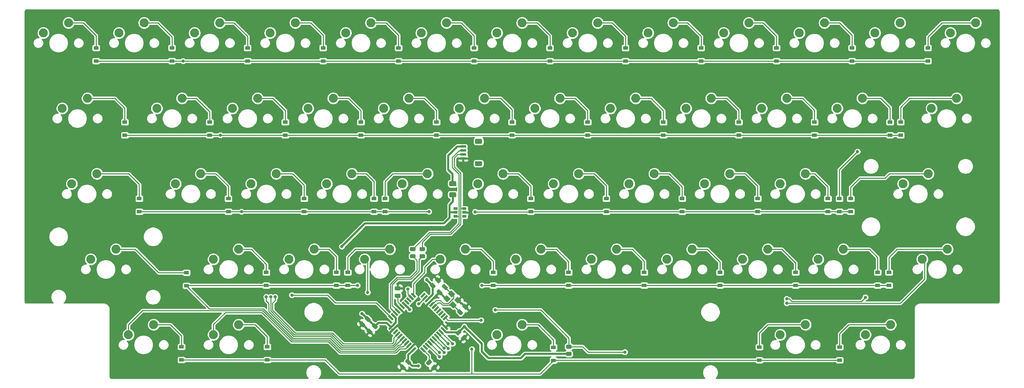
<source format=gbr>
%TF.GenerationSoftware,KiCad,Pcbnew,(5.1.9)-1*%
%TF.CreationDate,2021-01-25T12:39:42+01:00*%
%TF.ProjectId,FriedrichPCB,46726965-6472-4696-9368-5043422e6b69,rev?*%
%TF.SameCoordinates,Original*%
%TF.FileFunction,Copper,L2,Bot*%
%TF.FilePolarity,Positive*%
%FSLAX46Y46*%
G04 Gerber Fmt 4.6, Leading zero omitted, Abs format (unit mm)*
G04 Created by KiCad (PCBNEW (5.1.9)-1) date 2021-01-25 12:39:42*
%MOMM*%
%LPD*%
G01*
G04 APERTURE LIST*
%TA.AperFunction,ComponentPad*%
%ADD10C,2.250000*%
%TD*%
%TA.AperFunction,SMDPad,CuDef*%
%ADD11C,0.100000*%
%TD*%
%TA.AperFunction,SMDPad,CuDef*%
%ADD12R,1.060000X0.650000*%
%TD*%
%TA.AperFunction,SMDPad,CuDef*%
%ADD13R,1.200000X0.900000*%
%TD*%
%TA.AperFunction,ViaPad*%
%ADD14C,0.800000*%
%TD*%
%TA.AperFunction,Conductor*%
%ADD15C,0.500000*%
%TD*%
%TA.AperFunction,Conductor*%
%ADD16C,0.250000*%
%TD*%
%TA.AperFunction,Conductor*%
%ADD17C,0.254000*%
%TD*%
%TA.AperFunction,Conductor*%
%ADD18C,0.100000*%
%TD*%
G04 APERTURE END LIST*
%TO.P,USB1,MP*%
%TO.N,N/C*%
%TA.AperFunction,SMDPad,CuDef*%
G36*
G01*
X139604199Y-86528000D02*
X140904201Y-86528000D01*
G75*
G02*
X141154200Y-86777999I0J-249999D01*
G01*
X141154200Y-87478001D01*
G75*
G02*
X140904201Y-87728000I-249999J0D01*
G01*
X139604199Y-87728000D01*
G75*
G02*
X139354200Y-87478001I0J249999D01*
G01*
X139354200Y-86777999D01*
G75*
G02*
X139604199Y-86528000I249999J0D01*
G01*
G37*
%TD.AperFunction*%
%TA.AperFunction,SMDPad,CuDef*%
G36*
G01*
X139604199Y-80928000D02*
X140904201Y-80928000D01*
G75*
G02*
X141154200Y-81177999I0J-249999D01*
G01*
X141154200Y-81878001D01*
G75*
G02*
X140904201Y-82128000I-249999J0D01*
G01*
X139604199Y-82128000D01*
G75*
G02*
X139354200Y-81878001I0J249999D01*
G01*
X139354200Y-81177999D01*
G75*
G02*
X139604199Y-80928000I249999J0D01*
G01*
G37*
%TD.AperFunction*%
%TO.P,USB1,4*%
%TO.N,GND*%
%TA.AperFunction,SMDPad,CuDef*%
G36*
G01*
X135754200Y-85528000D02*
X137004200Y-85528000D01*
G75*
G02*
X137154200Y-85678000I0J-150000D01*
G01*
X137154200Y-85978000D01*
G75*
G02*
X137004200Y-86128000I-150000J0D01*
G01*
X135754200Y-86128000D01*
G75*
G02*
X135604200Y-85978000I0J150000D01*
G01*
X135604200Y-85678000D01*
G75*
G02*
X135754200Y-85528000I150000J0D01*
G01*
G37*
%TD.AperFunction*%
%TO.P,USB1,3*%
%TO.N,D+*%
%TA.AperFunction,SMDPad,CuDef*%
G36*
G01*
X135754200Y-84528000D02*
X137004200Y-84528000D01*
G75*
G02*
X137154200Y-84678000I0J-150000D01*
G01*
X137154200Y-84978000D01*
G75*
G02*
X137004200Y-85128000I-150000J0D01*
G01*
X135754200Y-85128000D01*
G75*
G02*
X135604200Y-84978000I0J150000D01*
G01*
X135604200Y-84678000D01*
G75*
G02*
X135754200Y-84528000I150000J0D01*
G01*
G37*
%TD.AperFunction*%
%TO.P,USB1,2*%
%TO.N,D-*%
%TA.AperFunction,SMDPad,CuDef*%
G36*
G01*
X135754200Y-83528000D02*
X137004200Y-83528000D01*
G75*
G02*
X137154200Y-83678000I0J-150000D01*
G01*
X137154200Y-83978000D01*
G75*
G02*
X137004200Y-84128000I-150000J0D01*
G01*
X135754200Y-84128000D01*
G75*
G02*
X135604200Y-83978000I0J150000D01*
G01*
X135604200Y-83678000D01*
G75*
G02*
X135754200Y-83528000I150000J0D01*
G01*
G37*
%TD.AperFunction*%
%TO.P,USB1,1*%
%TO.N,VCC*%
%TA.AperFunction,SMDPad,CuDef*%
G36*
G01*
X135754200Y-82528000D02*
X137004200Y-82528000D01*
G75*
G02*
X137154200Y-82678000I0J-150000D01*
G01*
X137154200Y-82978000D01*
G75*
G02*
X137004200Y-83128000I-150000J0D01*
G01*
X135754200Y-83128000D01*
G75*
G02*
X135604200Y-82978000I0J150000D01*
G01*
X135604200Y-82678000D01*
G75*
G02*
X135754200Y-82528000I150000J0D01*
G01*
G37*
%TD.AperFunction*%
%TD*%
D10*
%TO.P,MX58,2*%
%TO.N,Net-(D58-Pad2)*%
X151231600Y-127812800D03*
%TO.P,MX58,1*%
%TO.N,col5*%
X144881600Y-130352800D03*
%TD*%
%TO.P,MX42,2*%
%TO.N,Net-(D42-Pad2)*%
X98856800Y-108762800D03*
%TO.P,MX42,1*%
%TO.N,col2*%
X92506800Y-111302800D03*
%TD*%
%TO.P,MX40,2*%
%TO.N,Net-(D40-Pad2)*%
X48869600Y-108762800D03*
%TO.P,MX40,1*%
%TO.N,col0*%
X42519600Y-111302800D03*
%TD*%
%TO.P,MX62,2*%
%TO.N,Net-(D62-Pad2)*%
X222656400Y-127812800D03*
%TO.P,MX62,1*%
%TO.N,col9*%
X216306400Y-130352800D03*
%TD*%
%TO.P,MX54,2*%
%TO.N,Net-(D54-Pad2)*%
X79806800Y-127812800D03*
%TO.P,MX54,1*%
%TO.N,col1*%
X73456800Y-130352800D03*
%TD*%
%TO.P,MX51,2*%
%TO.N,Net-(D51-Pad2)*%
X258419600Y-108762800D03*
%TO.P,MX51,1*%
%TO.N,col11*%
X252069600Y-111302800D03*
%TD*%
%TO.P,MX38,2*%
%TO.N,Net-(D38-Pad2)*%
X253593600Y-89712800D03*
%TO.P,MX38,1*%
%TO.N,col11*%
X247243600Y-92252800D03*
%TD*%
%TO.P,MX27,2*%
%TO.N,Net-(D27-Pad2)*%
X44094400Y-89712800D03*
%TO.P,MX27,1*%
%TO.N,col0*%
X37744400Y-92252800D03*
%TD*%
%TO.P,MX25,2*%
%TO.N,Net-(D25-Pad2)*%
X260756400Y-70662800D03*
%TO.P,MX25,1*%
%TO.N,col11*%
X254406400Y-73202800D03*
%TD*%
%TO.P,MX14,2*%
%TO.N,Net-(D14-Pad2)*%
X41706800Y-70662800D03*
%TO.P,MX14,1*%
%TO.N,col0*%
X35356800Y-73202800D03*
%TD*%
%TA.AperFunction,SMDPad,CuDef*%
D11*
%TO.P,X1,4*%
%TO.N,GND*%
G36*
X135952897Y-121659488D02*
G01*
X135104369Y-122508016D01*
X134114419Y-121518066D01*
X134962947Y-120669538D01*
X135952897Y-121659488D01*
G37*
%TD.AperFunction*%
%TA.AperFunction,SMDPad,CuDef*%
%TO.P,X1,3*%
%TO.N,Net-(C9-Pad1)*%
G36*
X134397262Y-120103853D02*
G01*
X133548734Y-120952381D01*
X132558784Y-119962431D01*
X133407312Y-119113903D01*
X134397262Y-120103853D01*
G37*
%TD.AperFunction*%
%TA.AperFunction,SMDPad,CuDef*%
%TO.P,X1,2*%
%TO.N,GND*%
G36*
X133195181Y-121305934D02*
G01*
X132346653Y-122154462D01*
X131356703Y-121164512D01*
X132205231Y-120315984D01*
X133195181Y-121305934D01*
G37*
%TD.AperFunction*%
%TA.AperFunction,SMDPad,CuDef*%
%TO.P,X1,1*%
%TO.N,Net-(C8-Pad1)*%
G36*
X134750816Y-122861569D02*
G01*
X133902288Y-123710097D01*
X132912338Y-122720147D01*
X133760866Y-121871619D01*
X134750816Y-122861569D01*
G37*
%TD.AperFunction*%
%TD*%
D12*
%TO.P,U2,5*%
%TO.N,+5V*%
X134485200Y-99466400D03*
%TO.P,U2,6*%
%TO.N,Net-(U2-Pad6)*%
X134485200Y-98516400D03*
%TO.P,U2,4*%
%TO.N,D-*%
X134485200Y-100416400D03*
%TO.P,U2,3*%
%TO.N,Net-(U2-Pad3)*%
X136685200Y-100416400D03*
%TO.P,U2,2*%
%TO.N,GND*%
X136685200Y-99466400D03*
%TO.P,U2,1*%
%TO.N,D+*%
X136685200Y-98516400D03*
%TD*%
%TA.AperFunction,SMDPad,CuDef*%
D11*
%TO.P,U1,44*%
%TO.N,+5V*%
G36*
X118546540Y-127731298D02*
G01*
X118935448Y-128120206D01*
X117874788Y-129180866D01*
X117485880Y-128791958D01*
X118546540Y-127731298D01*
G37*
%TD.AperFunction*%
%TA.AperFunction,SMDPad,CuDef*%
%TO.P,U1,43*%
%TO.N,GND*%
G36*
X119112226Y-128296983D02*
G01*
X119501134Y-128685891D01*
X118440474Y-129746551D01*
X118051566Y-129357643D01*
X119112226Y-128296983D01*
G37*
%TD.AperFunction*%
%TA.AperFunction,SMDPad,CuDef*%
%TO.P,U1,42*%
%TO.N,Net-(U1-Pad42)*%
G36*
X119677911Y-128862668D02*
G01*
X120066819Y-129251576D01*
X119006159Y-130312236D01*
X118617251Y-129923328D01*
X119677911Y-128862668D01*
G37*
%TD.AperFunction*%
%TA.AperFunction,SMDPad,CuDef*%
%TO.P,U1,41*%
%TO.N,row2*%
G36*
X120243596Y-129428354D02*
G01*
X120632504Y-129817262D01*
X119571844Y-130877922D01*
X119182936Y-130489014D01*
X120243596Y-129428354D01*
G37*
%TD.AperFunction*%
%TA.AperFunction,SMDPad,CuDef*%
%TO.P,U1,40*%
%TO.N,row1*%
G36*
X120809282Y-129994039D02*
G01*
X121198190Y-130382947D01*
X120137530Y-131443607D01*
X119748622Y-131054699D01*
X120809282Y-129994039D01*
G37*
%TD.AperFunction*%
%TA.AperFunction,SMDPad,CuDef*%
%TO.P,U1,39*%
%TO.N,row0*%
G36*
X121374967Y-130559725D02*
G01*
X121763875Y-130948633D01*
X120703215Y-132009293D01*
X120314307Y-131620385D01*
X121374967Y-130559725D01*
G37*
%TD.AperFunction*%
%TA.AperFunction,SMDPad,CuDef*%
%TO.P,U1,38*%
%TO.N,row3*%
G36*
X121940653Y-131125410D02*
G01*
X122329561Y-131514318D01*
X121268901Y-132574978D01*
X120879993Y-132186070D01*
X121940653Y-131125410D01*
G37*
%TD.AperFunction*%
%TA.AperFunction,SMDPad,CuDef*%
%TO.P,U1,37*%
%TO.N,col0*%
G36*
X122506338Y-131691096D02*
G01*
X122895246Y-132080004D01*
X121834586Y-133140664D01*
X121445678Y-132751756D01*
X122506338Y-131691096D01*
G37*
%TD.AperFunction*%
%TA.AperFunction,SMDPad,CuDef*%
%TO.P,U1,36*%
%TO.N,col1*%
G36*
X123072024Y-132256781D02*
G01*
X123460932Y-132645689D01*
X122400272Y-133706349D01*
X122011364Y-133317441D01*
X123072024Y-132256781D01*
G37*
%TD.AperFunction*%
%TA.AperFunction,SMDPad,CuDef*%
%TO.P,U1,35*%
%TO.N,GND*%
G36*
X123637709Y-132822466D02*
G01*
X124026617Y-133211374D01*
X122965957Y-134272034D01*
X122577049Y-133883126D01*
X123637709Y-132822466D01*
G37*
%TD.AperFunction*%
%TA.AperFunction,SMDPad,CuDef*%
%TO.P,U1,34*%
%TO.N,+5V*%
G36*
X124203394Y-133388152D02*
G01*
X124592302Y-133777060D01*
X123531642Y-134837720D01*
X123142734Y-134448812D01*
X124203394Y-133388152D01*
G37*
%TD.AperFunction*%
%TA.AperFunction,SMDPad,CuDef*%
%TO.P,U1,33*%
%TO.N,Net-(R3-Pad2)*%
G36*
X125546898Y-133777060D02*
G01*
X125935806Y-133388152D01*
X126996466Y-134448812D01*
X126607558Y-134837720D01*
X125546898Y-133777060D01*
G37*
%TD.AperFunction*%
%TA.AperFunction,SMDPad,CuDef*%
%TO.P,U1,32*%
%TO.N,Net-(U1-Pad32)*%
G36*
X126112583Y-133211374D02*
G01*
X126501491Y-132822466D01*
X127562151Y-133883126D01*
X127173243Y-134272034D01*
X126112583Y-133211374D01*
G37*
%TD.AperFunction*%
%TA.AperFunction,SMDPad,CuDef*%
%TO.P,U1,31*%
%TO.N,col9*%
G36*
X126678268Y-132645689D02*
G01*
X127067176Y-132256781D01*
X128127836Y-133317441D01*
X127738928Y-133706349D01*
X126678268Y-132645689D01*
G37*
%TD.AperFunction*%
%TA.AperFunction,SMDPad,CuDef*%
%TO.P,U1,30*%
%TO.N,col11*%
G36*
X127243954Y-132080004D02*
G01*
X127632862Y-131691096D01*
X128693522Y-132751756D01*
X128304614Y-133140664D01*
X127243954Y-132080004D01*
G37*
%TD.AperFunction*%
%TA.AperFunction,SMDPad,CuDef*%
%TO.P,U1,29*%
%TO.N,col10*%
G36*
X127809639Y-131514318D02*
G01*
X128198547Y-131125410D01*
X129259207Y-132186070D01*
X128870299Y-132574978D01*
X127809639Y-131514318D01*
G37*
%TD.AperFunction*%
%TA.AperFunction,SMDPad,CuDef*%
%TO.P,U1,28*%
%TO.N,col8*%
G36*
X128375325Y-130948633D02*
G01*
X128764233Y-130559725D01*
X129824893Y-131620385D01*
X129435985Y-132009293D01*
X128375325Y-130948633D01*
G37*
%TD.AperFunction*%
%TA.AperFunction,SMDPad,CuDef*%
%TO.P,U1,27*%
%TO.N,col7*%
G36*
X128941010Y-130382947D02*
G01*
X129329918Y-129994039D01*
X130390578Y-131054699D01*
X130001670Y-131443607D01*
X128941010Y-130382947D01*
G37*
%TD.AperFunction*%
%TA.AperFunction,SMDPad,CuDef*%
%TO.P,U1,26*%
%TO.N,col6*%
G36*
X129506696Y-129817262D02*
G01*
X129895604Y-129428354D01*
X130956264Y-130489014D01*
X130567356Y-130877922D01*
X129506696Y-129817262D01*
G37*
%TD.AperFunction*%
%TA.AperFunction,SMDPad,CuDef*%
%TO.P,U1,25*%
%TO.N,col5*%
G36*
X130072381Y-129251576D02*
G01*
X130461289Y-128862668D01*
X131521949Y-129923328D01*
X131133041Y-130312236D01*
X130072381Y-129251576D01*
G37*
%TD.AperFunction*%
%TA.AperFunction,SMDPad,CuDef*%
%TO.P,U1,24*%
%TO.N,+5V*%
G36*
X130638066Y-128685891D02*
G01*
X131026974Y-128296983D01*
X132087634Y-129357643D01*
X131698726Y-129746551D01*
X130638066Y-128685891D01*
G37*
%TD.AperFunction*%
%TA.AperFunction,SMDPad,CuDef*%
%TO.P,U1,23*%
%TO.N,GND*%
G36*
X131203752Y-128120206D02*
G01*
X131592660Y-127731298D01*
X132653320Y-128791958D01*
X132264412Y-129180866D01*
X131203752Y-128120206D01*
G37*
%TD.AperFunction*%
%TA.AperFunction,SMDPad,CuDef*%
%TO.P,U1,22*%
%TO.N,row4*%
G36*
X132264412Y-125327134D02*
G01*
X132653320Y-125716042D01*
X131592660Y-126776702D01*
X131203752Y-126387794D01*
X132264412Y-125327134D01*
G37*
%TD.AperFunction*%
%TA.AperFunction,SMDPad,CuDef*%
%TO.P,U1,21*%
%TO.N,Net-(U1-Pad21)*%
G36*
X131698726Y-124761449D02*
G01*
X132087634Y-125150357D01*
X131026974Y-126211017D01*
X130638066Y-125822109D01*
X131698726Y-124761449D01*
G37*
%TD.AperFunction*%
%TA.AperFunction,SMDPad,CuDef*%
%TO.P,U1,20*%
%TO.N,Net-(U1-Pad20)*%
G36*
X131133041Y-124195764D02*
G01*
X131521949Y-124584672D01*
X130461289Y-125645332D01*
X130072381Y-125256424D01*
X131133041Y-124195764D01*
G37*
%TD.AperFunction*%
%TA.AperFunction,SMDPad,CuDef*%
%TO.P,U1,19*%
%TO.N,Net-(U1-Pad19)*%
G36*
X130567356Y-123630078D02*
G01*
X130956264Y-124018986D01*
X129895604Y-125079646D01*
X129506696Y-124690738D01*
X130567356Y-123630078D01*
G37*
%TD.AperFunction*%
%TA.AperFunction,SMDPad,CuDef*%
%TO.P,U1,18*%
%TO.N,Net-(U1-Pad18)*%
G36*
X130001670Y-123064393D02*
G01*
X130390578Y-123453301D01*
X129329918Y-124513961D01*
X128941010Y-124125053D01*
X130001670Y-123064393D01*
G37*
%TD.AperFunction*%
%TA.AperFunction,SMDPad,CuDef*%
%TO.P,U1,17*%
%TO.N,Net-(C8-Pad1)*%
G36*
X129435985Y-122498707D02*
G01*
X129824893Y-122887615D01*
X128764233Y-123948275D01*
X128375325Y-123559367D01*
X129435985Y-122498707D01*
G37*
%TD.AperFunction*%
%TA.AperFunction,SMDPad,CuDef*%
%TO.P,U1,16*%
%TO.N,Net-(C9-Pad1)*%
G36*
X128870299Y-121933022D02*
G01*
X129259207Y-122321930D01*
X128198547Y-123382590D01*
X127809639Y-122993682D01*
X128870299Y-121933022D01*
G37*
%TD.AperFunction*%
%TA.AperFunction,SMDPad,CuDef*%
%TO.P,U1,15*%
%TO.N,GND*%
G36*
X128304614Y-121367336D02*
G01*
X128693522Y-121756244D01*
X127632862Y-122816904D01*
X127243954Y-122427996D01*
X128304614Y-121367336D01*
G37*
%TD.AperFunction*%
%TA.AperFunction,SMDPad,CuDef*%
%TO.P,U1,14*%
%TO.N,+5V*%
G36*
X127738928Y-120801651D02*
G01*
X128127836Y-121190559D01*
X127067176Y-122251219D01*
X126678268Y-121862311D01*
X127738928Y-120801651D01*
G37*
%TD.AperFunction*%
%TA.AperFunction,SMDPad,CuDef*%
%TO.P,U1,13*%
%TO.N,Net-(R5-Pad1)*%
G36*
X127173243Y-120235966D02*
G01*
X127562151Y-120624874D01*
X126501491Y-121685534D01*
X126112583Y-121296626D01*
X127173243Y-120235966D01*
G37*
%TD.AperFunction*%
%TA.AperFunction,SMDPad,CuDef*%
%TO.P,U1,12*%
%TO.N,Net-(U1-Pad12)*%
G36*
X126607558Y-119670280D02*
G01*
X126996466Y-120059188D01*
X125935806Y-121119848D01*
X125546898Y-120730940D01*
X126607558Y-119670280D01*
G37*
%TD.AperFunction*%
%TA.AperFunction,SMDPad,CuDef*%
%TO.P,U1,11*%
%TO.N,col4*%
G36*
X123142734Y-120059188D02*
G01*
X123531642Y-119670280D01*
X124592302Y-120730940D01*
X124203394Y-121119848D01*
X123142734Y-120059188D01*
G37*
%TD.AperFunction*%
%TA.AperFunction,SMDPad,CuDef*%
%TO.P,U1,10*%
%TO.N,col3*%
G36*
X122577049Y-120624874D02*
G01*
X122965957Y-120235966D01*
X124026617Y-121296626D01*
X123637709Y-121685534D01*
X122577049Y-120624874D01*
G37*
%TD.AperFunction*%
%TA.AperFunction,SMDPad,CuDef*%
%TO.P,U1,9*%
%TO.N,Net-(U1-Pad9)*%
G36*
X122011364Y-121190559D02*
G01*
X122400272Y-120801651D01*
X123460932Y-121862311D01*
X123072024Y-122251219D01*
X122011364Y-121190559D01*
G37*
%TD.AperFunction*%
%TA.AperFunction,SMDPad,CuDef*%
%TO.P,U1,8*%
%TO.N,Net-(U1-Pad8)*%
G36*
X121445678Y-121756244D02*
G01*
X121834586Y-121367336D01*
X122895246Y-122427996D01*
X122506338Y-122816904D01*
X121445678Y-121756244D01*
G37*
%TD.AperFunction*%
%TA.AperFunction,SMDPad,CuDef*%
%TO.P,U1,7*%
%TO.N,+5V*%
G36*
X120879993Y-122321930D02*
G01*
X121268901Y-121933022D01*
X122329561Y-122993682D01*
X121940653Y-123382590D01*
X120879993Y-122321930D01*
G37*
%TD.AperFunction*%
%TA.AperFunction,SMDPad,CuDef*%
%TO.P,U1,6*%
%TO.N,Net-(C7-Pad1)*%
G36*
X120314307Y-122887615D02*
G01*
X120703215Y-122498707D01*
X121763875Y-123559367D01*
X121374967Y-123948275D01*
X120314307Y-122887615D01*
G37*
%TD.AperFunction*%
%TA.AperFunction,SMDPad,CuDef*%
%TO.P,U1,5*%
%TO.N,GND*%
G36*
X119748622Y-123453301D02*
G01*
X120137530Y-123064393D01*
X121198190Y-124125053D01*
X120809282Y-124513961D01*
X119748622Y-123453301D01*
G37*
%TD.AperFunction*%
%TA.AperFunction,SMDPad,CuDef*%
%TO.P,U1,4*%
%TO.N,Net-(R1-Pad2)*%
G36*
X119182936Y-124018986D02*
G01*
X119571844Y-123630078D01*
X120632504Y-124690738D01*
X120243596Y-125079646D01*
X119182936Y-124018986D01*
G37*
%TD.AperFunction*%
%TA.AperFunction,SMDPad,CuDef*%
%TO.P,U1,3*%
%TO.N,Net-(R2-Pad2)*%
G36*
X118617251Y-124584672D02*
G01*
X119006159Y-124195764D01*
X120066819Y-125256424D01*
X119677911Y-125645332D01*
X118617251Y-124584672D01*
G37*
%TD.AperFunction*%
%TA.AperFunction,SMDPad,CuDef*%
%TO.P,U1,2*%
%TO.N,+5V*%
G36*
X118051566Y-125150357D02*
G01*
X118440474Y-124761449D01*
X119501134Y-125822109D01*
X119112226Y-126211017D01*
X118051566Y-125150357D01*
G37*
%TD.AperFunction*%
%TA.AperFunction,SMDPad,CuDef*%
%TO.P,U1,1*%
%TO.N,col2*%
G36*
X117485880Y-125716042D02*
G01*
X117874788Y-125327134D01*
X118935448Y-126387794D01*
X118546540Y-126776702D01*
X117485880Y-125716042D01*
G37*
%TD.AperFunction*%
%TD*%
%TO.P,R5,2*%
%TO.N,+5V*%
%TA.AperFunction,SMDPad,CuDef*%
G36*
G01*
X162567198Y-134664400D02*
X163467202Y-134664400D01*
G75*
G02*
X163717200Y-134914398I0J-249998D01*
G01*
X163717200Y-135439402D01*
G75*
G02*
X163467202Y-135689400I-249998J0D01*
G01*
X162567198Y-135689400D01*
G75*
G02*
X162317200Y-135439402I0J249998D01*
G01*
X162317200Y-134914398D01*
G75*
G02*
X162567198Y-134664400I249998J0D01*
G01*
G37*
%TD.AperFunction*%
%TO.P,R5,1*%
%TO.N,Net-(R5-Pad1)*%
%TA.AperFunction,SMDPad,CuDef*%
G36*
G01*
X162567198Y-132839400D02*
X163467202Y-132839400D01*
G75*
G02*
X163717200Y-133089398I0J-249998D01*
G01*
X163717200Y-133614402D01*
G75*
G02*
X163467202Y-133864400I-249998J0D01*
G01*
X162567198Y-133864400D01*
G75*
G02*
X162317200Y-133614402I0J249998D01*
G01*
X162317200Y-133089398D01*
G75*
G02*
X162567198Y-132839400I249998J0D01*
G01*
G37*
%TD.AperFunction*%
%TD*%
%TO.P,R3,2*%
%TO.N,Net-(R3-Pad2)*%
%TA.AperFunction,SMDPad,CuDef*%
G36*
G01*
X128457756Y-137371757D02*
X127821357Y-138008156D01*
G75*
G02*
X127467807Y-138008156I-176775J176775D01*
G01*
X127096574Y-137636923D01*
G75*
G02*
X127096574Y-137283373I176775J176775D01*
G01*
X127732973Y-136646974D01*
G75*
G02*
X128086523Y-136646974I176775J-176775D01*
G01*
X128457756Y-137018207D01*
G75*
G02*
X128457756Y-137371757I-176775J-176775D01*
G01*
G37*
%TD.AperFunction*%
%TO.P,R3,1*%
%TO.N,GND*%
%TA.AperFunction,SMDPad,CuDef*%
G36*
G01*
X129748226Y-138662227D02*
X129111827Y-139298626D01*
G75*
G02*
X128758277Y-139298626I-176775J176775D01*
G01*
X128387044Y-138927393D01*
G75*
G02*
X128387044Y-138573843I176775J176775D01*
G01*
X129023443Y-137937444D01*
G75*
G02*
X129376993Y-137937444I176775J-176775D01*
G01*
X129748226Y-138308677D01*
G75*
G02*
X129748226Y-138662227I-176775J-176775D01*
G01*
G37*
%TD.AperFunction*%
%TD*%
%TO.P,R2,2*%
%TO.N,Net-(R2-Pad2)*%
%TA.AperFunction,SMDPad,CuDef*%
G36*
G01*
X123247998Y-110026400D02*
X124148002Y-110026400D01*
G75*
G02*
X124398000Y-110276398I0J-249998D01*
G01*
X124398000Y-110801402D01*
G75*
G02*
X124148002Y-111051400I-249998J0D01*
G01*
X123247998Y-111051400D01*
G75*
G02*
X122998000Y-110801402I0J249998D01*
G01*
X122998000Y-110276398D01*
G75*
G02*
X123247998Y-110026400I249998J0D01*
G01*
G37*
%TD.AperFunction*%
%TO.P,R2,1*%
%TO.N,D-*%
%TA.AperFunction,SMDPad,CuDef*%
G36*
G01*
X123247998Y-108201400D02*
X124148002Y-108201400D01*
G75*
G02*
X124398000Y-108451398I0J-249998D01*
G01*
X124398000Y-108976402D01*
G75*
G02*
X124148002Y-109226400I-249998J0D01*
G01*
X123247998Y-109226400D01*
G75*
G02*
X122998000Y-108976402I0J249998D01*
G01*
X122998000Y-108451398D01*
G75*
G02*
X123247998Y-108201400I249998J0D01*
G01*
G37*
%TD.AperFunction*%
%TD*%
%TO.P,R1,2*%
%TO.N,Net-(R1-Pad2)*%
%TA.AperFunction,SMDPad,CuDef*%
G36*
G01*
X125635598Y-110026400D02*
X126535602Y-110026400D01*
G75*
G02*
X126785600Y-110276398I0J-249998D01*
G01*
X126785600Y-110801402D01*
G75*
G02*
X126535602Y-111051400I-249998J0D01*
G01*
X125635598Y-111051400D01*
G75*
G02*
X125385600Y-110801402I0J249998D01*
G01*
X125385600Y-110276398D01*
G75*
G02*
X125635598Y-110026400I249998J0D01*
G01*
G37*
%TD.AperFunction*%
%TO.P,R1,1*%
%TO.N,D+*%
%TA.AperFunction,SMDPad,CuDef*%
G36*
G01*
X125635598Y-108201400D02*
X126535602Y-108201400D01*
G75*
G02*
X126785600Y-108451398I0J-249998D01*
G01*
X126785600Y-108976402D01*
G75*
G02*
X126535602Y-109226400I-249998J0D01*
G01*
X125635598Y-109226400D01*
G75*
G02*
X125385600Y-108976402I0J249998D01*
G01*
X125385600Y-108451398D01*
G75*
G02*
X125635598Y-108201400I249998J0D01*
G01*
G37*
%TD.AperFunction*%
%TD*%
D10*
%TO.P,MX63,2*%
%TO.N,Net-(D63-Pad2)*%
X244094000Y-127812800D03*
%TO.P,MX63,1*%
%TO.N,col10*%
X237744000Y-130352800D03*
%TD*%
%TO.P,MX53,2*%
%TO.N,Net-(D53-Pad2)*%
X58369200Y-127812800D03*
%TO.P,MX53,1*%
%TO.N,col0*%
X52019200Y-130352800D03*
%TD*%
%TO.P,MX49,2*%
%TO.N,Net-(D49-Pad2)*%
X232206800Y-108762800D03*
%TO.P,MX49,1*%
%TO.N,col9*%
X225856800Y-111302800D03*
%TD*%
%TO.P,MX48,2*%
%TO.N,Net-(D48-Pad2)*%
X213156800Y-108762800D03*
%TO.P,MX48,1*%
%TO.N,col8*%
X206806800Y-111302800D03*
%TD*%
%TO.P,MX47,2*%
%TO.N,Net-(D47-Pad2)*%
X194106800Y-108762800D03*
%TO.P,MX47,1*%
%TO.N,col7*%
X187756800Y-111302800D03*
%TD*%
%TO.P,MX46,2*%
%TO.N,Net-(D46-Pad2)*%
X175056800Y-108762800D03*
%TO.P,MX46,1*%
%TO.N,col6*%
X168706800Y-111302800D03*
%TD*%
%TO.P,MX45,2*%
%TO.N,Net-(D45-Pad2)*%
X156006800Y-108762800D03*
%TO.P,MX45,1*%
%TO.N,col5*%
X149656800Y-111302800D03*
%TD*%
%TO.P,MX44,2*%
%TO.N,Net-(D44-Pad2)*%
X136956800Y-108762800D03*
%TO.P,MX44,1*%
%TO.N,col4*%
X130606800Y-111302800D03*
%TD*%
%TO.P,MX43,2*%
%TO.N,Net-(D43-Pad2)*%
X117906800Y-108762800D03*
%TO.P,MX43,1*%
%TO.N,col3*%
X111556800Y-111302800D03*
%TD*%
%TO.P,MX41,2*%
%TO.N,Net-(D41-Pad2)*%
X79806800Y-108762800D03*
%TO.P,MX41,1*%
%TO.N,col1*%
X73456800Y-111302800D03*
%TD*%
%TO.P,MX36,2*%
%TO.N,Net-(D36-Pad2)*%
X222656400Y-89712800D03*
%TO.P,MX36,1*%
%TO.N,col9*%
X216306400Y-92252800D03*
%TD*%
%TO.P,MX35,2*%
%TO.N,Net-(D35-Pad2)*%
X203606400Y-89712800D03*
%TO.P,MX35,1*%
%TO.N,col8*%
X197256400Y-92252800D03*
%TD*%
%TO.P,MX34,2*%
%TO.N,Net-(D34-Pad2)*%
X184556400Y-89712800D03*
%TO.P,MX34,1*%
%TO.N,col7*%
X178206400Y-92252800D03*
%TD*%
%TO.P,MX33,2*%
%TO.N,Net-(D33-Pad2)*%
X165506400Y-89712800D03*
%TO.P,MX33,1*%
%TO.N,col6*%
X159156400Y-92252800D03*
%TD*%
%TO.P,MX32,2*%
%TO.N,Net-(D32-Pad2)*%
X146456400Y-89712800D03*
%TO.P,MX32,1*%
%TO.N,col5*%
X140106400Y-92252800D03*
%TD*%
%TO.P,MX31,2*%
%TO.N,Net-(D31-Pad2)*%
X127406400Y-89712800D03*
%TO.P,MX31,1*%
%TO.N,col4*%
X121056400Y-92252800D03*
%TD*%
%TO.P,MX30,2*%
%TO.N,Net-(D30-Pad2)*%
X108356400Y-89712800D03*
%TO.P,MX30,1*%
%TO.N,col3*%
X102006400Y-92252800D03*
%TD*%
%TO.P,MX29,2*%
%TO.N,Net-(D29-Pad2)*%
X89306400Y-89712800D03*
%TO.P,MX29,1*%
%TO.N,col2*%
X82956400Y-92252800D03*
%TD*%
%TO.P,MX28,2*%
%TO.N,Net-(D28-Pad2)*%
X70256400Y-89712800D03*
%TO.P,MX28,1*%
%TO.N,col1*%
X63906400Y-92252800D03*
%TD*%
%TO.P,MX24,2*%
%TO.N,Net-(D24-Pad2)*%
X236982000Y-70662800D03*
%TO.P,MX24,1*%
%TO.N,col10*%
X230632000Y-73202800D03*
%TD*%
%TO.P,MX23,2*%
%TO.N,Net-(D23-Pad2)*%
X217932000Y-70662800D03*
%TO.P,MX23,1*%
%TO.N,col9*%
X211582000Y-73202800D03*
%TD*%
%TO.P,MX22,2*%
%TO.N,Net-(D22-Pad2)*%
X198882000Y-70662800D03*
%TO.P,MX22,1*%
%TO.N,col8*%
X192532000Y-73202800D03*
%TD*%
%TO.P,MX21,2*%
%TO.N,Net-(D21-Pad2)*%
X179832000Y-70662800D03*
%TO.P,MX21,1*%
%TO.N,col7*%
X173482000Y-73202800D03*
%TD*%
%TO.P,MX20,2*%
%TO.N,Net-(D20-Pad2)*%
X160782000Y-70662800D03*
%TO.P,MX20,1*%
%TO.N,col6*%
X154432000Y-73202800D03*
%TD*%
%TO.P,MX19,2*%
%TO.N,Net-(D19-Pad2)*%
X141732000Y-70662800D03*
%TO.P,MX19,1*%
%TO.N,col5*%
X135382000Y-73202800D03*
%TD*%
%TO.P,MX18,2*%
%TO.N,Net-(D18-Pad2)*%
X122682000Y-70662800D03*
%TO.P,MX18,1*%
%TO.N,col4*%
X116332000Y-73202800D03*
%TD*%
%TO.P,MX17,2*%
%TO.N,Net-(D17-Pad2)*%
X103632000Y-70662800D03*
%TO.P,MX17,1*%
%TO.N,col3*%
X97282000Y-73202800D03*
%TD*%
%TO.P,MX16,2*%
%TO.N,Net-(D16-Pad2)*%
X84582000Y-70662800D03*
%TO.P,MX16,1*%
%TO.N,col2*%
X78232000Y-73202800D03*
%TD*%
%TO.P,MX15,2*%
%TO.N,Net-(D15-Pad2)*%
X65532000Y-70662800D03*
%TO.P,MX15,1*%
%TO.N,col1*%
X59182000Y-73202800D03*
%TD*%
%TO.P,MX13,2*%
%TO.N,Net-(D13-Pad2)*%
X265531600Y-51612800D03*
%TO.P,MX13,1*%
%TO.N,col11*%
X259181600Y-54152800D03*
%TD*%
%TO.P,MX12,2*%
%TO.N,Net-(D12-Pad2)*%
X246481600Y-51612800D03*
%TO.P,MX12,1*%
%TO.N,col10*%
X240131600Y-54152800D03*
%TD*%
%TO.P,MX11,2*%
%TO.N,Net-(D11-Pad2)*%
X227431600Y-51612800D03*
%TO.P,MX11,1*%
%TO.N,col10*%
X221081600Y-54152800D03*
%TD*%
%TO.P,MX10,2*%
%TO.N,Net-(D10-Pad2)*%
X208381600Y-51612800D03*
%TO.P,MX10,1*%
%TO.N,col9*%
X202031600Y-54152800D03*
%TD*%
%TO.P,MX9,2*%
%TO.N,Net-(D9-Pad2)*%
X189331600Y-51612800D03*
%TO.P,MX9,1*%
%TO.N,col8*%
X182981600Y-54152800D03*
%TD*%
%TO.P,MX8,2*%
%TO.N,Net-(D8-Pad2)*%
X170281600Y-51612800D03*
%TO.P,MX8,1*%
%TO.N,col7*%
X163931600Y-54152800D03*
%TD*%
%TO.P,MX7,2*%
%TO.N,Net-(D7-Pad2)*%
X151231600Y-51612800D03*
%TO.P,MX7,1*%
%TO.N,col6*%
X144881600Y-54152800D03*
%TD*%
%TO.P,MX6,2*%
%TO.N,Net-(D6-Pad2)*%
X132181600Y-51612800D03*
%TO.P,MX6,1*%
%TO.N,col5*%
X125831600Y-54152800D03*
%TD*%
%TO.P,MX5,2*%
%TO.N,Net-(D5-Pad2)*%
X113131600Y-51612800D03*
%TO.P,MX5,1*%
%TO.N,col4*%
X106781600Y-54152800D03*
%TD*%
%TO.P,MX4,2*%
%TO.N,Net-(D4-Pad2)*%
X94081600Y-51612800D03*
%TO.P,MX4,1*%
%TO.N,col3*%
X87731600Y-54152800D03*
%TD*%
%TO.P,MX3,2*%
%TO.N,Net-(D3-Pad2)*%
X75031600Y-51612800D03*
%TO.P,MX3,1*%
%TO.N,col2*%
X68681600Y-54152800D03*
%TD*%
%TO.P,MX2,2*%
%TO.N,Net-(D2-Pad2)*%
X55981600Y-51612800D03*
%TO.P,MX2,1*%
%TO.N,col1*%
X49631600Y-54152800D03*
%TD*%
%TO.P,MX1,2*%
%TO.N,Net-(D1-Pad2)*%
X36931600Y-51612800D03*
%TO.P,MX1,1*%
%TO.N,col0*%
X30581600Y-54152800D03*
%TD*%
%TO.P,F1,2*%
%TO.N,+5V*%
%TA.AperFunction,SMDPad,CuDef*%
G36*
G01*
X133131400Y-94399400D02*
X134381400Y-94399400D01*
G75*
G02*
X134631400Y-94649400I0J-250000D01*
G01*
X134631400Y-95399400D01*
G75*
G02*
X134381400Y-95649400I-250000J0D01*
G01*
X133131400Y-95649400D01*
G75*
G02*
X132881400Y-95399400I0J250000D01*
G01*
X132881400Y-94649400D01*
G75*
G02*
X133131400Y-94399400I250000J0D01*
G01*
G37*
%TD.AperFunction*%
%TO.P,F1,1*%
%TO.N,VCC*%
%TA.AperFunction,SMDPad,CuDef*%
G36*
G01*
X133131400Y-91599400D02*
X134381400Y-91599400D01*
G75*
G02*
X134631400Y-91849400I0J-250000D01*
G01*
X134631400Y-92599400D01*
G75*
G02*
X134381400Y-92849400I-250000J0D01*
G01*
X133131400Y-92849400D01*
G75*
G02*
X132881400Y-92599400I0J250000D01*
G01*
X132881400Y-91849400D01*
G75*
G02*
X133131400Y-91599400I250000J0D01*
G01*
G37*
%TD.AperFunction*%
%TD*%
D13*
%TO.P,D63,2*%
%TO.N,Net-(D63-Pad2)*%
X231241600Y-133478000D03*
%TO.P,D63,1*%
%TO.N,row4*%
X231241600Y-136778000D03*
%TD*%
%TO.P,D62,2*%
%TO.N,Net-(D62-Pad2)*%
X211023200Y-133478000D03*
%TO.P,D62,1*%
%TO.N,row4*%
X211023200Y-136778000D03*
%TD*%
%TO.P,D58,2*%
%TO.N,Net-(D58-Pad2)*%
X159156400Y-133528800D03*
%TO.P,D58,1*%
%TO.N,row4*%
X159156400Y-136828800D03*
%TD*%
%TO.P,D54,2*%
%TO.N,Net-(D54-Pad2)*%
X87020400Y-133427200D03*
%TO.P,D54,1*%
%TO.N,row4*%
X87020400Y-136727200D03*
%TD*%
%TO.P,D53,2*%
%TO.N,Net-(D53-Pad2)*%
X65379600Y-133427200D03*
%TO.P,D53,1*%
%TO.N,row4*%
X65379600Y-136727200D03*
%TD*%
%TO.P,D51,2*%
%TO.N,Net-(D51-Pad2)*%
X243687600Y-114631200D03*
%TO.P,D51,1*%
%TO.N,row3*%
X243687600Y-117931200D03*
%TD*%
%TO.P,D49,2*%
%TO.N,Net-(D49-Pad2)*%
X240842800Y-114631200D03*
%TO.P,D49,1*%
%TO.N,row3*%
X240842800Y-117931200D03*
%TD*%
%TO.P,D48,2*%
%TO.N,Net-(D48-Pad2)*%
X220167200Y-114631200D03*
%TO.P,D48,1*%
%TO.N,row3*%
X220167200Y-117931200D03*
%TD*%
%TO.P,D47,2*%
%TO.N,Net-(D47-Pad2)*%
X201117200Y-114631200D03*
%TO.P,D47,1*%
%TO.N,row3*%
X201117200Y-117931200D03*
%TD*%
%TO.P,D46,2*%
%TO.N,Net-(D46-Pad2)*%
X182016400Y-114631200D03*
%TO.P,D46,1*%
%TO.N,row3*%
X182016400Y-117931200D03*
%TD*%
%TO.P,D45,2*%
%TO.N,Net-(D45-Pad2)*%
X162966400Y-114631200D03*
%TO.P,D45,1*%
%TO.N,row3*%
X162966400Y-117931200D03*
%TD*%
%TO.P,D44,2*%
%TO.N,Net-(D44-Pad2)*%
X143967200Y-114631200D03*
%TO.P,D44,1*%
%TO.N,row3*%
X143967200Y-117931200D03*
%TD*%
%TO.P,D43,2*%
%TO.N,Net-(D43-Pad2)*%
X107289600Y-114631200D03*
%TO.P,D43,1*%
%TO.N,row3*%
X107289600Y-117931200D03*
%TD*%
%TO.P,D42,2*%
%TO.N,Net-(D42-Pad2)*%
X104444800Y-114631200D03*
%TO.P,D42,1*%
%TO.N,row3*%
X104444800Y-117931200D03*
%TD*%
%TO.P,D41,2*%
%TO.N,Net-(D41-Pad2)*%
X86766400Y-114631200D03*
%TO.P,D41,1*%
%TO.N,row3*%
X86766400Y-117931200D03*
%TD*%
%TO.P,D40,2*%
%TO.N,Net-(D40-Pad2)*%
X66649600Y-114682000D03*
%TO.P,D40,1*%
%TO.N,row3*%
X66649600Y-117982000D03*
%TD*%
%TO.P,D38,2*%
%TO.N,Net-(D38-Pad2)*%
X234035600Y-95987600D03*
%TO.P,D38,1*%
%TO.N,row2*%
X234035600Y-99287600D03*
%TD*%
%TO.P,D36,2*%
%TO.N,Net-(D36-Pad2)*%
X228295200Y-95987600D03*
%TO.P,D36,1*%
%TO.N,row2*%
X228295200Y-99287600D03*
%TD*%
%TO.P,D35,2*%
%TO.N,Net-(D35-Pad2)*%
X210616800Y-95987600D03*
%TO.P,D35,1*%
%TO.N,row2*%
X210616800Y-99287600D03*
%TD*%
%TO.P,D34,2*%
%TO.N,Net-(D34-Pad2)*%
X191566800Y-95987600D03*
%TO.P,D34,1*%
%TO.N,row2*%
X191566800Y-99287600D03*
%TD*%
%TO.P,D33,2*%
%TO.N,Net-(D33-Pad2)*%
X172466000Y-95987600D03*
%TO.P,D33,1*%
%TO.N,row2*%
X172466000Y-99287600D03*
%TD*%
%TO.P,D32,2*%
%TO.N,Net-(D32-Pad2)*%
X153416000Y-95987600D03*
%TO.P,D32,1*%
%TO.N,row2*%
X153416000Y-99287600D03*
%TD*%
%TO.P,D31,2*%
%TO.N,Net-(D31-Pad2)*%
X116738400Y-95987600D03*
%TO.P,D31,1*%
%TO.N,row2*%
X116738400Y-99287600D03*
%TD*%
%TO.P,D30,2*%
%TO.N,Net-(D30-Pad2)*%
X113893600Y-95987600D03*
%TO.P,D30,1*%
%TO.N,row2*%
X113893600Y-99287600D03*
%TD*%
%TO.P,D29,2*%
%TO.N,Net-(D29-Pad2)*%
X96316800Y-95987600D03*
%TO.P,D29,1*%
%TO.N,row2*%
X96316800Y-99287600D03*
%TD*%
%TO.P,D28,2*%
%TO.N,Net-(D28-Pad2)*%
X77216000Y-95987600D03*
%TO.P,D28,1*%
%TO.N,row2*%
X77216000Y-99287600D03*
%TD*%
%TO.P,D27,2*%
%TO.N,Net-(D27-Pad2)*%
X54762400Y-95987600D03*
%TO.P,D27,1*%
%TO.N,row2*%
X54762400Y-99287600D03*
%TD*%
%TO.P,D25,2*%
%TO.N,Net-(D25-Pad2)*%
X246634000Y-76683600D03*
%TO.P,D25,1*%
%TO.N,row1*%
X246634000Y-79983600D03*
%TD*%
%TO.P,D24,2*%
%TO.N,Net-(D24-Pad2)*%
X243941600Y-76683600D03*
%TO.P,D24,1*%
%TO.N,row1*%
X243941600Y-79983600D03*
%TD*%
%TO.P,D23,2*%
%TO.N,Net-(D23-Pad2)*%
X224942400Y-76683600D03*
%TO.P,D23,1*%
%TO.N,row1*%
X224942400Y-79983600D03*
%TD*%
%TO.P,D22,2*%
%TO.N,Net-(D22-Pad2)*%
X205841600Y-76683600D03*
%TO.P,D22,1*%
%TO.N,row1*%
X205841600Y-79983600D03*
%TD*%
%TO.P,D21,2*%
%TO.N,Net-(D21-Pad2)*%
X186842400Y-76683600D03*
%TO.P,D21,1*%
%TO.N,row1*%
X186842400Y-79983600D03*
%TD*%
%TO.P,D20,2*%
%TO.N,Net-(D20-Pad2)*%
X167741600Y-76683600D03*
%TO.P,D20,1*%
%TO.N,row1*%
X167741600Y-79983600D03*
%TD*%
%TO.P,D19,2*%
%TO.N,Net-(D19-Pad2)*%
X148691600Y-76683600D03*
%TO.P,D19,1*%
%TO.N,row1*%
X148691600Y-79983600D03*
%TD*%
%TO.P,D18,2*%
%TO.N,Net-(D18-Pad2)*%
X129641600Y-76683600D03*
%TO.P,D18,1*%
%TO.N,row1*%
X129641600Y-79983600D03*
%TD*%
%TO.P,D17,2*%
%TO.N,Net-(D17-Pad2)*%
X110591600Y-76683600D03*
%TO.P,D17,1*%
%TO.N,row1*%
X110591600Y-79983600D03*
%TD*%
%TO.P,D16,2*%
%TO.N,Net-(D16-Pad2)*%
X91541600Y-76683600D03*
%TO.P,D16,1*%
%TO.N,row1*%
X91541600Y-79983600D03*
%TD*%
%TO.P,D15,2*%
%TO.N,Net-(D15-Pad2)*%
X72491600Y-76683600D03*
%TO.P,D15,1*%
%TO.N,row1*%
X72491600Y-79983600D03*
%TD*%
%TO.P,D14,2*%
%TO.N,Net-(D14-Pad2)*%
X51104800Y-76683600D03*
%TO.P,D14,1*%
%TO.N,row1*%
X51104800Y-79983600D03*
%TD*%
%TO.P,D13,2*%
%TO.N,Net-(D13-Pad2)*%
X253492000Y-57938400D03*
%TO.P,D13,1*%
%TO.N,row0*%
X253492000Y-61238400D03*
%TD*%
%TO.P,D12,2*%
%TO.N,Net-(D12-Pad2)*%
X231190800Y-95987600D03*
%TO.P,D12,1*%
%TO.N,row2*%
X231190800Y-99287600D03*
%TD*%
%TO.P,D11,2*%
%TO.N,Net-(D11-Pad2)*%
X234391200Y-57938400D03*
%TO.P,D11,1*%
%TO.N,row0*%
X234391200Y-61238400D03*
%TD*%
%TO.P,D10,2*%
%TO.N,Net-(D10-Pad2)*%
X215341200Y-57938400D03*
%TO.P,D10,1*%
%TO.N,row0*%
X215341200Y-61238400D03*
%TD*%
%TO.P,D9,2*%
%TO.N,Net-(D9-Pad2)*%
X196342000Y-57938400D03*
%TO.P,D9,1*%
%TO.N,row0*%
X196342000Y-61238400D03*
%TD*%
%TO.P,D8,2*%
%TO.N,Net-(D8-Pad2)*%
X177292000Y-57938400D03*
%TO.P,D8,1*%
%TO.N,row0*%
X177292000Y-61238400D03*
%TD*%
%TO.P,D7,2*%
%TO.N,Net-(D7-Pad2)*%
X158242000Y-57938400D03*
%TO.P,D7,1*%
%TO.N,row0*%
X158242000Y-61238400D03*
%TD*%
%TO.P,D6,2*%
%TO.N,Net-(D6-Pad2)*%
X139141200Y-57938400D03*
%TO.P,D6,1*%
%TO.N,row0*%
X139141200Y-61238400D03*
%TD*%
%TO.P,D5,2*%
%TO.N,Net-(D5-Pad2)*%
X120091200Y-57938400D03*
%TO.P,D5,1*%
%TO.N,row0*%
X120091200Y-61238400D03*
%TD*%
%TO.P,D4,2*%
%TO.N,Net-(D4-Pad2)*%
X101092000Y-57938400D03*
%TO.P,D4,1*%
%TO.N,row0*%
X101092000Y-61238400D03*
%TD*%
%TO.P,D3,2*%
%TO.N,Net-(D3-Pad2)*%
X82042000Y-57938400D03*
%TO.P,D3,1*%
%TO.N,row0*%
X82042000Y-61238400D03*
%TD*%
%TO.P,D2,2*%
%TO.N,Net-(D2-Pad2)*%
X62992000Y-57938400D03*
%TO.P,D2,1*%
%TO.N,row0*%
X62992000Y-61238400D03*
%TD*%
%TO.P,D1,2*%
%TO.N,Net-(D1-Pad2)*%
X43891200Y-57938400D03*
%TO.P,D1,1*%
%TO.N,row0*%
X43891200Y-61238400D03*
%TD*%
%TO.P,C9,2*%
%TO.N,GND*%
%TA.AperFunction,SMDPad,CuDef*%
G36*
G01*
X130460727Y-118955922D02*
X131132478Y-119627673D01*
G75*
G02*
X131132478Y-119981227I-176777J-176777D01*
G01*
X130778925Y-120334780D01*
G75*
G02*
X130425371Y-120334780I-176777J176777D01*
G01*
X129753620Y-119663029D01*
G75*
G02*
X129753620Y-119309475I176777J176777D01*
G01*
X130107173Y-118955922D01*
G75*
G02*
X130460727Y-118955922I176777J-176777D01*
G01*
G37*
%TD.AperFunction*%
%TO.P,C9,1*%
%TO.N,Net-(C9-Pad1)*%
%TA.AperFunction,SMDPad,CuDef*%
G36*
G01*
X131804229Y-117612420D02*
X132475980Y-118284171D01*
G75*
G02*
X132475980Y-118637725I-176777J-176777D01*
G01*
X132122427Y-118991278D01*
G75*
G02*
X131768873Y-118991278I-176777J176777D01*
G01*
X131097122Y-118319527D01*
G75*
G02*
X131097122Y-117965973I176777J176777D01*
G01*
X131450675Y-117612420D01*
G75*
G02*
X131804229Y-117612420I176777J-176777D01*
G01*
G37*
%TD.AperFunction*%
%TD*%
%TO.P,C8,2*%
%TO.N,GND*%
%TA.AperFunction,SMDPad,CuDef*%
G36*
G01*
X136911024Y-124009127D02*
X136239273Y-123337376D01*
G75*
G02*
X136239273Y-122983822I176777J176777D01*
G01*
X136592826Y-122630269D01*
G75*
G02*
X136946380Y-122630269I176777J-176777D01*
G01*
X137618131Y-123302020D01*
G75*
G02*
X137618131Y-123655574I-176777J-176777D01*
G01*
X137264578Y-124009127D01*
G75*
G02*
X136911024Y-124009127I-176777J176777D01*
G01*
G37*
%TD.AperFunction*%
%TO.P,C8,1*%
%TO.N,Net-(C8-Pad1)*%
%TA.AperFunction,SMDPad,CuDef*%
G36*
G01*
X135567522Y-125352629D02*
X134895771Y-124680878D01*
G75*
G02*
X134895771Y-124327324I176777J176777D01*
G01*
X135249324Y-123973771D01*
G75*
G02*
X135602878Y-123973771I176777J-176777D01*
G01*
X136274629Y-124645522D01*
G75*
G02*
X136274629Y-124999076I-176777J-176777D01*
G01*
X135921076Y-125352629D01*
G75*
G02*
X135567522Y-125352629I-176777J176777D01*
G01*
G37*
%TD.AperFunction*%
%TD*%
%TO.P,C7,2*%
%TO.N,GND*%
%TA.AperFunction,SMDPad,CuDef*%
G36*
G01*
X120363000Y-119133200D02*
X119413000Y-119133200D01*
G75*
G02*
X119163000Y-118883200I0J250000D01*
G01*
X119163000Y-118383200D01*
G75*
G02*
X119413000Y-118133200I250000J0D01*
G01*
X120363000Y-118133200D01*
G75*
G02*
X120613000Y-118383200I0J-250000D01*
G01*
X120613000Y-118883200D01*
G75*
G02*
X120363000Y-119133200I-250000J0D01*
G01*
G37*
%TD.AperFunction*%
%TO.P,C7,1*%
%TO.N,Net-(C7-Pad1)*%
%TA.AperFunction,SMDPad,CuDef*%
G36*
G01*
X120363000Y-121033200D02*
X119413000Y-121033200D01*
G75*
G02*
X119163000Y-120783200I0J250000D01*
G01*
X119163000Y-120283200D01*
G75*
G02*
X119413000Y-120033200I250000J0D01*
G01*
X120363000Y-120033200D01*
G75*
G02*
X120613000Y-120283200I0J-250000D01*
G01*
X120613000Y-120783200D01*
G75*
G02*
X120363000Y-121033200I-250000J0D01*
G01*
G37*
%TD.AperFunction*%
%TD*%
%TO.P,C5,2*%
%TO.N,GND*%
%TA.AperFunction,SMDPad,CuDef*%
G36*
G01*
X135872322Y-131108473D02*
X136544073Y-130436722D01*
G75*
G02*
X136897627Y-130436722I176777J-176777D01*
G01*
X137251180Y-130790275D01*
G75*
G02*
X137251180Y-131143829I-176777J-176777D01*
G01*
X136579429Y-131815580D01*
G75*
G02*
X136225875Y-131815580I-176777J176777D01*
G01*
X135872322Y-131462027D01*
G75*
G02*
X135872322Y-131108473I176777J176777D01*
G01*
G37*
%TD.AperFunction*%
%TO.P,C5,1*%
%TO.N,+5V*%
%TA.AperFunction,SMDPad,CuDef*%
G36*
G01*
X134528820Y-129764971D02*
X135200571Y-129093220D01*
G75*
G02*
X135554125Y-129093220I176777J-176777D01*
G01*
X135907678Y-129446773D01*
G75*
G02*
X135907678Y-129800327I-176777J-176777D01*
G01*
X135235927Y-130472078D01*
G75*
G02*
X134882373Y-130472078I-176777J176777D01*
G01*
X134528820Y-130118525D01*
G75*
G02*
X134528820Y-129764971I176777J176777D01*
G01*
G37*
%TD.AperFunction*%
%TD*%
%TO.P,C4,2*%
%TO.N,GND*%
%TA.AperFunction,SMDPad,CuDef*%
G36*
G01*
X112833127Y-128861922D02*
X113504878Y-129533673D01*
G75*
G02*
X113504878Y-129887227I-176777J-176777D01*
G01*
X113151325Y-130240780D01*
G75*
G02*
X112797771Y-130240780I-176777J176777D01*
G01*
X112126020Y-129569029D01*
G75*
G02*
X112126020Y-129215475I176777J176777D01*
G01*
X112479573Y-128861922D01*
G75*
G02*
X112833127Y-128861922I176777J-176777D01*
G01*
G37*
%TD.AperFunction*%
%TO.P,C4,1*%
%TO.N,+5V*%
%TA.AperFunction,SMDPad,CuDef*%
G36*
G01*
X114176629Y-127518420D02*
X114848380Y-128190171D01*
G75*
G02*
X114848380Y-128543725I-176777J-176777D01*
G01*
X114494827Y-128897278D01*
G75*
G02*
X114141273Y-128897278I-176777J176777D01*
G01*
X113469522Y-128225527D01*
G75*
G02*
X113469522Y-127871973I176777J176777D01*
G01*
X113823075Y-127518420D01*
G75*
G02*
X114176629Y-127518420I176777J-176777D01*
G01*
G37*
%TD.AperFunction*%
%TD*%
%TO.P,C3,2*%
%TO.N,GND*%
%TA.AperFunction,SMDPad,CuDef*%
G36*
G01*
X130041673Y-117314878D02*
X129369922Y-116643127D01*
G75*
G02*
X129369922Y-116289573I176777J176777D01*
G01*
X129723475Y-115936020D01*
G75*
G02*
X130077029Y-115936020I176777J-176777D01*
G01*
X130748780Y-116607771D01*
G75*
G02*
X130748780Y-116961325I-176777J-176777D01*
G01*
X130395227Y-117314878D01*
G75*
G02*
X130041673Y-117314878I-176777J176777D01*
G01*
G37*
%TD.AperFunction*%
%TO.P,C3,1*%
%TO.N,+5V*%
%TA.AperFunction,SMDPad,CuDef*%
G36*
G01*
X128698171Y-118658380D02*
X128026420Y-117986629D01*
G75*
G02*
X128026420Y-117633075I176777J176777D01*
G01*
X128379973Y-117279522D01*
G75*
G02*
X128733527Y-117279522I176777J-176777D01*
G01*
X129405278Y-117951273D01*
G75*
G02*
X129405278Y-118304827I-176777J-176777D01*
G01*
X129051725Y-118658380D01*
G75*
G02*
X128698171Y-118658380I-176777J176777D01*
G01*
G37*
%TD.AperFunction*%
%TD*%
%TO.P,C2,2*%
%TO.N,GND*%
%TA.AperFunction,SMDPad,CuDef*%
G36*
G01*
X121203776Y-137864873D02*
X121875527Y-138536624D01*
G75*
G02*
X121875527Y-138890178I-176777J-176777D01*
G01*
X121521974Y-139243731D01*
G75*
G02*
X121168420Y-139243731I-176777J176777D01*
G01*
X120496669Y-138571980D01*
G75*
G02*
X120496669Y-138218426I176777J176777D01*
G01*
X120850222Y-137864873D01*
G75*
G02*
X121203776Y-137864873I176777J-176777D01*
G01*
G37*
%TD.AperFunction*%
%TO.P,C2,1*%
%TO.N,+5V*%
%TA.AperFunction,SMDPad,CuDef*%
G36*
G01*
X122547278Y-136521371D02*
X123219029Y-137193122D01*
G75*
G02*
X123219029Y-137546676I-176777J-176777D01*
G01*
X122865476Y-137900229D01*
G75*
G02*
X122511922Y-137900229I-176777J176777D01*
G01*
X121840171Y-137228478D01*
G75*
G02*
X121840171Y-136874924I176777J176777D01*
G01*
X122193724Y-136521371D01*
G75*
G02*
X122547278Y-136521371I176777J-176777D01*
G01*
G37*
%TD.AperFunction*%
%TD*%
%TO.P,C1,2*%
%TO.N,GND*%
%TA.AperFunction,SMDPad,CuDef*%
G36*
G01*
X111004327Y-127033122D02*
X111676078Y-127704873D01*
G75*
G02*
X111676078Y-128058427I-176777J-176777D01*
G01*
X111322525Y-128411980D01*
G75*
G02*
X110968971Y-128411980I-176777J176777D01*
G01*
X110297220Y-127740229D01*
G75*
G02*
X110297220Y-127386675I176777J176777D01*
G01*
X110650773Y-127033122D01*
G75*
G02*
X111004327Y-127033122I176777J-176777D01*
G01*
G37*
%TD.AperFunction*%
%TO.P,C1,1*%
%TO.N,+5V*%
%TA.AperFunction,SMDPad,CuDef*%
G36*
G01*
X112347829Y-125689620D02*
X113019580Y-126361371D01*
G75*
G02*
X113019580Y-126714925I-176777J-176777D01*
G01*
X112666027Y-127068478D01*
G75*
G02*
X112312473Y-127068478I-176777J176777D01*
G01*
X111640722Y-126396727D01*
G75*
G02*
X111640722Y-126043173I176777J176777D01*
G01*
X111994275Y-125689620D01*
G75*
G02*
X112347829Y-125689620I176777J-176777D01*
G01*
G37*
%TD.AperFunction*%
%TD*%
D14*
%TO.N,GND*%
X96418400Y-104089200D03*
X154533600Y-104140000D03*
%TO.N,+5V*%
X105816400Y-108051600D03*
X110896400Y-125018800D03*
X127203200Y-116433600D03*
X122885200Y-123952000D03*
X136702800Y-128270000D03*
X125069600Y-138226800D03*
%TO.N,row0*%
X65786000Y-61264800D03*
X86766400Y-120802400D03*
%TO.N,Net-(D12-Pad2)*%
X235762800Y-84124800D03*
%TO.N,row1*%
X75184000Y-79959200D03*
X87884000Y-120802400D03*
%TO.N,row2*%
X127762000Y-99263200D03*
X139395200Y-99314000D03*
X80518000Y-99263200D03*
X89001600Y-120802400D03*
%TO.N,row3*%
X109728000Y-117906800D03*
X141122400Y-117906800D03*
%TO.N,row4*%
X138582400Y-134010400D03*
X140919200Y-126695200D03*
%TO.N,col2*%
X93218000Y-120345200D03*
%TO.N,col3*%
X122478800Y-118821200D03*
X112318800Y-119634000D03*
%TO.N,col5*%
X133756400Y-132588000D03*
%TO.N,col6*%
X132638800Y-132638800D03*
%TO.N,col7*%
X132613152Y-133772247D03*
%TO.N,col8*%
X131572000Y-133756400D03*
%TO.N,col9*%
X130403600Y-135890000D03*
%TO.N,col10*%
X237744000Y-120904000D03*
X217932000Y-121310400D03*
X131618147Y-134827853D03*
%TO.N,col11*%
X217932000Y-122377200D03*
X130403600Y-134823200D03*
%TO.N,Net-(R5-Pad1)*%
X144475200Y-124104400D03*
X125171200Y-122580400D03*
X177139600Y-134721600D03*
%TD*%
D15*
%TO.N,GND*%
X132032921Y-121235223D02*
X130443049Y-119645351D01*
X132275942Y-121235223D02*
X132032921Y-121235223D01*
X130415507Y-119645351D02*
X127968738Y-122092120D01*
X130443049Y-119645351D02*
X130415507Y-119645351D01*
X127968738Y-122092120D02*
X127968738Y-122119662D01*
X127968738Y-122119662D02*
X126847600Y-123240800D01*
X120473406Y-123789177D02*
X121564400Y-124880171D01*
X120473406Y-123789177D02*
X119380000Y-122695771D01*
X118776350Y-129021767D02*
X119832917Y-127965200D01*
X118670299Y-129021767D02*
X117542466Y-130149600D01*
X118776350Y-129021767D02*
X118670299Y-129021767D01*
X123301833Y-133547250D02*
X124256800Y-132592283D01*
X123301833Y-133547250D02*
X122127483Y-134721600D01*
%TO.N,+5V*%
X134485200Y-99466400D02*
X132964000Y-99466400D01*
X118776350Y-125486233D02*
X118679033Y-125486233D01*
X118210664Y-128456082D02*
X117110182Y-127355600D01*
X115011200Y-127355600D02*
X114158951Y-128207849D01*
X117110182Y-127355600D02*
X115011200Y-127355600D01*
X122529600Y-135450854D02*
X123867518Y-134112936D01*
X122529600Y-137210800D02*
X122529600Y-135450854D01*
X128715849Y-120213638D02*
X127403052Y-121526435D01*
X128715849Y-117968951D02*
X128715849Y-120213638D01*
X132123732Y-129782649D02*
X135218249Y-129782649D01*
X131362850Y-129021767D02*
X132123732Y-129782649D01*
X119385458Y-126095341D02*
X118776350Y-125486233D01*
X119385458Y-127281288D02*
X119385458Y-126095341D01*
X118210664Y-128456082D02*
X119385458Y-127281288D01*
X112330151Y-126379049D02*
X114158951Y-128207849D01*
X132964000Y-99466400D02*
X132964000Y-100817600D01*
X132964000Y-100817600D02*
X131521200Y-102260400D01*
X111607600Y-102260400D02*
X105816400Y-108051600D01*
X131521200Y-102260400D02*
X111607600Y-102260400D01*
X110969902Y-125018800D02*
X112330151Y-126379049D01*
X110896400Y-125018800D02*
X110969902Y-125018800D01*
X127203200Y-116456302D02*
X128715849Y-117968951D01*
X127203200Y-116433600D02*
X127203200Y-116456302D01*
X136702800Y-128298098D02*
X135218249Y-129782649D01*
X136702800Y-128270000D02*
X136702800Y-128298098D01*
X122885200Y-123938229D02*
X121604777Y-122657806D01*
X122885200Y-123952000D02*
X122885200Y-123938229D01*
X150926800Y-136245600D02*
X151993600Y-135178800D01*
X141071600Y-134569200D02*
X142748000Y-136245600D01*
X141071600Y-132638800D02*
X141071600Y-134569200D01*
X142748000Y-136245600D02*
X150926800Y-136245600D01*
X136702800Y-128270000D02*
X141071600Y-132638800D01*
X163015300Y-135178800D02*
X163017200Y-135176900D01*
X151993600Y-135178800D02*
X163015300Y-135178800D01*
X123545600Y-138226800D02*
X122529600Y-137210800D01*
X125069600Y-138226800D02*
X123545600Y-138226800D01*
X133807200Y-95024400D02*
X133807200Y-96723200D01*
X132964000Y-97566400D02*
X132964000Y-99466400D01*
X133807200Y-96723200D02*
X132964000Y-97566400D01*
D16*
%TO.N,Net-(C7-Pad1)*%
X119888000Y-122072400D02*
X119888000Y-120533200D01*
X121039091Y-123223491D02*
X119888000Y-122072400D01*
%TO.N,Net-(C8-Pad1)*%
X135585200Y-124544481D02*
X135585200Y-124663200D01*
X133831577Y-122790858D02*
X135585200Y-124544481D01*
X133692953Y-122929482D02*
X131233872Y-122929482D01*
X133831577Y-122790858D02*
X133692953Y-122929482D01*
X131233872Y-122929482D02*
X130579990Y-122275600D01*
X130048000Y-122275600D02*
X129100109Y-123223491D01*
X130579990Y-122275600D02*
X130048000Y-122275600D01*
%TO.N,Net-(C9-Pad1)*%
X131786551Y-118341670D02*
X133478023Y-120033142D01*
X131786551Y-118301849D02*
X131786551Y-118341670D01*
X133972998Y-120528117D02*
X133972998Y-121093802D01*
X133478023Y-120033142D02*
X133972998Y-120528117D01*
X132587328Y-122479472D02*
X131420272Y-122479472D01*
X133972998Y-121093802D02*
X132587328Y-122479472D01*
X131420272Y-122479472D02*
X130606800Y-121666000D01*
X129526229Y-121666000D02*
X128534423Y-122657806D01*
X130606800Y-121666000D02*
X129526229Y-121666000D01*
%TO.N,Net-(D1-Pad2)*%
X43891200Y-57938400D02*
X43891200Y-54813200D01*
X40690800Y-51612800D02*
X36931600Y-51612800D01*
X43891200Y-54813200D02*
X40690800Y-51612800D01*
%TO.N,row0*%
X43891200Y-61238400D02*
X62992000Y-61238400D01*
X253492000Y-61238400D02*
X234391200Y-61238400D01*
X234391200Y-61238400D02*
X215341200Y-61238400D01*
X215341200Y-61238400D02*
X196342000Y-61238400D01*
X196342000Y-61238400D02*
X177292000Y-61238400D01*
X177292000Y-61238400D02*
X158242000Y-61238400D01*
X139141200Y-61238400D02*
X158242000Y-61238400D01*
X139141200Y-61238400D02*
X120091200Y-61238400D01*
X120091200Y-61238400D02*
X101092000Y-61238400D01*
X101092000Y-61238400D02*
X82042000Y-61238400D01*
X65759600Y-61238400D02*
X65786000Y-61264800D01*
X82042000Y-61238400D02*
X65759600Y-61238400D01*
X65759600Y-61238400D02*
X62992000Y-61238400D01*
X86766400Y-121767600D02*
X86766400Y-120802400D01*
X87433990Y-124539160D02*
X87433990Y-122435190D01*
X103051160Y-130787960D02*
X93682790Y-130787960D01*
X87433990Y-122435190D02*
X86766400Y-121767600D01*
X105816400Y-133553200D02*
X103051160Y-130787960D01*
X93682790Y-130787960D02*
X87433990Y-124539160D01*
X118821200Y-133553200D02*
X105816400Y-133553200D01*
X121039091Y-131335309D02*
X118821200Y-133553200D01*
X121039091Y-131284509D02*
X121039091Y-131335309D01*
%TO.N,Net-(D2-Pad2)*%
X62992000Y-57938400D02*
X62992000Y-55118000D01*
X59486800Y-51612800D02*
X55981600Y-51612800D01*
X62992000Y-55118000D02*
X59486800Y-51612800D01*
%TO.N,Net-(D3-Pad2)*%
X82042000Y-57938400D02*
X82042000Y-55016400D01*
X78638400Y-51612800D02*
X75031600Y-51612800D01*
X82042000Y-55016400D02*
X78638400Y-51612800D01*
%TO.N,Net-(D4-Pad2)*%
X101092000Y-57938400D02*
X101092000Y-54711600D01*
X97993200Y-51612800D02*
X94081600Y-51612800D01*
X101092000Y-54711600D02*
X97993200Y-51612800D01*
%TO.N,Net-(D5-Pad2)*%
X120091200Y-57938400D02*
X120091200Y-54711600D01*
X116992400Y-51612800D02*
X113131600Y-51612800D01*
X120091200Y-54711600D02*
X116992400Y-51612800D01*
%TO.N,Net-(D6-Pad2)*%
X139141200Y-57938400D02*
X139141200Y-54864000D01*
X135890000Y-51612800D02*
X132181600Y-51612800D01*
X139141200Y-54864000D02*
X135890000Y-51612800D01*
%TO.N,Net-(D7-Pad2)*%
X158242000Y-57938400D02*
X158242000Y-54813200D01*
X155041600Y-51612800D02*
X151231600Y-51612800D01*
X158242000Y-54813200D02*
X155041600Y-51612800D01*
%TO.N,Net-(D8-Pad2)*%
X177292000Y-57938400D02*
X177292000Y-54965600D01*
X173939200Y-51612800D02*
X170281600Y-51612800D01*
X177292000Y-54965600D02*
X173939200Y-51612800D01*
%TO.N,Net-(D9-Pad2)*%
X196342000Y-57938400D02*
X196342000Y-55016400D01*
X192938400Y-51612800D02*
X189331600Y-51612800D01*
X196342000Y-55016400D02*
X192938400Y-51612800D01*
%TO.N,Net-(D10-Pad2)*%
X215341200Y-57938400D02*
X215341200Y-54965600D01*
X211988400Y-51612800D02*
X208381600Y-51612800D01*
X215341200Y-54965600D02*
X211988400Y-51612800D01*
%TO.N,Net-(D11-Pad2)*%
X234391200Y-57938400D02*
X234391200Y-54711600D01*
X231292400Y-51612800D02*
X227431600Y-51612800D01*
X234391200Y-54711600D02*
X231292400Y-51612800D01*
%TO.N,Net-(D12-Pad2)*%
X231190800Y-88696800D02*
X235762800Y-84124800D01*
X231190800Y-95987600D02*
X231190800Y-88696800D01*
%TO.N,Net-(D13-Pad2)*%
X253492000Y-57938400D02*
X253492000Y-55168800D01*
X257048000Y-51612800D02*
X265531600Y-51612800D01*
X253492000Y-55168800D02*
X257048000Y-51612800D01*
%TO.N,Net-(D14-Pad2)*%
X51104800Y-76683600D02*
X51104800Y-73152000D01*
X48615600Y-70662800D02*
X41706800Y-70662800D01*
X51104800Y-73152000D02*
X48615600Y-70662800D01*
%TO.N,row1*%
X246634000Y-79983600D02*
X243941600Y-79983600D01*
X243941600Y-79983600D02*
X224942400Y-79983600D01*
X224942400Y-79983600D02*
X205841600Y-79983600D01*
X205841600Y-79983600D02*
X186842400Y-79983600D01*
X186842400Y-79983600D02*
X167741600Y-79983600D01*
X167741600Y-79983600D02*
X148691600Y-79983600D01*
X148691600Y-79983600D02*
X129641600Y-79983600D01*
X129641600Y-79983600D02*
X110591600Y-79983600D01*
X110591600Y-79983600D02*
X91541600Y-79983600D01*
X72491600Y-79983600D02*
X51104800Y-79983600D01*
X75159600Y-79983600D02*
X75184000Y-79959200D01*
X75157600Y-79983600D02*
X75159600Y-79983600D01*
X91541600Y-79983600D02*
X75157600Y-79983600D01*
X75157600Y-79983600D02*
X72491600Y-79983600D01*
X87884000Y-124352760D02*
X87884000Y-120802400D01*
X103237561Y-130337951D02*
X93869190Y-130337950D01*
X93869190Y-130337950D02*
X87884000Y-124352760D01*
X105995610Y-133096000D02*
X103237561Y-130337951D01*
X118641990Y-133096000D02*
X105995610Y-133096000D01*
X119366595Y-132371395D02*
X118641990Y-133096000D01*
X119366595Y-131825634D02*
X119366595Y-132371395D01*
X120473406Y-130718823D02*
X119366595Y-131825634D01*
%TO.N,Net-(D15-Pad2)*%
X72491600Y-76683600D02*
X72491600Y-74015600D01*
X69138800Y-70662800D02*
X65532000Y-70662800D01*
X72491600Y-74015600D02*
X69138800Y-70662800D01*
%TO.N,Net-(D16-Pad2)*%
X91541600Y-76683600D02*
X91541600Y-73761600D01*
X88442800Y-70662800D02*
X84582000Y-70662800D01*
X91541600Y-73761600D02*
X88442800Y-70662800D01*
%TO.N,Net-(D17-Pad2)*%
X110591600Y-76683600D02*
X110591600Y-73812400D01*
X107442000Y-70662800D02*
X103632000Y-70662800D01*
X110591600Y-73812400D02*
X107442000Y-70662800D01*
%TO.N,Net-(D18-Pad2)*%
X129641600Y-76683600D02*
X129641600Y-73710800D01*
X126593600Y-70662800D02*
X122682000Y-70662800D01*
X129641600Y-73710800D02*
X126593600Y-70662800D01*
%TO.N,Net-(D19-Pad2)*%
X148691600Y-76683600D02*
X148691600Y-73507600D01*
X145846800Y-70662800D02*
X141732000Y-70662800D01*
X148691600Y-73507600D02*
X145846800Y-70662800D01*
%TO.N,Net-(D20-Pad2)*%
X167741600Y-76683600D02*
X167741600Y-73812400D01*
X164592000Y-70662800D02*
X160782000Y-70662800D01*
X167741600Y-73812400D02*
X164592000Y-70662800D01*
%TO.N,Net-(D21-Pad2)*%
X186842400Y-76683600D02*
X186842400Y-73761600D01*
X183743600Y-70662800D02*
X179832000Y-70662800D01*
X186842400Y-73761600D02*
X183743600Y-70662800D01*
%TO.N,Net-(D22-Pad2)*%
X205841600Y-76683600D02*
X205841600Y-73710800D01*
X202793600Y-70662800D02*
X198882000Y-70662800D01*
X205841600Y-73710800D02*
X202793600Y-70662800D01*
%TO.N,Net-(D23-Pad2)*%
X224942400Y-76683600D02*
X224942400Y-73660000D01*
X221945200Y-70662800D02*
X217932000Y-70662800D01*
X224942400Y-73660000D02*
X221945200Y-70662800D01*
%TO.N,Net-(D24-Pad2)*%
X243941600Y-76683600D02*
X243941600Y-72999600D01*
X241604800Y-70662800D02*
X236982000Y-70662800D01*
X243941600Y-72999600D02*
X241604800Y-70662800D01*
%TO.N,Net-(D25-Pad2)*%
X246634000Y-76683600D02*
X246634000Y-72898000D01*
X248869200Y-70662800D02*
X260756400Y-70662800D01*
X246634000Y-72898000D02*
X248869200Y-70662800D01*
%TO.N,Net-(D27-Pad2)*%
X54762400Y-95987600D02*
X54762400Y-92354400D01*
X52120800Y-89712800D02*
X44094400Y-89712800D01*
X54762400Y-92354400D02*
X52120800Y-89712800D01*
%TO.N,row2*%
X54762400Y-99287600D02*
X77216000Y-99287600D01*
X116738400Y-99287600D02*
X113893600Y-99287600D01*
X113893600Y-99287600D02*
X96316800Y-99287600D01*
X127737600Y-99287600D02*
X127762000Y-99263200D01*
X116738400Y-99287600D02*
X127737600Y-99287600D01*
X153389600Y-99314000D02*
X153416000Y-99287600D01*
X139395200Y-99314000D02*
X153389600Y-99314000D01*
X153416000Y-99287600D02*
X172466000Y-99287600D01*
X172466000Y-99287600D02*
X191566800Y-99287600D01*
X191566800Y-99287600D02*
X210616800Y-99287600D01*
X210616800Y-99287600D02*
X234035600Y-99287600D01*
X80493600Y-99287600D02*
X80518000Y-99263200D01*
X80341200Y-99287600D02*
X80493600Y-99287600D01*
X96316800Y-99287600D02*
X80341200Y-99287600D01*
X80341200Y-99287600D02*
X77216000Y-99287600D01*
X88334010Y-122333590D02*
X89001600Y-121666000D01*
X88334010Y-124166360D02*
X88334010Y-122333590D01*
X106182010Y-132645990D02*
X103423960Y-129887942D01*
X103423960Y-129887942D02*
X94055592Y-129887942D01*
X118455590Y-132645990D02*
X106182010Y-132645990D01*
X94055592Y-129887942D02*
X88334010Y-124166360D01*
X118916585Y-132184995D02*
X118455590Y-132645990D01*
X89001600Y-121666000D02*
X89001600Y-120802400D01*
X118916585Y-131144273D02*
X118916585Y-132184995D01*
X119907720Y-130153138D02*
X118916585Y-131144273D01*
%TO.N,Net-(D28-Pad2)*%
X77216000Y-95987600D02*
X77216000Y-92862400D01*
X74066400Y-89712800D02*
X70256400Y-89712800D01*
X77216000Y-92862400D02*
X74066400Y-89712800D01*
%TO.N,Net-(D29-Pad2)*%
X96316800Y-95987600D02*
X96316800Y-92608400D01*
X93421200Y-89712800D02*
X89306400Y-89712800D01*
X96316800Y-92608400D02*
X93421200Y-89712800D01*
%TO.N,Net-(D30-Pad2)*%
X113893600Y-95987600D02*
X113893600Y-91643200D01*
X111963200Y-89712800D02*
X108356400Y-89712800D01*
X113893600Y-91643200D02*
X111963200Y-89712800D01*
%TO.N,Net-(D31-Pad2)*%
X116738400Y-95987600D02*
X116738400Y-91643200D01*
X118668800Y-89712800D02*
X127406400Y-89712800D01*
X116738400Y-91643200D02*
X118668800Y-89712800D01*
%TO.N,Net-(D32-Pad2)*%
X153416000Y-95987600D02*
X153416000Y-92811600D01*
X150317200Y-89712800D02*
X146456400Y-89712800D01*
X153416000Y-92811600D02*
X150317200Y-89712800D01*
%TO.N,Net-(D33-Pad2)*%
X172466000Y-95987600D02*
X172466000Y-92760800D01*
X169418000Y-89712800D02*
X165506400Y-89712800D01*
X172466000Y-92760800D02*
X169418000Y-89712800D01*
%TO.N,Net-(D34-Pad2)*%
X191566800Y-95987600D02*
X191566800Y-92964000D01*
X188315600Y-89712800D02*
X184556400Y-89712800D01*
X191566800Y-92964000D02*
X188315600Y-89712800D01*
%TO.N,Net-(D35-Pad2)*%
X210616800Y-95987600D02*
X210616800Y-92862400D01*
X207467200Y-89712800D02*
X203606400Y-89712800D01*
X210616800Y-92862400D02*
X207467200Y-89712800D01*
%TO.N,Net-(D36-Pad2)*%
X228295200Y-95987600D02*
X228295200Y-93014800D01*
X224993200Y-89712800D02*
X222656400Y-89712800D01*
X228295200Y-93014800D02*
X224993200Y-89712800D01*
%TO.N,Net-(D38-Pad2)*%
X234035600Y-95987600D02*
X234035600Y-93116400D01*
X234035600Y-93116400D02*
X236321600Y-90830400D01*
X236321600Y-90830400D02*
X242722400Y-90830400D01*
X243840000Y-89712800D02*
X253593600Y-89712800D01*
X242722400Y-90830400D02*
X243840000Y-89712800D01*
%TO.N,Net-(D40-Pad2)*%
X66649600Y-114682000D02*
X59665600Y-114682000D01*
X53746400Y-108762800D02*
X48869600Y-108762800D01*
X59665600Y-114682000D02*
X53746400Y-108762800D01*
%TO.N,row3*%
X66700400Y-117931200D02*
X66649600Y-117982000D01*
X86766400Y-117931200D02*
X66700400Y-117931200D01*
X162966400Y-117931200D02*
X182016400Y-117931200D01*
X182016400Y-117931200D02*
X201117200Y-117931200D01*
X201117200Y-117931200D02*
X220167200Y-117931200D01*
X220167200Y-117931200D02*
X240842800Y-117931200D01*
X243687600Y-117931200D02*
X240842800Y-117931200D01*
X104444800Y-117931200D02*
X86766400Y-117931200D01*
X104444800Y-117931200D02*
X107289600Y-117931200D01*
X143967200Y-117931200D02*
X162966400Y-117931200D01*
X72455181Y-123813981D02*
X66649600Y-118008400D01*
X86072402Y-123813982D02*
X72455181Y-123813981D01*
X66649600Y-118008400D02*
X66649600Y-117982000D01*
X93496390Y-131237970D02*
X86072402Y-123813982D01*
X109703600Y-117931200D02*
X109728000Y-117906800D01*
X107289600Y-117931200D02*
X109703600Y-117931200D01*
X143942800Y-117906800D02*
X143967200Y-117931200D01*
X141122400Y-117906800D02*
X143942800Y-117906800D01*
X93496390Y-131237970D02*
X102864760Y-131237970D01*
X105630000Y-134003210D02*
X119007601Y-134003209D01*
X102864760Y-131237970D02*
X105630000Y-134003210D01*
X121604777Y-131850194D02*
X120497966Y-132957005D01*
X120497966Y-132957005D02*
X120053805Y-132957005D01*
X119007601Y-134003209D02*
X120053805Y-132957005D01*
%TO.N,Net-(D41-Pad2)*%
X86766400Y-114631200D02*
X86766400Y-112522000D01*
X83007200Y-108762800D02*
X79806800Y-108762800D01*
X86766400Y-112522000D02*
X83007200Y-108762800D01*
%TO.N,Net-(D42-Pad2)*%
X104444800Y-114631200D02*
X104444800Y-110642400D01*
X102565200Y-108762800D02*
X98856800Y-108762800D01*
X104444800Y-110642400D02*
X102565200Y-108762800D01*
%TO.N,Net-(D43-Pad2)*%
X107289600Y-114631200D02*
X107289600Y-110693200D01*
X109220000Y-108762800D02*
X117906800Y-108762800D01*
X107289600Y-110693200D02*
X109220000Y-108762800D01*
%TO.N,Net-(D44-Pad2)*%
X143967200Y-114631200D02*
X143967200Y-111810800D01*
X140919200Y-108762800D02*
X136956800Y-108762800D01*
X143967200Y-111810800D02*
X140919200Y-108762800D01*
%TO.N,Net-(D45-Pad2)*%
X162966400Y-114631200D02*
X162966400Y-111861600D01*
X159867600Y-108762800D02*
X156006800Y-108762800D01*
X162966400Y-111861600D02*
X159867600Y-108762800D01*
%TO.N,Net-(D46-Pad2)*%
X182016400Y-114631200D02*
X182016400Y-111760000D01*
X179019200Y-108762800D02*
X175056800Y-108762800D01*
X182016400Y-111760000D02*
X179019200Y-108762800D01*
%TO.N,Net-(D47-Pad2)*%
X201117200Y-114631200D02*
X201117200Y-111963200D01*
X197916800Y-108762800D02*
X194106800Y-108762800D01*
X201117200Y-111963200D02*
X197916800Y-108762800D01*
%TO.N,Net-(D48-Pad2)*%
X220167200Y-114631200D02*
X220167200Y-112217200D01*
X216712800Y-108762800D02*
X213156800Y-108762800D01*
X220167200Y-112217200D02*
X216712800Y-108762800D01*
%TO.N,Net-(D49-Pad2)*%
X240842800Y-114631200D02*
X240842800Y-110845600D01*
X238760000Y-108762800D02*
X232206800Y-108762800D01*
X240842800Y-110845600D02*
X238760000Y-108762800D01*
%TO.N,Net-(D51-Pad2)*%
X243687600Y-114631200D02*
X243687600Y-110845600D01*
X245770400Y-108762800D02*
X258419600Y-108762800D01*
X243687600Y-110845600D02*
X245770400Y-108762800D01*
%TO.N,Net-(D53-Pad2)*%
X65379600Y-133427200D02*
X65379600Y-130606800D01*
X62585600Y-127812800D02*
X58369200Y-127812800D01*
X65379600Y-130606800D02*
X62585600Y-127812800D01*
%TO.N,row4*%
X231241600Y-136778000D02*
X211023200Y-136778000D01*
X159207200Y-136778000D02*
X159156400Y-136828800D01*
X211023200Y-136778000D02*
X159207200Y-136778000D01*
X87046800Y-136753600D02*
X87020400Y-136727200D01*
X87020400Y-136727200D02*
X65379600Y-136727200D01*
X87020400Y-136727200D02*
X101624400Y-136727200D01*
X101624400Y-136727200D02*
X105105200Y-140208000D01*
X155777200Y-140208000D02*
X159156400Y-136828800D01*
X138582400Y-140208000D02*
X138582400Y-134010400D01*
X105105200Y-140208000D02*
X138582400Y-140208000D01*
X138582400Y-140208000D02*
X155777200Y-140208000D01*
X132571818Y-126695200D02*
X131928536Y-126051918D01*
X140919200Y-126695200D02*
X132571818Y-126695200D01*
%TO.N,Net-(D54-Pad2)*%
X87020400Y-133427200D02*
X87020400Y-130860800D01*
X83972400Y-127812800D02*
X79806800Y-127812800D01*
X87020400Y-130860800D02*
X83972400Y-127812800D01*
%TO.N,Net-(D58-Pad2)*%
X159156400Y-133528800D02*
X159156400Y-131673600D01*
X155295600Y-127812800D02*
X151231600Y-127812800D01*
X159156400Y-131673600D02*
X155295600Y-127812800D01*
%TO.N,Net-(D62-Pad2)*%
X211023200Y-133478000D02*
X211023200Y-129946400D01*
X213156800Y-127812800D02*
X222656400Y-127812800D01*
X211023200Y-129946400D02*
X213156800Y-127812800D01*
%TO.N,Net-(D63-Pad2)*%
X231241600Y-133478000D02*
X231241600Y-130098800D01*
X233527600Y-127812800D02*
X244094000Y-127812800D01*
X231241600Y-130098800D02*
X233527600Y-127812800D01*
D15*
%TO.N,VCC*%
X133756400Y-92224400D02*
X133756400Y-89814400D01*
X133756400Y-89814400D02*
X132638800Y-88696800D01*
X132638800Y-88696800D02*
X132638800Y-85090000D01*
X134900800Y-82828000D02*
X136379200Y-82828000D01*
X132638800Y-85090000D02*
X134900800Y-82828000D01*
D16*
%TO.N,col0*%
X52019200Y-127812800D02*
X52019200Y-130352800D01*
X55568010Y-124263990D02*
X52019200Y-127812800D01*
X85886001Y-124263991D02*
X55568010Y-124263990D01*
X93309990Y-131687980D02*
X85886001Y-124263991D01*
X93309990Y-131687980D02*
X102678360Y-131687980D01*
X102678360Y-131687980D02*
X105443601Y-134453219D01*
X105443601Y-134453219D02*
X119194002Y-134453218D01*
X119194002Y-134453218D02*
X120240205Y-133407015D01*
X121179327Y-133407015D02*
X122170462Y-132415880D01*
X120240205Y-133407015D02*
X121179327Y-133407015D01*
%TO.N,col1*%
X73456800Y-127711200D02*
X73456800Y-130352800D01*
X85699600Y-124714000D02*
X76454000Y-124714000D01*
X93123590Y-132137990D02*
X85699600Y-124714000D01*
X76454000Y-124714000D02*
X73456800Y-127711200D01*
X93123590Y-132137990D02*
X102491961Y-132137990D01*
X102491961Y-132137990D02*
X105257202Y-134903228D01*
X105257202Y-134903228D02*
X119380403Y-134903227D01*
X119380403Y-134903227D02*
X120426605Y-133857025D01*
X121860688Y-133857025D02*
X122736148Y-132981565D01*
X120426605Y-133857025D02*
X121860688Y-133857025D01*
%TO.N,col2*%
X118210664Y-126051918D02*
X114485146Y-122326400D01*
X114485146Y-122326400D02*
X104190800Y-122326400D01*
X102209600Y-120345200D02*
X93218000Y-120345200D01*
X104190800Y-122326400D02*
X102209600Y-120345200D01*
%TO.N,col3*%
X122478800Y-120137717D02*
X122478800Y-118821200D01*
X123301833Y-120960750D02*
X122478800Y-120137717D01*
X112318800Y-112064800D02*
X111556800Y-111302800D01*
X112318800Y-119634000D02*
X112318800Y-112064800D01*
%TO.N,col4*%
X131368800Y-112064800D02*
X130606800Y-111302800D01*
X128625600Y-111302800D02*
X130606800Y-111302800D01*
X126695200Y-113233200D02*
X128625600Y-111302800D01*
X123867518Y-120395064D02*
X123867518Y-117432482D01*
X126695200Y-114604800D02*
X126695200Y-113233200D01*
X123867518Y-117432482D02*
X126695200Y-114604800D01*
%TO.N,col5*%
X130797165Y-129628765D02*
X130797165Y-129587452D01*
X133756400Y-132588000D02*
X130797165Y-129628765D01*
%TO.N,col6*%
X130231480Y-130231480D02*
X132638800Y-132638800D01*
X130231480Y-130153138D02*
X130231480Y-130231480D01*
%TO.N,col7*%
X129665794Y-130824889D02*
X132613152Y-133772247D01*
X129665794Y-130718823D02*
X129665794Y-130824889D01*
%TO.N,col8*%
X131572000Y-133756400D02*
X129100109Y-131284509D01*
%TO.N,col9*%
X127495165Y-132981565D02*
X127403052Y-132981565D01*
X130403600Y-135890000D02*
X127495165Y-132981565D01*
%TO.N,col10*%
X237744000Y-120904000D02*
X236720810Y-121927190D01*
X218643200Y-121310400D02*
X219259990Y-121927190D01*
X217932000Y-121310400D02*
X218643200Y-121310400D01*
X236720810Y-121927190D02*
X219259990Y-121927190D01*
X128640488Y-131850194D02*
X131618147Y-134827853D01*
X128534423Y-131850194D02*
X128640488Y-131850194D01*
%TO.N,col11*%
X252069600Y-111302800D02*
X252526800Y-111760000D01*
X252526800Y-111760000D02*
X252679200Y-111912400D01*
X252679200Y-111912400D02*
X252679200Y-116281200D01*
X252679200Y-116281200D02*
X246583200Y-122377200D01*
X246583200Y-122377200D02*
X217932000Y-122377200D01*
X127996280Y-132415880D02*
X130403600Y-134823200D01*
X127968738Y-132415880D02*
X127996280Y-132415880D01*
%TO.N,Net-(R1-Pad2)*%
X125222000Y-111402500D02*
X126085600Y-110538900D01*
X125222000Y-114326810D02*
X125222000Y-111402500D01*
X123224001Y-116324809D02*
X125222000Y-114326810D01*
X119922000Y-116324810D02*
X123224001Y-116324809D01*
X118509210Y-117737600D02*
X119922000Y-116324810D01*
X118509210Y-122979610D02*
X118509210Y-117737600D01*
X119884462Y-124354862D02*
X118509210Y-122979610D01*
X119907720Y-124354862D02*
X119884462Y-124354862D01*
%TO.N,D+*%
X136621011Y-98452211D02*
X136685200Y-98516400D01*
X135790211Y-98452211D02*
X136621011Y-98452211D01*
X126085600Y-108713900D02*
X126085600Y-106962710D01*
X133282401Y-104945609D02*
X135790211Y-102437799D01*
X128102700Y-104945610D02*
X133282401Y-104945609D01*
X126085600Y-106962710D02*
X128102700Y-104945610D01*
X135790211Y-102437799D02*
X135790211Y-98452211D01*
X135790211Y-91488989D02*
X135790210Y-89586200D01*
X135790211Y-98452211D02*
X135790211Y-91488989D01*
X135790211Y-91488989D02*
X135790211Y-91261799D01*
X135790210Y-89586200D02*
X134104810Y-87900800D01*
X134104810Y-87900800D02*
X134104810Y-85733600D01*
X135010410Y-84828000D02*
X136379200Y-84828000D01*
X134104810Y-85733600D02*
X135010410Y-84828000D01*
%TO.N,Net-(R2-Pad2)*%
X119342035Y-124920548D02*
X118059200Y-123637713D01*
X118059200Y-123637713D02*
X118059200Y-119938800D01*
X118059200Y-119938800D02*
X118059200Y-119329200D01*
X124771990Y-111612890D02*
X123698000Y-110538900D01*
X124771990Y-114140410D02*
X124771990Y-111612890D01*
X123037600Y-115874800D02*
X124771990Y-114140410D01*
X119735600Y-115874800D02*
X123037600Y-115874800D01*
X118059200Y-117551200D02*
X119735600Y-115874800D01*
X118059200Y-119938800D02*
X118059200Y-117551200D01*
%TO.N,D-*%
X135316000Y-100416400D02*
X135340201Y-100440601D01*
X134485200Y-100416400D02*
X135316000Y-100416400D01*
X123698000Y-108713900D02*
X127916300Y-104495600D01*
X127916300Y-104495600D02*
X133096000Y-104495600D01*
X135340201Y-102251399D02*
X135340201Y-100320999D01*
X135340201Y-100320999D02*
X135340201Y-100440601D01*
X133096000Y-104495600D02*
X135340201Y-102251399D01*
X135374000Y-83828000D02*
X136379200Y-83828000D01*
X133654800Y-85547200D02*
X135374000Y-83828000D01*
X133654800Y-88087200D02*
X133654800Y-85547200D01*
X135340201Y-89772601D02*
X133654800Y-88087200D01*
X135340201Y-100320999D02*
X135340201Y-89772601D01*
%TO.N,Net-(R3-Pad2)*%
X126271682Y-134145682D02*
X126271682Y-134112936D01*
X127777165Y-135618419D02*
X126271682Y-134112936D01*
X127777165Y-137327565D02*
X127777165Y-135618419D01*
%TO.N,Net-(R5-Pad1)*%
X125217717Y-122580400D02*
X126837367Y-120960750D01*
X125171200Y-122580400D02*
X125217717Y-122580400D01*
X163017200Y-133351900D02*
X163017200Y-131165600D01*
X163017200Y-131165600D02*
X155956000Y-124104400D01*
X155956000Y-124104400D02*
X154228800Y-124104400D01*
X144475200Y-124104400D02*
X154228800Y-124104400D01*
X163017200Y-133351900D02*
X166524300Y-133351900D01*
X167894000Y-134721600D02*
X177139600Y-134721600D01*
X166524300Y-133351900D02*
X167894000Y-134721600D01*
%TD*%
D17*
%TO.N,GND*%
X271090223Y-48279570D02*
X271168739Y-48303276D01*
X271241153Y-48341779D01*
X271304711Y-48393615D01*
X271356989Y-48456809D01*
X271395997Y-48528952D01*
X271420250Y-48607302D01*
X271431604Y-48715322D01*
X271440997Y-121857015D01*
X271430230Y-121966825D01*
X271406526Y-122045336D01*
X271368020Y-122117754D01*
X271316185Y-122181311D01*
X271252992Y-122233589D01*
X271180848Y-122272597D01*
X271102498Y-122296850D01*
X270994512Y-122308200D01*
X251555364Y-122308200D01*
X251530572Y-122310642D01*
X251524422Y-122310599D01*
X251516404Y-122311385D01*
X251322307Y-122331786D01*
X251271065Y-122342305D01*
X251219711Y-122352101D01*
X251211999Y-122354429D01*
X251025561Y-122412141D01*
X250977356Y-122432405D01*
X250928863Y-122451997D01*
X250921750Y-122455779D01*
X250750073Y-122548604D01*
X250706715Y-122577849D01*
X250662955Y-122606485D01*
X250656712Y-122611577D01*
X250506334Y-122735981D01*
X250469507Y-122773067D01*
X250432121Y-122809677D01*
X250426986Y-122815885D01*
X250303636Y-122967127D01*
X250274710Y-123010665D01*
X250245150Y-123053836D01*
X250241318Y-123060923D01*
X250149693Y-123233245D01*
X250129766Y-123281591D01*
X250109163Y-123329663D01*
X250106781Y-123337359D01*
X250050372Y-123524195D01*
X250040218Y-123575474D01*
X250029341Y-123626648D01*
X250028499Y-123634661D01*
X250009454Y-123828894D01*
X250009454Y-123828904D01*
X250006700Y-123856865D01*
X250006701Y-140890972D01*
X249995930Y-141000825D01*
X249972226Y-141079336D01*
X249933720Y-141151754D01*
X249881885Y-141215311D01*
X249818692Y-141267589D01*
X249746548Y-141306597D01*
X249668198Y-141330850D01*
X249560212Y-141342200D01*
X200056941Y-141342200D01*
X200245778Y-141153363D01*
X200464763Y-140825629D01*
X200615603Y-140461470D01*
X200692500Y-140074881D01*
X200692500Y-139680719D01*
X200615603Y-139294130D01*
X200464763Y-138929971D01*
X200245778Y-138602237D01*
X199967063Y-138323522D01*
X199639329Y-138104537D01*
X199275170Y-137953697D01*
X198888581Y-137876800D01*
X198494419Y-137876800D01*
X198107830Y-137953697D01*
X197743671Y-138104537D01*
X197415937Y-138323522D01*
X197137222Y-138602237D01*
X196918237Y-138929971D01*
X196767397Y-139294130D01*
X196690500Y-139680719D01*
X196690500Y-140074881D01*
X196767397Y-140461470D01*
X196918237Y-140825629D01*
X197137222Y-141153363D01*
X197326059Y-141342200D01*
X100057141Y-141342200D01*
X100245978Y-141153363D01*
X100464963Y-140825629D01*
X100615803Y-140461470D01*
X100692700Y-140074881D01*
X100692700Y-139680719D01*
X100615803Y-139294130D01*
X100464963Y-138929971D01*
X100245978Y-138602237D01*
X99967263Y-138323522D01*
X99639529Y-138104537D01*
X99275370Y-137953697D01*
X98888781Y-137876800D01*
X98494619Y-137876800D01*
X98108030Y-137953697D01*
X97743871Y-138104537D01*
X97416137Y-138323522D01*
X97137422Y-138602237D01*
X96918437Y-138929971D01*
X96767597Y-139294130D01*
X96690700Y-139680719D01*
X96690700Y-140074881D01*
X96767597Y-140461470D01*
X96918437Y-140825629D01*
X97137422Y-141153363D01*
X97326259Y-141342200D01*
X47815018Y-141342200D01*
X47705175Y-141331430D01*
X47626664Y-141307726D01*
X47554246Y-141269220D01*
X47490689Y-141217385D01*
X47438411Y-141154192D01*
X47399403Y-141082048D01*
X47375150Y-141003698D01*
X47363813Y-140895833D01*
X47366361Y-136277200D01*
X64300293Y-136277200D01*
X64300293Y-137177200D01*
X64309503Y-137270708D01*
X64336778Y-137360623D01*
X64381071Y-137443489D01*
X64440679Y-137516121D01*
X64513311Y-137575729D01*
X64596177Y-137620022D01*
X64686092Y-137647297D01*
X64779600Y-137656507D01*
X65979600Y-137656507D01*
X66073108Y-137647297D01*
X66163023Y-137620022D01*
X66245889Y-137575729D01*
X66318521Y-137516121D01*
X66378129Y-137443489D01*
X66422422Y-137360623D01*
X66431954Y-137329200D01*
X85968046Y-137329200D01*
X85977578Y-137360623D01*
X86021871Y-137443489D01*
X86081479Y-137516121D01*
X86154111Y-137575729D01*
X86236977Y-137620022D01*
X86326892Y-137647297D01*
X86420400Y-137656507D01*
X87620400Y-137656507D01*
X87713908Y-137647297D01*
X87803823Y-137620022D01*
X87886689Y-137575729D01*
X87959321Y-137516121D01*
X88018929Y-137443489D01*
X88063222Y-137360623D01*
X88072754Y-137329200D01*
X101375045Y-137329200D01*
X104658616Y-140612772D01*
X104677463Y-140635737D01*
X104700428Y-140654584D01*
X104769128Y-140710966D01*
X104873710Y-140766866D01*
X104987187Y-140801289D01*
X104998382Y-140802391D01*
X105075634Y-140810000D01*
X105075641Y-140810000D01*
X105105200Y-140812911D01*
X105134759Y-140810000D01*
X138552834Y-140810000D01*
X138582400Y-140812912D01*
X138611966Y-140810000D01*
X155747644Y-140810000D01*
X155777200Y-140812911D01*
X155806756Y-140810000D01*
X155806766Y-140810000D01*
X155895212Y-140801289D01*
X156008690Y-140766866D01*
X156113271Y-140710966D01*
X156204937Y-140635737D01*
X156223789Y-140612766D01*
X159078450Y-137758107D01*
X159756400Y-137758107D01*
X159849908Y-137748897D01*
X159939823Y-137721622D01*
X160022689Y-137677329D01*
X160095321Y-137617721D01*
X160154929Y-137545089D01*
X160199222Y-137462223D01*
X160224164Y-137380000D01*
X209970846Y-137380000D01*
X209980378Y-137411423D01*
X210024671Y-137494289D01*
X210084279Y-137566921D01*
X210156911Y-137626529D01*
X210239777Y-137670822D01*
X210329692Y-137698097D01*
X210423200Y-137707307D01*
X211623200Y-137707307D01*
X211716708Y-137698097D01*
X211806623Y-137670822D01*
X211889489Y-137626529D01*
X211962121Y-137566921D01*
X212021729Y-137494289D01*
X212066022Y-137411423D01*
X212075554Y-137380000D01*
X230189246Y-137380000D01*
X230198778Y-137411423D01*
X230243071Y-137494289D01*
X230302679Y-137566921D01*
X230375311Y-137626529D01*
X230458177Y-137670822D01*
X230548092Y-137698097D01*
X230641600Y-137707307D01*
X231841600Y-137707307D01*
X231935108Y-137698097D01*
X232025023Y-137670822D01*
X232107889Y-137626529D01*
X232180521Y-137566921D01*
X232240129Y-137494289D01*
X232284422Y-137411423D01*
X232311697Y-137321508D01*
X232320907Y-137228000D01*
X232320907Y-136328000D01*
X232311697Y-136234492D01*
X232284422Y-136144577D01*
X232240129Y-136061711D01*
X232180521Y-135989079D01*
X232107889Y-135929471D01*
X232025023Y-135885178D01*
X231935108Y-135857903D01*
X231841600Y-135848693D01*
X230641600Y-135848693D01*
X230548092Y-135857903D01*
X230458177Y-135885178D01*
X230375311Y-135929471D01*
X230302679Y-135989079D01*
X230243071Y-136061711D01*
X230198778Y-136144577D01*
X230189246Y-136176000D01*
X212075554Y-136176000D01*
X212066022Y-136144577D01*
X212021729Y-136061711D01*
X211962121Y-135989079D01*
X211889489Y-135929471D01*
X211806623Y-135885178D01*
X211716708Y-135857903D01*
X211623200Y-135848693D01*
X210423200Y-135848693D01*
X210329692Y-135857903D01*
X210239777Y-135885178D01*
X210156911Y-135929471D01*
X210084279Y-135989079D01*
X210024671Y-136061711D01*
X209980378Y-136144577D01*
X209970846Y-136176000D01*
X160188865Y-136176000D01*
X160154929Y-136112511D01*
X160095321Y-136039879D01*
X160022689Y-135980271D01*
X159939823Y-135935978D01*
X159849908Y-135908703D01*
X159820434Y-135905800D01*
X162011043Y-135905800D01*
X162051501Y-135955099D01*
X162162018Y-136045797D01*
X162288105Y-136113192D01*
X162424918Y-136154694D01*
X162567198Y-136168707D01*
X163467202Y-136168707D01*
X163609482Y-136154694D01*
X163746295Y-136113192D01*
X163872382Y-136045797D01*
X163982899Y-135955099D01*
X164073597Y-135844582D01*
X164140992Y-135718495D01*
X164182494Y-135581682D01*
X164196507Y-135439402D01*
X164196507Y-134914398D01*
X164182494Y-134772118D01*
X164140992Y-134635305D01*
X164073597Y-134509218D01*
X163982899Y-134398701D01*
X163872382Y-134308003D01*
X163790807Y-134264400D01*
X163872382Y-134220797D01*
X163982899Y-134130099D01*
X164073597Y-134019582D01*
X164108705Y-133953900D01*
X166274945Y-133953900D01*
X167447420Y-135126377D01*
X167466263Y-135149337D01*
X167489223Y-135168180D01*
X167489227Y-135168184D01*
X167538706Y-135208790D01*
X167557929Y-135224566D01*
X167662510Y-135280466D01*
X167775988Y-135314889D01*
X167864434Y-135323600D01*
X167864443Y-135323600D01*
X167893999Y-135326511D01*
X167923556Y-135323600D01*
X176501335Y-135323600D01*
X176580545Y-135402810D01*
X176724185Y-135498787D01*
X176883789Y-135564897D01*
X177053223Y-135598600D01*
X177225977Y-135598600D01*
X177395411Y-135564897D01*
X177555015Y-135498787D01*
X177698655Y-135402810D01*
X177820810Y-135280655D01*
X177916787Y-135137015D01*
X177982897Y-134977411D01*
X178016600Y-134807977D01*
X178016600Y-134635223D01*
X177982897Y-134465789D01*
X177916787Y-134306185D01*
X177820810Y-134162545D01*
X177698655Y-134040390D01*
X177555015Y-133944413D01*
X177395411Y-133878303D01*
X177225977Y-133844600D01*
X177053223Y-133844600D01*
X176883789Y-133878303D01*
X176724185Y-133944413D01*
X176580545Y-134040390D01*
X176501335Y-134119600D01*
X168143357Y-134119600D01*
X167051756Y-133028000D01*
X209943893Y-133028000D01*
X209943893Y-133928000D01*
X209953103Y-134021508D01*
X209980378Y-134111423D01*
X210024671Y-134194289D01*
X210084279Y-134266921D01*
X210156911Y-134326529D01*
X210239777Y-134370822D01*
X210329692Y-134398097D01*
X210423200Y-134407307D01*
X211623200Y-134407307D01*
X211716708Y-134398097D01*
X211806623Y-134370822D01*
X211889489Y-134326529D01*
X211962121Y-134266921D01*
X212021729Y-134194289D01*
X212066022Y-134111423D01*
X212093297Y-134021508D01*
X212102507Y-133928000D01*
X212102507Y-133028000D01*
X212093297Y-132934492D01*
X212066022Y-132844577D01*
X212021729Y-132761711D01*
X212020030Y-132759640D01*
X213684400Y-132759640D01*
X213684400Y-133025960D01*
X213736356Y-133287164D01*
X213838273Y-133533212D01*
X213986233Y-133754650D01*
X214174550Y-133942967D01*
X214395988Y-134090927D01*
X214642036Y-134192844D01*
X214903240Y-134244800D01*
X215169560Y-134244800D01*
X215430764Y-134192844D01*
X215676812Y-134090927D01*
X215898250Y-133942967D01*
X216086567Y-133754650D01*
X216234527Y-133533212D01*
X216336444Y-133287164D01*
X216388400Y-133025960D01*
X216388400Y-132759640D01*
X216366480Y-132649438D01*
X217645500Y-132649438D01*
X217645500Y-133136162D01*
X217740455Y-133613535D01*
X217926716Y-134063210D01*
X218197126Y-134467907D01*
X218541293Y-134812074D01*
X218945990Y-135082484D01*
X219395665Y-135268745D01*
X219873038Y-135363700D01*
X220359762Y-135363700D01*
X220837135Y-135268745D01*
X221286810Y-135082484D01*
X221691507Y-134812074D01*
X222035674Y-134467907D01*
X222306084Y-134063210D01*
X222492345Y-133613535D01*
X222587300Y-133136162D01*
X222587300Y-132759640D01*
X223844400Y-132759640D01*
X223844400Y-133025960D01*
X223896356Y-133287164D01*
X223998273Y-133533212D01*
X224146233Y-133754650D01*
X224334550Y-133942967D01*
X224555988Y-134090927D01*
X224802036Y-134192844D01*
X225063240Y-134244800D01*
X225329560Y-134244800D01*
X225590764Y-134192844D01*
X225836812Y-134090927D01*
X226058250Y-133942967D01*
X226246567Y-133754650D01*
X226394527Y-133533212D01*
X226496444Y-133287164D01*
X226547994Y-133028000D01*
X230162293Y-133028000D01*
X230162293Y-133928000D01*
X230171503Y-134021508D01*
X230198778Y-134111423D01*
X230243071Y-134194289D01*
X230302679Y-134266921D01*
X230375311Y-134326529D01*
X230458177Y-134370822D01*
X230548092Y-134398097D01*
X230641600Y-134407307D01*
X231841600Y-134407307D01*
X231935108Y-134398097D01*
X232025023Y-134370822D01*
X232107889Y-134326529D01*
X232180521Y-134266921D01*
X232240129Y-134194289D01*
X232284422Y-134111423D01*
X232311697Y-134021508D01*
X232320907Y-133928000D01*
X232320907Y-133028000D01*
X232311697Y-132934492D01*
X232284422Y-132844577D01*
X232240129Y-132761711D01*
X232238430Y-132759640D01*
X235122000Y-132759640D01*
X235122000Y-133025960D01*
X235173956Y-133287164D01*
X235275873Y-133533212D01*
X235423833Y-133754650D01*
X235612150Y-133942967D01*
X235833588Y-134090927D01*
X236079636Y-134192844D01*
X236340840Y-134244800D01*
X236607160Y-134244800D01*
X236868364Y-134192844D01*
X237114412Y-134090927D01*
X237335850Y-133942967D01*
X237524167Y-133754650D01*
X237672127Y-133533212D01*
X237774044Y-133287164D01*
X237826000Y-133025960D01*
X237826000Y-132759640D01*
X237804080Y-132649438D01*
X239083100Y-132649438D01*
X239083100Y-133136162D01*
X239178055Y-133613535D01*
X239364316Y-134063210D01*
X239634726Y-134467907D01*
X239978893Y-134812074D01*
X240383590Y-135082484D01*
X240833265Y-135268745D01*
X241310638Y-135363700D01*
X241797362Y-135363700D01*
X242274735Y-135268745D01*
X242724410Y-135082484D01*
X243129107Y-134812074D01*
X243473274Y-134467907D01*
X243743684Y-134063210D01*
X243929945Y-133613535D01*
X244024900Y-133136162D01*
X244024900Y-132759640D01*
X245282000Y-132759640D01*
X245282000Y-133025960D01*
X245333956Y-133287164D01*
X245435873Y-133533212D01*
X245583833Y-133754650D01*
X245772150Y-133942967D01*
X245993588Y-134090927D01*
X246239636Y-134192844D01*
X246500840Y-134244800D01*
X246767160Y-134244800D01*
X247028364Y-134192844D01*
X247274412Y-134090927D01*
X247495850Y-133942967D01*
X247684167Y-133754650D01*
X247832127Y-133533212D01*
X247934044Y-133287164D01*
X247986000Y-133025960D01*
X247986000Y-132759640D01*
X247934044Y-132498436D01*
X247832127Y-132252388D01*
X247684167Y-132030950D01*
X247495850Y-131842633D01*
X247274412Y-131694673D01*
X247028364Y-131592756D01*
X246767160Y-131540800D01*
X246500840Y-131540800D01*
X246239636Y-131592756D01*
X245993588Y-131694673D01*
X245772150Y-131842633D01*
X245583833Y-132030950D01*
X245435873Y-132252388D01*
X245333956Y-132498436D01*
X245282000Y-132759640D01*
X244024900Y-132759640D01*
X244024900Y-132649438D01*
X243929945Y-132172065D01*
X243743684Y-131722390D01*
X243473274Y-131317693D01*
X243129107Y-130973526D01*
X242724410Y-130703116D01*
X242274735Y-130516855D01*
X241797362Y-130421900D01*
X241310638Y-130421900D01*
X240833265Y-130516855D01*
X240383590Y-130703116D01*
X239978893Y-130973526D01*
X239634726Y-131317693D01*
X239364316Y-131722390D01*
X239178055Y-132172065D01*
X239083100Y-132649438D01*
X237804080Y-132649438D01*
X237774044Y-132498436D01*
X237672127Y-132252388D01*
X237524167Y-132030950D01*
X237413702Y-131920485D01*
X237586217Y-131954800D01*
X237901783Y-131954800D01*
X238211286Y-131893236D01*
X238502831Y-131772474D01*
X238765215Y-131597154D01*
X238988354Y-131374015D01*
X239163674Y-131111631D01*
X239284436Y-130820086D01*
X239346000Y-130510583D01*
X239346000Y-130195017D01*
X239284436Y-129885514D01*
X239163674Y-129593969D01*
X238988354Y-129331585D01*
X238765215Y-129108446D01*
X238502831Y-128933126D01*
X238211286Y-128812364D01*
X237901783Y-128750800D01*
X237586217Y-128750800D01*
X237276714Y-128812364D01*
X236985169Y-128933126D01*
X236722785Y-129108446D01*
X236499646Y-129331585D01*
X236324326Y-129593969D01*
X236203564Y-129885514D01*
X236142000Y-130195017D01*
X236142000Y-130510583D01*
X236203564Y-130820086D01*
X236324326Y-131111631D01*
X236499646Y-131374015D01*
X236681148Y-131555517D01*
X236607160Y-131540800D01*
X236340840Y-131540800D01*
X236079636Y-131592756D01*
X235833588Y-131694673D01*
X235612150Y-131842633D01*
X235423833Y-132030950D01*
X235275873Y-132252388D01*
X235173956Y-132498436D01*
X235122000Y-132759640D01*
X232238430Y-132759640D01*
X232180521Y-132689079D01*
X232107889Y-132629471D01*
X232025023Y-132585178D01*
X231935108Y-132557903D01*
X231843600Y-132548890D01*
X231843600Y-130348155D01*
X233776957Y-128414800D01*
X242609364Y-128414800D01*
X242674326Y-128571631D01*
X242849646Y-128834015D01*
X243072785Y-129057154D01*
X243335169Y-129232474D01*
X243626714Y-129353236D01*
X243936217Y-129414800D01*
X244251783Y-129414800D01*
X244561286Y-129353236D01*
X244852831Y-129232474D01*
X245115215Y-129057154D01*
X245338354Y-128834015D01*
X245513674Y-128571631D01*
X245634436Y-128280086D01*
X245696000Y-127970583D01*
X245696000Y-127655017D01*
X245634436Y-127345514D01*
X245513674Y-127053969D01*
X245338354Y-126791585D01*
X245115215Y-126568446D01*
X244852831Y-126393126D01*
X244561286Y-126272364D01*
X244251783Y-126210800D01*
X243936217Y-126210800D01*
X243626714Y-126272364D01*
X243335169Y-126393126D01*
X243072785Y-126568446D01*
X242849646Y-126791585D01*
X242674326Y-127053969D01*
X242609364Y-127210800D01*
X233557156Y-127210800D01*
X233527599Y-127207889D01*
X233498043Y-127210800D01*
X233498034Y-127210800D01*
X233409588Y-127219511D01*
X233296110Y-127253934D01*
X233191529Y-127309834D01*
X233191527Y-127309835D01*
X233191528Y-127309835D01*
X233122827Y-127366216D01*
X233122823Y-127366220D01*
X233099863Y-127385063D01*
X233081020Y-127408023D01*
X230836829Y-129652216D01*
X230813864Y-129671063D01*
X230795017Y-129694028D01*
X230795016Y-129694029D01*
X230738635Y-129762729D01*
X230682734Y-129867311D01*
X230648312Y-129980788D01*
X230636689Y-130098800D01*
X230639601Y-130128366D01*
X230639600Y-132548890D01*
X230548092Y-132557903D01*
X230458177Y-132585178D01*
X230375311Y-132629471D01*
X230302679Y-132689079D01*
X230243071Y-132761711D01*
X230198778Y-132844577D01*
X230171503Y-132934492D01*
X230162293Y-133028000D01*
X226547994Y-133028000D01*
X226548400Y-133025960D01*
X226548400Y-132759640D01*
X226496444Y-132498436D01*
X226394527Y-132252388D01*
X226246567Y-132030950D01*
X226058250Y-131842633D01*
X225836812Y-131694673D01*
X225590764Y-131592756D01*
X225329560Y-131540800D01*
X225063240Y-131540800D01*
X224802036Y-131592756D01*
X224555988Y-131694673D01*
X224334550Y-131842633D01*
X224146233Y-132030950D01*
X223998273Y-132252388D01*
X223896356Y-132498436D01*
X223844400Y-132759640D01*
X222587300Y-132759640D01*
X222587300Y-132649438D01*
X222492345Y-132172065D01*
X222306084Y-131722390D01*
X222035674Y-131317693D01*
X221691507Y-130973526D01*
X221286810Y-130703116D01*
X220837135Y-130516855D01*
X220359762Y-130421900D01*
X219873038Y-130421900D01*
X219395665Y-130516855D01*
X218945990Y-130703116D01*
X218541293Y-130973526D01*
X218197126Y-131317693D01*
X217926716Y-131722390D01*
X217740455Y-132172065D01*
X217645500Y-132649438D01*
X216366480Y-132649438D01*
X216336444Y-132498436D01*
X216234527Y-132252388D01*
X216086567Y-132030950D01*
X215976102Y-131920485D01*
X216148617Y-131954800D01*
X216464183Y-131954800D01*
X216773686Y-131893236D01*
X217065231Y-131772474D01*
X217327615Y-131597154D01*
X217550754Y-131374015D01*
X217726074Y-131111631D01*
X217846836Y-130820086D01*
X217908400Y-130510583D01*
X217908400Y-130195017D01*
X217846836Y-129885514D01*
X217726074Y-129593969D01*
X217550754Y-129331585D01*
X217327615Y-129108446D01*
X217065231Y-128933126D01*
X216773686Y-128812364D01*
X216464183Y-128750800D01*
X216148617Y-128750800D01*
X215839114Y-128812364D01*
X215547569Y-128933126D01*
X215285185Y-129108446D01*
X215062046Y-129331585D01*
X214886726Y-129593969D01*
X214765964Y-129885514D01*
X214704400Y-130195017D01*
X214704400Y-130510583D01*
X214765964Y-130820086D01*
X214886726Y-131111631D01*
X215062046Y-131374015D01*
X215243548Y-131555517D01*
X215169560Y-131540800D01*
X214903240Y-131540800D01*
X214642036Y-131592756D01*
X214395988Y-131694673D01*
X214174550Y-131842633D01*
X213986233Y-132030950D01*
X213838273Y-132252388D01*
X213736356Y-132498436D01*
X213684400Y-132759640D01*
X212020030Y-132759640D01*
X211962121Y-132689079D01*
X211889489Y-132629471D01*
X211806623Y-132585178D01*
X211716708Y-132557903D01*
X211625200Y-132548890D01*
X211625200Y-130195755D01*
X213406157Y-128414800D01*
X221171764Y-128414800D01*
X221236726Y-128571631D01*
X221412046Y-128834015D01*
X221635185Y-129057154D01*
X221897569Y-129232474D01*
X222189114Y-129353236D01*
X222498617Y-129414800D01*
X222814183Y-129414800D01*
X223123686Y-129353236D01*
X223415231Y-129232474D01*
X223677615Y-129057154D01*
X223900754Y-128834015D01*
X224076074Y-128571631D01*
X224196836Y-128280086D01*
X224258400Y-127970583D01*
X224258400Y-127655017D01*
X224196836Y-127345514D01*
X224076074Y-127053969D01*
X223900754Y-126791585D01*
X223677615Y-126568446D01*
X223415231Y-126393126D01*
X223123686Y-126272364D01*
X222814183Y-126210800D01*
X222498617Y-126210800D01*
X222189114Y-126272364D01*
X221897569Y-126393126D01*
X221635185Y-126568446D01*
X221412046Y-126791585D01*
X221236726Y-127053969D01*
X221171764Y-127210800D01*
X213186356Y-127210800D01*
X213156799Y-127207889D01*
X213127243Y-127210800D01*
X213127234Y-127210800D01*
X213038788Y-127219511D01*
X212925310Y-127253934D01*
X212820729Y-127309834D01*
X212820727Y-127309835D01*
X212820728Y-127309835D01*
X212752027Y-127366216D01*
X212752023Y-127366220D01*
X212729063Y-127385063D01*
X212710220Y-127408023D01*
X210618429Y-129499816D01*
X210595464Y-129518663D01*
X210576617Y-129541628D01*
X210576616Y-129541629D01*
X210520235Y-129610329D01*
X210464334Y-129714911D01*
X210429912Y-129828388D01*
X210418289Y-129946400D01*
X210421201Y-129975966D01*
X210421200Y-132548890D01*
X210329692Y-132557903D01*
X210239777Y-132585178D01*
X210156911Y-132629471D01*
X210084279Y-132689079D01*
X210024671Y-132761711D01*
X209980378Y-132844577D01*
X209953103Y-132934492D01*
X209943893Y-133028000D01*
X167051756Y-133028000D01*
X166970889Y-132947134D01*
X166952037Y-132924163D01*
X166860371Y-132848934D01*
X166755790Y-132793034D01*
X166642312Y-132758611D01*
X166553866Y-132749900D01*
X166553856Y-132749900D01*
X166524300Y-132746989D01*
X166494744Y-132749900D01*
X164108705Y-132749900D01*
X164073597Y-132684218D01*
X163982899Y-132573701D01*
X163872382Y-132483003D01*
X163746295Y-132415608D01*
X163619200Y-132377054D01*
X163619200Y-131195156D01*
X163622111Y-131165600D01*
X163619200Y-131136043D01*
X163619200Y-131136034D01*
X163610489Y-131047588D01*
X163576066Y-130934110D01*
X163520166Y-130829529D01*
X163444937Y-130737863D01*
X163421972Y-130719016D01*
X157097394Y-124394438D01*
X196220600Y-124394438D01*
X196220600Y-124881162D01*
X196315555Y-125358535D01*
X196501816Y-125808210D01*
X196772226Y-126212907D01*
X197116393Y-126557074D01*
X197521090Y-126827484D01*
X197970765Y-127013745D01*
X198448138Y-127108700D01*
X198934862Y-127108700D01*
X199412235Y-127013745D01*
X199861910Y-126827484D01*
X200266607Y-126557074D01*
X200610774Y-126212907D01*
X200881184Y-125808210D01*
X201067445Y-125358535D01*
X201162400Y-124881162D01*
X201162400Y-124394438D01*
X201067445Y-123917065D01*
X200881184Y-123467390D01*
X200610774Y-123062693D01*
X200266607Y-122718526D01*
X199861910Y-122448116D01*
X199412235Y-122261855D01*
X198934862Y-122166900D01*
X198448138Y-122166900D01*
X197970765Y-122261855D01*
X197521090Y-122448116D01*
X197116393Y-122718526D01*
X196772226Y-123062693D01*
X196501816Y-123467390D01*
X196315555Y-123917065D01*
X196220600Y-124394438D01*
X157097394Y-124394438D01*
X156402589Y-123699634D01*
X156383737Y-123676663D01*
X156292071Y-123601434D01*
X156187490Y-123545534D01*
X156074012Y-123511111D01*
X155985566Y-123502400D01*
X155985556Y-123502400D01*
X155956000Y-123499489D01*
X155926444Y-123502400D01*
X145113465Y-123502400D01*
X145034255Y-123423190D01*
X144890615Y-123327213D01*
X144731011Y-123261103D01*
X144561577Y-123227400D01*
X144388823Y-123227400D01*
X144219389Y-123261103D01*
X144059785Y-123327213D01*
X143916145Y-123423190D01*
X143793990Y-123545345D01*
X143698013Y-123688985D01*
X143631903Y-123848589D01*
X143598200Y-124018023D01*
X143598200Y-124190777D01*
X143631903Y-124360211D01*
X143698013Y-124519815D01*
X143793990Y-124663455D01*
X143916145Y-124785610D01*
X144059785Y-124881587D01*
X144219389Y-124947697D01*
X144388823Y-124981400D01*
X144561577Y-124981400D01*
X144731011Y-124947697D01*
X144890615Y-124881587D01*
X145034255Y-124785610D01*
X145113465Y-124706400D01*
X155706645Y-124706400D01*
X162415201Y-131414957D01*
X162415200Y-132377054D01*
X162288105Y-132415608D01*
X162162018Y-132483003D01*
X162051501Y-132573701D01*
X161960803Y-132684218D01*
X161893408Y-132810305D01*
X161851906Y-132947118D01*
X161837893Y-133089398D01*
X161837893Y-133614402D01*
X161851906Y-133756682D01*
X161893408Y-133893495D01*
X161960803Y-134019582D01*
X162051501Y-134130099D01*
X162162018Y-134220797D01*
X162243593Y-134264400D01*
X162162018Y-134308003D01*
X162051501Y-134398701D01*
X162007924Y-134451800D01*
X159820434Y-134451800D01*
X159849908Y-134448897D01*
X159939823Y-134421622D01*
X160022689Y-134377329D01*
X160095321Y-134317721D01*
X160154929Y-134245089D01*
X160199222Y-134162223D01*
X160226497Y-134072308D01*
X160235707Y-133978800D01*
X160235707Y-133078800D01*
X160226497Y-132985292D01*
X160199222Y-132895377D01*
X160154929Y-132812511D01*
X160095321Y-132739879D01*
X160022689Y-132680271D01*
X159939823Y-132635978D01*
X159849908Y-132608703D01*
X159758400Y-132599690D01*
X159758400Y-131703156D01*
X159761311Y-131673600D01*
X159758400Y-131644043D01*
X159758400Y-131644034D01*
X159749689Y-131555588D01*
X159715266Y-131442110D01*
X159659366Y-131337529D01*
X159584137Y-131245863D01*
X159561172Y-131227016D01*
X155742189Y-127408034D01*
X155723337Y-127385063D01*
X155631671Y-127309834D01*
X155527090Y-127253934D01*
X155413612Y-127219511D01*
X155325166Y-127210800D01*
X155325156Y-127210800D01*
X155295600Y-127207889D01*
X155266044Y-127210800D01*
X152716236Y-127210800D01*
X152651274Y-127053969D01*
X152475954Y-126791585D01*
X152252815Y-126568446D01*
X151990431Y-126393126D01*
X151698886Y-126272364D01*
X151389383Y-126210800D01*
X151073817Y-126210800D01*
X150764314Y-126272364D01*
X150472769Y-126393126D01*
X150210385Y-126568446D01*
X149987246Y-126791585D01*
X149811926Y-127053969D01*
X149691164Y-127345514D01*
X149629600Y-127655017D01*
X149629600Y-127970583D01*
X149691164Y-128280086D01*
X149811926Y-128571631D01*
X149987246Y-128834015D01*
X150210385Y-129057154D01*
X150472769Y-129232474D01*
X150764314Y-129353236D01*
X151073817Y-129414800D01*
X151389383Y-129414800D01*
X151698886Y-129353236D01*
X151990431Y-129232474D01*
X152252815Y-129057154D01*
X152475954Y-128834015D01*
X152651274Y-128571631D01*
X152716236Y-128414800D01*
X155046245Y-128414800D01*
X158554401Y-131922957D01*
X158554401Y-132599690D01*
X158462892Y-132608703D01*
X158372977Y-132635978D01*
X158290111Y-132680271D01*
X158217479Y-132739879D01*
X158157871Y-132812511D01*
X158113578Y-132895377D01*
X158086303Y-132985292D01*
X158077093Y-133078800D01*
X158077093Y-133978800D01*
X158086303Y-134072308D01*
X158113578Y-134162223D01*
X158157871Y-134245089D01*
X158217479Y-134317721D01*
X158290111Y-134377329D01*
X158372977Y-134421622D01*
X158462892Y-134448897D01*
X158492366Y-134451800D01*
X152029307Y-134451800D01*
X151993599Y-134448283D01*
X151851082Y-134462320D01*
X151731960Y-134498455D01*
X151714043Y-134503890D01*
X151587747Y-134571397D01*
X151477046Y-134662246D01*
X151454279Y-134689988D01*
X150625668Y-135518600D01*
X143049133Y-135518600D01*
X141798600Y-134268068D01*
X141798600Y-132759640D01*
X142259600Y-132759640D01*
X142259600Y-133025960D01*
X142311556Y-133287164D01*
X142413473Y-133533212D01*
X142561433Y-133754650D01*
X142749750Y-133942967D01*
X142971188Y-134090927D01*
X143217236Y-134192844D01*
X143478440Y-134244800D01*
X143744760Y-134244800D01*
X144005964Y-134192844D01*
X144252012Y-134090927D01*
X144473450Y-133942967D01*
X144661767Y-133754650D01*
X144809727Y-133533212D01*
X144911644Y-133287164D01*
X144963600Y-133025960D01*
X144963600Y-132759640D01*
X144941680Y-132649438D01*
X146220700Y-132649438D01*
X146220700Y-133136162D01*
X146315655Y-133613535D01*
X146501916Y-134063210D01*
X146772326Y-134467907D01*
X147116493Y-134812074D01*
X147521190Y-135082484D01*
X147970865Y-135268745D01*
X148448238Y-135363700D01*
X148934962Y-135363700D01*
X149412335Y-135268745D01*
X149862010Y-135082484D01*
X150266707Y-134812074D01*
X150610874Y-134467907D01*
X150881284Y-134063210D01*
X151067545Y-133613535D01*
X151162500Y-133136162D01*
X151162500Y-132759640D01*
X152419600Y-132759640D01*
X152419600Y-133025960D01*
X152471556Y-133287164D01*
X152573473Y-133533212D01*
X152721433Y-133754650D01*
X152909750Y-133942967D01*
X153131188Y-134090927D01*
X153377236Y-134192844D01*
X153638440Y-134244800D01*
X153904760Y-134244800D01*
X154165964Y-134192844D01*
X154412012Y-134090927D01*
X154633450Y-133942967D01*
X154821767Y-133754650D01*
X154969727Y-133533212D01*
X155071644Y-133287164D01*
X155123600Y-133025960D01*
X155123600Y-132759640D01*
X155071644Y-132498436D01*
X154969727Y-132252388D01*
X154821767Y-132030950D01*
X154633450Y-131842633D01*
X154412012Y-131694673D01*
X154165964Y-131592756D01*
X153904760Y-131540800D01*
X153638440Y-131540800D01*
X153377236Y-131592756D01*
X153131188Y-131694673D01*
X152909750Y-131842633D01*
X152721433Y-132030950D01*
X152573473Y-132252388D01*
X152471556Y-132498436D01*
X152419600Y-132759640D01*
X151162500Y-132759640D01*
X151162500Y-132649438D01*
X151067545Y-132172065D01*
X150881284Y-131722390D01*
X150610874Y-131317693D01*
X150266707Y-130973526D01*
X149862010Y-130703116D01*
X149412335Y-130516855D01*
X148934962Y-130421900D01*
X148448238Y-130421900D01*
X147970865Y-130516855D01*
X147521190Y-130703116D01*
X147116493Y-130973526D01*
X146772326Y-131317693D01*
X146501916Y-131722390D01*
X146315655Y-132172065D01*
X146220700Y-132649438D01*
X144941680Y-132649438D01*
X144911644Y-132498436D01*
X144809727Y-132252388D01*
X144661767Y-132030950D01*
X144551302Y-131920485D01*
X144723817Y-131954800D01*
X145039383Y-131954800D01*
X145348886Y-131893236D01*
X145640431Y-131772474D01*
X145902815Y-131597154D01*
X146125954Y-131374015D01*
X146301274Y-131111631D01*
X146422036Y-130820086D01*
X146483600Y-130510583D01*
X146483600Y-130195017D01*
X146422036Y-129885514D01*
X146301274Y-129593969D01*
X146125954Y-129331585D01*
X145902815Y-129108446D01*
X145640431Y-128933126D01*
X145348886Y-128812364D01*
X145039383Y-128750800D01*
X144723817Y-128750800D01*
X144414314Y-128812364D01*
X144122769Y-128933126D01*
X143860385Y-129108446D01*
X143637246Y-129331585D01*
X143461926Y-129593969D01*
X143341164Y-129885514D01*
X143279600Y-130195017D01*
X143279600Y-130510583D01*
X143341164Y-130820086D01*
X143461926Y-131111631D01*
X143637246Y-131374015D01*
X143818748Y-131555517D01*
X143744760Y-131540800D01*
X143478440Y-131540800D01*
X143217236Y-131592756D01*
X142971188Y-131694673D01*
X142749750Y-131842633D01*
X142561433Y-132030950D01*
X142413473Y-132252388D01*
X142311556Y-132498436D01*
X142259600Y-132759640D01*
X141798600Y-132759640D01*
X141798600Y-132674507D01*
X141802117Y-132638799D01*
X141788080Y-132496282D01*
X141772081Y-132443542D01*
X141746510Y-132359243D01*
X141679003Y-132232947D01*
X141588153Y-132122246D01*
X141560416Y-132099483D01*
X137563721Y-128102789D01*
X137546097Y-128014189D01*
X137479987Y-127854585D01*
X137384010Y-127710945D01*
X137261855Y-127588790D01*
X137118215Y-127492813D01*
X136958611Y-127426703D01*
X136789177Y-127393000D01*
X136616423Y-127393000D01*
X136446989Y-127426703D01*
X136287385Y-127492813D01*
X136143745Y-127588790D01*
X136021590Y-127710945D01*
X135925613Y-127854585D01*
X135859503Y-128014189D01*
X135834902Y-128137863D01*
X135427169Y-128545597D01*
X135377348Y-128540690D01*
X135235067Y-128554703D01*
X135098254Y-128596205D01*
X134972167Y-128663600D01*
X134861650Y-128754299D01*
X134560300Y-129055649D01*
X133232173Y-129055649D01*
X133244045Y-129033166D01*
X133279751Y-128913287D01*
X133291385Y-128788745D01*
X133278498Y-128664326D01*
X133241585Y-128544813D01*
X133182066Y-128434797D01*
X133102228Y-128338506D01*
X132774059Y-128014671D01*
X132549553Y-128014671D01*
X132108141Y-128456082D01*
X132122284Y-128470225D01*
X132000171Y-128592338D01*
X131365895Y-127958062D01*
X131293263Y-127898454D01*
X131210397Y-127854161D01*
X131120482Y-127826886D01*
X131119653Y-127826804D01*
X130971644Y-127678795D01*
X130747137Y-127678795D01*
X130671436Y-127768388D01*
X130613027Y-127878998D01*
X130577321Y-127998877D01*
X130570117Y-128075998D01*
X130299145Y-128346970D01*
X130239537Y-128419602D01*
X130224024Y-128448626D01*
X130195000Y-128464139D01*
X130122368Y-128523747D01*
X129733460Y-128912655D01*
X129673852Y-128985287D01*
X129658338Y-129014312D01*
X129629315Y-129029825D01*
X129556683Y-129089433D01*
X129167775Y-129478341D01*
X129108167Y-129550973D01*
X129092654Y-129579996D01*
X129063629Y-129595510D01*
X128990997Y-129655118D01*
X128602089Y-130044026D01*
X128542481Y-130116658D01*
X128526967Y-130145683D01*
X128497944Y-130161196D01*
X128425312Y-130220804D01*
X128036404Y-130609712D01*
X127976796Y-130682344D01*
X127961283Y-130711367D01*
X127932258Y-130726881D01*
X127859626Y-130786489D01*
X127470718Y-131175397D01*
X127411110Y-131248029D01*
X127395596Y-131277054D01*
X127366573Y-131292567D01*
X127293941Y-131352175D01*
X126905033Y-131741083D01*
X126845425Y-131813715D01*
X126829912Y-131842738D01*
X126800887Y-131858252D01*
X126728255Y-131917860D01*
X126339347Y-132306768D01*
X126279739Y-132379400D01*
X126264226Y-132408424D01*
X126235202Y-132423937D01*
X126162570Y-132483545D01*
X125773662Y-132872453D01*
X125714054Y-132945085D01*
X125698540Y-132974110D01*
X125669517Y-132989623D01*
X125596885Y-133049231D01*
X125207977Y-133438139D01*
X125148369Y-133510771D01*
X125104076Y-133593637D01*
X125076801Y-133683552D01*
X125069600Y-133756663D01*
X125062399Y-133683552D01*
X125035124Y-133593637D01*
X124990831Y-133510771D01*
X124931223Y-133438139D01*
X124660252Y-133167168D01*
X124653048Y-133090045D01*
X124617342Y-132970166D01*
X124558933Y-132859556D01*
X124483232Y-132769963D01*
X124258725Y-132769963D01*
X124110715Y-132917973D01*
X124109886Y-132918055D01*
X124019971Y-132945330D01*
X123937105Y-132989623D01*
X123864473Y-133049231D01*
X122803813Y-134109891D01*
X122744205Y-134182523D01*
X122714817Y-134237504D01*
X122040789Y-134911533D01*
X122013047Y-134934300D01*
X121941700Y-135021238D01*
X121922198Y-135045001D01*
X121854690Y-135171298D01*
X121813120Y-135308337D01*
X121799083Y-135450854D01*
X121802601Y-135486572D01*
X121802601Y-136234652D01*
X121501250Y-136536003D01*
X121410551Y-136646520D01*
X121343156Y-136772607D01*
X121301654Y-136909420D01*
X121287641Y-137051701D01*
X121293431Y-137110488D01*
X121271179Y-137098594D01*
X121151480Y-137062285D01*
X121026999Y-137050024D01*
X120902518Y-137062285D01*
X120782819Y-137098594D01*
X120672505Y-137157558D01*
X120575814Y-137236911D01*
X120426489Y-137390581D01*
X120426489Y-137615087D01*
X121186098Y-138374697D01*
X121200241Y-138360555D01*
X121379846Y-138540160D01*
X121365703Y-138554302D01*
X122125313Y-139313911D01*
X122349819Y-139313911D01*
X122503489Y-139164586D01*
X122582842Y-139067895D01*
X122641806Y-138957581D01*
X122678115Y-138837882D01*
X122690376Y-138713401D01*
X122678115Y-138588920D01*
X122641806Y-138469221D01*
X122629912Y-138446969D01*
X122688699Y-138452759D01*
X122738519Y-138447852D01*
X123006283Y-138715617D01*
X123029046Y-138743354D01*
X123139747Y-138834203D01*
X123216258Y-138875099D01*
X123266043Y-138901710D01*
X123403082Y-138943280D01*
X123545600Y-138957317D01*
X123581308Y-138953800D01*
X124579075Y-138953800D01*
X124654185Y-139003987D01*
X124813789Y-139070097D01*
X124983223Y-139103800D01*
X125155977Y-139103800D01*
X125325411Y-139070097D01*
X125485015Y-139003987D01*
X125628655Y-138908010D01*
X125750810Y-138785855D01*
X125846787Y-138642215D01*
X125912897Y-138482611D01*
X125946600Y-138313177D01*
X125946600Y-138140423D01*
X125912897Y-137970989D01*
X125846787Y-137811385D01*
X125750810Y-137667745D01*
X125628655Y-137545590D01*
X125485015Y-137449613D01*
X125325411Y-137383503D01*
X125155977Y-137349800D01*
X124983223Y-137349800D01*
X124813789Y-137383503D01*
X124654185Y-137449613D01*
X124579075Y-137499800D01*
X123846734Y-137499800D01*
X123766652Y-137419719D01*
X123771559Y-137369899D01*
X123757546Y-137227618D01*
X123716044Y-137090805D01*
X123648649Y-136964718D01*
X123557950Y-136854201D01*
X123256600Y-136552851D01*
X123256600Y-135751986D01*
X123742950Y-135265637D01*
X123797931Y-135236249D01*
X123870563Y-135176641D01*
X124931223Y-134115981D01*
X124990831Y-134043349D01*
X125035124Y-133960483D01*
X125062399Y-133870568D01*
X125069600Y-133797457D01*
X125076801Y-133870568D01*
X125104076Y-133960483D01*
X125148369Y-134043349D01*
X125207977Y-134115981D01*
X126268637Y-135176641D01*
X126341269Y-135236249D01*
X126424135Y-135280542D01*
X126514050Y-135307817D01*
X126607558Y-135317027D01*
X126622905Y-135315515D01*
X127175166Y-135867777D01*
X127175165Y-136526938D01*
X126757652Y-136944451D01*
X126666954Y-137054968D01*
X126599559Y-137181055D01*
X126558057Y-137317868D01*
X126544044Y-137460148D01*
X126558057Y-137602428D01*
X126599559Y-137739241D01*
X126666954Y-137865328D01*
X126757652Y-137975845D01*
X127128885Y-138347078D01*
X127239402Y-138437776D01*
X127365489Y-138505171D01*
X127502302Y-138546673D01*
X127605479Y-138556835D01*
X127584457Y-138626136D01*
X127572196Y-138750618D01*
X127584457Y-138875099D01*
X127620766Y-138994797D01*
X127679730Y-139105111D01*
X127759083Y-139201803D01*
X127921592Y-139359967D01*
X128146098Y-139359967D01*
X128888030Y-138618035D01*
X129247240Y-138618035D01*
X129856589Y-139227384D01*
X130081096Y-139227384D01*
X130376187Y-138936638D01*
X130455540Y-138839946D01*
X130514504Y-138729632D01*
X130550813Y-138609934D01*
X130563074Y-138485452D01*
X130550813Y-138360971D01*
X130514504Y-138241273D01*
X130455540Y-138130959D01*
X130376187Y-138034267D01*
X130213678Y-137876103D01*
X129989172Y-137876103D01*
X129247240Y-138618035D01*
X128888030Y-138618035D01*
X128873888Y-138603893D01*
X129053493Y-138424288D01*
X129067635Y-138438430D01*
X129809567Y-137696498D01*
X129809567Y-137471992D01*
X129651403Y-137309483D01*
X129554711Y-137230130D01*
X129444397Y-137171166D01*
X129324699Y-137134857D01*
X129200218Y-137122596D01*
X129075736Y-137134857D01*
X129006435Y-137155879D01*
X128996273Y-137052702D01*
X128954771Y-136915889D01*
X128887376Y-136789802D01*
X128796678Y-136679285D01*
X128425445Y-136308052D01*
X128379165Y-136270071D01*
X128379165Y-135647975D01*
X128382076Y-135618418D01*
X128379165Y-135588862D01*
X128379165Y-135588853D01*
X128370454Y-135500407D01*
X128336031Y-135386929D01*
X128280131Y-135282348D01*
X128258171Y-135255590D01*
X128223749Y-135213646D01*
X128223745Y-135213642D01*
X128204902Y-135190682D01*
X128181942Y-135171839D01*
X127566611Y-134556508D01*
X127892682Y-134230437D01*
X129526600Y-135864357D01*
X129526600Y-135976377D01*
X129560303Y-136145811D01*
X129626413Y-136305415D01*
X129722390Y-136449055D01*
X129844545Y-136571210D01*
X129988185Y-136667187D01*
X130147789Y-136733297D01*
X130317223Y-136767000D01*
X130489977Y-136767000D01*
X130659411Y-136733297D01*
X130819015Y-136667187D01*
X130962655Y-136571210D01*
X131084810Y-136449055D01*
X131180787Y-136305415D01*
X131246897Y-136145811D01*
X131280600Y-135976377D01*
X131280600Y-135803623D01*
X131246897Y-135634189D01*
X131241469Y-135621086D01*
X131362336Y-135671150D01*
X131531770Y-135704853D01*
X131704524Y-135704853D01*
X131873958Y-135671150D01*
X132033562Y-135605040D01*
X132177202Y-135509063D01*
X132299357Y-135386908D01*
X132395334Y-135243268D01*
X132461444Y-135083664D01*
X132495147Y-134914230D01*
X132495147Y-134741476D01*
X132474742Y-134638897D01*
X132526775Y-134649247D01*
X132699529Y-134649247D01*
X132868963Y-134615544D01*
X133028567Y-134549434D01*
X133172207Y-134453457D01*
X133294362Y-134331302D01*
X133390339Y-134187662D01*
X133456449Y-134028058D01*
X133490152Y-133858624D01*
X133490152Y-133685870D01*
X133456449Y-133516436D01*
X133404738Y-133391594D01*
X133500589Y-133431297D01*
X133670023Y-133465000D01*
X133842777Y-133465000D01*
X134012211Y-133431297D01*
X134171815Y-133365187D01*
X134315455Y-133269210D01*
X134437610Y-133147055D01*
X134533587Y-133003415D01*
X134599697Y-132843811D01*
X134633400Y-132674377D01*
X134633400Y-132501623D01*
X134599697Y-132332189D01*
X134533587Y-132172585D01*
X134461946Y-132065366D01*
X135802142Y-132065366D01*
X135802142Y-132289872D01*
X135951467Y-132443542D01*
X136048158Y-132522895D01*
X136158472Y-132581859D01*
X136278171Y-132618168D01*
X136402652Y-132630429D01*
X136527133Y-132618168D01*
X136646832Y-132581859D01*
X136757146Y-132522895D01*
X136853837Y-132443542D01*
X137162261Y-132130773D01*
X137162261Y-131906267D01*
X136561751Y-131305756D01*
X135802142Y-132065366D01*
X134461946Y-132065366D01*
X134437610Y-132028945D01*
X134315455Y-131906790D01*
X134171815Y-131810813D01*
X134012211Y-131744703D01*
X133842777Y-131711000D01*
X133730757Y-131711000D01*
X132529405Y-130509649D01*
X134242102Y-130509649D01*
X134543452Y-130810999D01*
X134653969Y-130901698D01*
X134780056Y-130969093D01*
X134916869Y-131010595D01*
X135059150Y-131024608D01*
X135117937Y-131018818D01*
X135106043Y-131041070D01*
X135069734Y-131160769D01*
X135057473Y-131285250D01*
X135069734Y-131409731D01*
X135106043Y-131529430D01*
X135165007Y-131639744D01*
X135244360Y-131736435D01*
X135398030Y-131885760D01*
X135622536Y-131885760D01*
X136382146Y-131126151D01*
X136741356Y-131126151D01*
X137341867Y-131726661D01*
X137566373Y-131726661D01*
X137879142Y-131418237D01*
X137958495Y-131321546D01*
X138017459Y-131211232D01*
X138053768Y-131091533D01*
X138066029Y-130967052D01*
X138053768Y-130842571D01*
X138017459Y-130722872D01*
X137958495Y-130612558D01*
X137879142Y-130515867D01*
X137725472Y-130366542D01*
X137500966Y-130366542D01*
X136741356Y-131126151D01*
X136382146Y-131126151D01*
X136368004Y-131112009D01*
X136547609Y-130932404D01*
X136561751Y-130946546D01*
X137321360Y-130186936D01*
X137321360Y-129962430D01*
X137172035Y-129808760D01*
X137075344Y-129729407D01*
X136965030Y-129670443D01*
X136845331Y-129634134D01*
X136720850Y-129621873D01*
X136596369Y-129634134D01*
X136476670Y-129670443D01*
X136454418Y-129682337D01*
X136460208Y-129623550D01*
X136455301Y-129573729D01*
X136716849Y-129312181D01*
X140344600Y-132939933D01*
X140344601Y-134533482D01*
X140341083Y-134569200D01*
X140355120Y-134711717D01*
X140396690Y-134848756D01*
X140452458Y-134953089D01*
X140464198Y-134975053D01*
X140555047Y-135085754D01*
X140582789Y-135108521D01*
X142208679Y-136734412D01*
X142231446Y-136762154D01*
X142342147Y-136853003D01*
X142422611Y-136896012D01*
X142468443Y-136920510D01*
X142605482Y-136962080D01*
X142748000Y-136976117D01*
X142783708Y-136972600D01*
X150891092Y-136972600D01*
X150926800Y-136976117D01*
X151069317Y-136962080D01*
X151206357Y-136920510D01*
X151332653Y-136853003D01*
X151443354Y-136762154D01*
X151466126Y-136734407D01*
X152294733Y-135905800D01*
X158492366Y-135905800D01*
X158462892Y-135908703D01*
X158372977Y-135935978D01*
X158290111Y-135980271D01*
X158217479Y-136039879D01*
X158157871Y-136112511D01*
X158113578Y-136195377D01*
X158086303Y-136285292D01*
X158077093Y-136378800D01*
X158077093Y-137056750D01*
X155527845Y-139606000D01*
X139184400Y-139606000D01*
X139184400Y-134648665D01*
X139263610Y-134569455D01*
X139359587Y-134425815D01*
X139425697Y-134266211D01*
X139459400Y-134096777D01*
X139459400Y-133924023D01*
X139425697Y-133754589D01*
X139359587Y-133594985D01*
X139263610Y-133451345D01*
X139141455Y-133329190D01*
X138997815Y-133233213D01*
X138838211Y-133167103D01*
X138668777Y-133133400D01*
X138496023Y-133133400D01*
X138326589Y-133167103D01*
X138166985Y-133233213D01*
X138023345Y-133329190D01*
X137901190Y-133451345D01*
X137805213Y-133594985D01*
X137739103Y-133754589D01*
X137705400Y-133924023D01*
X137705400Y-134096777D01*
X137739103Y-134266211D01*
X137805213Y-134425815D01*
X137901190Y-134569455D01*
X137980401Y-134648666D01*
X137980400Y-139606000D01*
X129676984Y-139606000D01*
X129676984Y-139406989D01*
X129067635Y-138797640D01*
X128325703Y-139539572D01*
X128325703Y-139606000D01*
X121945707Y-139606000D01*
X121945707Y-139493517D01*
X121186098Y-138733907D01*
X120585588Y-139334418D01*
X120585588Y-139558924D01*
X120632010Y-139606000D01*
X105354556Y-139606000D01*
X104143759Y-138395203D01*
X119681820Y-138395203D01*
X119694081Y-138519684D01*
X119730390Y-138639383D01*
X119789354Y-138749697D01*
X119868707Y-138846388D01*
X120181476Y-139154812D01*
X120405982Y-139154812D01*
X121006493Y-138554302D01*
X120246883Y-137794693D01*
X120022377Y-137794693D01*
X119868707Y-137944018D01*
X119789354Y-138040709D01*
X119730390Y-138151023D01*
X119694081Y-138270722D01*
X119681820Y-138395203D01*
X104143759Y-138395203D01*
X102070989Y-136322434D01*
X102052137Y-136299463D01*
X101960471Y-136224234D01*
X101855890Y-136168334D01*
X101742412Y-136133911D01*
X101653966Y-136125200D01*
X101653956Y-136125200D01*
X101624400Y-136122289D01*
X101594844Y-136125200D01*
X88072754Y-136125200D01*
X88063222Y-136093777D01*
X88018929Y-136010911D01*
X87959321Y-135938279D01*
X87886689Y-135878671D01*
X87803823Y-135834378D01*
X87713908Y-135807103D01*
X87620400Y-135797893D01*
X86420400Y-135797893D01*
X86326892Y-135807103D01*
X86236977Y-135834378D01*
X86154111Y-135878671D01*
X86081479Y-135938279D01*
X86021871Y-136010911D01*
X85977578Y-136093777D01*
X85968046Y-136125200D01*
X66431954Y-136125200D01*
X66422422Y-136093777D01*
X66378129Y-136010911D01*
X66318521Y-135938279D01*
X66245889Y-135878671D01*
X66163023Y-135834378D01*
X66073108Y-135807103D01*
X65979600Y-135797893D01*
X64779600Y-135797893D01*
X64686092Y-135807103D01*
X64596177Y-135834378D01*
X64513311Y-135878671D01*
X64440679Y-135938279D01*
X64381071Y-136010911D01*
X64336778Y-136093777D01*
X64309503Y-136183692D01*
X64300293Y-136277200D01*
X47366361Y-136277200D01*
X47368302Y-132759640D01*
X49397200Y-132759640D01*
X49397200Y-133025960D01*
X49449156Y-133287164D01*
X49551073Y-133533212D01*
X49699033Y-133754650D01*
X49887350Y-133942967D01*
X50108788Y-134090927D01*
X50354836Y-134192844D01*
X50616040Y-134244800D01*
X50882360Y-134244800D01*
X51143564Y-134192844D01*
X51389612Y-134090927D01*
X51611050Y-133942967D01*
X51799367Y-133754650D01*
X51947327Y-133533212D01*
X52049244Y-133287164D01*
X52101200Y-133025960D01*
X52101200Y-132759640D01*
X52079280Y-132649438D01*
X53358300Y-132649438D01*
X53358300Y-133136162D01*
X53453255Y-133613535D01*
X53639516Y-134063210D01*
X53909926Y-134467907D01*
X54254093Y-134812074D01*
X54658790Y-135082484D01*
X55108465Y-135268745D01*
X55585838Y-135363700D01*
X56072562Y-135363700D01*
X56549935Y-135268745D01*
X56999610Y-135082484D01*
X57404307Y-134812074D01*
X57748474Y-134467907D01*
X58018884Y-134063210D01*
X58205145Y-133613535D01*
X58300100Y-133136162D01*
X58300100Y-132759640D01*
X59557200Y-132759640D01*
X59557200Y-133025960D01*
X59609156Y-133287164D01*
X59711073Y-133533212D01*
X59859033Y-133754650D01*
X60047350Y-133942967D01*
X60268788Y-134090927D01*
X60514836Y-134192844D01*
X60776040Y-134244800D01*
X61042360Y-134244800D01*
X61303564Y-134192844D01*
X61549612Y-134090927D01*
X61771050Y-133942967D01*
X61959367Y-133754650D01*
X62107327Y-133533212D01*
X62209244Y-133287164D01*
X62261200Y-133025960D01*
X62261200Y-132759640D01*
X62209244Y-132498436D01*
X62107327Y-132252388D01*
X61959367Y-132030950D01*
X61771050Y-131842633D01*
X61549612Y-131694673D01*
X61303564Y-131592756D01*
X61042360Y-131540800D01*
X60776040Y-131540800D01*
X60514836Y-131592756D01*
X60268788Y-131694673D01*
X60047350Y-131842633D01*
X59859033Y-132030950D01*
X59711073Y-132252388D01*
X59609156Y-132498436D01*
X59557200Y-132759640D01*
X58300100Y-132759640D01*
X58300100Y-132649438D01*
X58205145Y-132172065D01*
X58018884Y-131722390D01*
X57748474Y-131317693D01*
X57404307Y-130973526D01*
X56999610Y-130703116D01*
X56549935Y-130516855D01*
X56072562Y-130421900D01*
X55585838Y-130421900D01*
X55108465Y-130516855D01*
X54658790Y-130703116D01*
X54254093Y-130973526D01*
X53909926Y-131317693D01*
X53639516Y-131722390D01*
X53453255Y-132172065D01*
X53358300Y-132649438D01*
X52079280Y-132649438D01*
X52049244Y-132498436D01*
X51947327Y-132252388D01*
X51799367Y-132030950D01*
X51688902Y-131920485D01*
X51861417Y-131954800D01*
X52176983Y-131954800D01*
X52486486Y-131893236D01*
X52778031Y-131772474D01*
X53040415Y-131597154D01*
X53263554Y-131374015D01*
X53438874Y-131111631D01*
X53559636Y-130820086D01*
X53621200Y-130510583D01*
X53621200Y-130195017D01*
X53559636Y-129885514D01*
X53438874Y-129593969D01*
X53263554Y-129331585D01*
X53040415Y-129108446D01*
X52778031Y-128933126D01*
X52621200Y-128868164D01*
X52621200Y-128062155D01*
X53028338Y-127655017D01*
X56767200Y-127655017D01*
X56767200Y-127970583D01*
X56828764Y-128280086D01*
X56949526Y-128571631D01*
X57124846Y-128834015D01*
X57347985Y-129057154D01*
X57610369Y-129232474D01*
X57901914Y-129353236D01*
X58211417Y-129414800D01*
X58526983Y-129414800D01*
X58836486Y-129353236D01*
X59128031Y-129232474D01*
X59390415Y-129057154D01*
X59613554Y-128834015D01*
X59788874Y-128571631D01*
X59853836Y-128414800D01*
X62336245Y-128414800D01*
X64777601Y-130856157D01*
X64777600Y-132498090D01*
X64686092Y-132507103D01*
X64596177Y-132534378D01*
X64513311Y-132578671D01*
X64440679Y-132638279D01*
X64381071Y-132710911D01*
X64336778Y-132793777D01*
X64309503Y-132883692D01*
X64300293Y-132977200D01*
X64300293Y-133877200D01*
X64309503Y-133970708D01*
X64336778Y-134060623D01*
X64381071Y-134143489D01*
X64440679Y-134216121D01*
X64513311Y-134275729D01*
X64596177Y-134320022D01*
X64686092Y-134347297D01*
X64779600Y-134356507D01*
X65979600Y-134356507D01*
X66073108Y-134347297D01*
X66163023Y-134320022D01*
X66245889Y-134275729D01*
X66318521Y-134216121D01*
X66378129Y-134143489D01*
X66422422Y-134060623D01*
X66449697Y-133970708D01*
X66458907Y-133877200D01*
X66458907Y-132977200D01*
X66449697Y-132883692D01*
X66422422Y-132793777D01*
X66378129Y-132710911D01*
X66318521Y-132638279D01*
X66245889Y-132578671D01*
X66163023Y-132534378D01*
X66073108Y-132507103D01*
X65981600Y-132498090D01*
X65981600Y-130636356D01*
X65984511Y-130606800D01*
X65981600Y-130577243D01*
X65981600Y-130577234D01*
X65972889Y-130488788D01*
X65938466Y-130375310D01*
X65882566Y-130270729D01*
X65807337Y-130179063D01*
X65784372Y-130160216D01*
X63032189Y-127408034D01*
X63013337Y-127385063D01*
X62921671Y-127309834D01*
X62817090Y-127253934D01*
X62703612Y-127219511D01*
X62615166Y-127210800D01*
X62615156Y-127210800D01*
X62585600Y-127207889D01*
X62556044Y-127210800D01*
X59853836Y-127210800D01*
X59788874Y-127053969D01*
X59613554Y-126791585D01*
X59390415Y-126568446D01*
X59128031Y-126393126D01*
X58836486Y-126272364D01*
X58526983Y-126210800D01*
X58211417Y-126210800D01*
X57901914Y-126272364D01*
X57610369Y-126393126D01*
X57347985Y-126568446D01*
X57124846Y-126791585D01*
X56949526Y-127053969D01*
X56828764Y-127345514D01*
X56767200Y-127655017D01*
X53028338Y-127655017D01*
X55817368Y-124865989D01*
X75450654Y-124865990D01*
X73052034Y-127264611D01*
X73029063Y-127283463D01*
X72953834Y-127375130D01*
X72897934Y-127479711D01*
X72863511Y-127593189D01*
X72854800Y-127681635D01*
X72854800Y-127681644D01*
X72851889Y-127711200D01*
X72854800Y-127740757D01*
X72854800Y-128868164D01*
X72697969Y-128933126D01*
X72435585Y-129108446D01*
X72212446Y-129331585D01*
X72037126Y-129593969D01*
X71916364Y-129885514D01*
X71854800Y-130195017D01*
X71854800Y-130510583D01*
X71916364Y-130820086D01*
X72037126Y-131111631D01*
X72212446Y-131374015D01*
X72393948Y-131555517D01*
X72319960Y-131540800D01*
X72053640Y-131540800D01*
X71792436Y-131592756D01*
X71546388Y-131694673D01*
X71324950Y-131842633D01*
X71136633Y-132030950D01*
X70988673Y-132252388D01*
X70886756Y-132498436D01*
X70834800Y-132759640D01*
X70834800Y-133025960D01*
X70886756Y-133287164D01*
X70988673Y-133533212D01*
X71136633Y-133754650D01*
X71324950Y-133942967D01*
X71546388Y-134090927D01*
X71792436Y-134192844D01*
X72053640Y-134244800D01*
X72319960Y-134244800D01*
X72581164Y-134192844D01*
X72827212Y-134090927D01*
X73048650Y-133942967D01*
X73236967Y-133754650D01*
X73384927Y-133533212D01*
X73486844Y-133287164D01*
X73538800Y-133025960D01*
X73538800Y-132759640D01*
X73516880Y-132649438D01*
X74795900Y-132649438D01*
X74795900Y-133136162D01*
X74890855Y-133613535D01*
X75077116Y-134063210D01*
X75347526Y-134467907D01*
X75691693Y-134812074D01*
X76096390Y-135082484D01*
X76546065Y-135268745D01*
X77023438Y-135363700D01*
X77510162Y-135363700D01*
X77987535Y-135268745D01*
X78437210Y-135082484D01*
X78841907Y-134812074D01*
X79186074Y-134467907D01*
X79456484Y-134063210D01*
X79642745Y-133613535D01*
X79737700Y-133136162D01*
X79737700Y-132759640D01*
X80994800Y-132759640D01*
X80994800Y-133025960D01*
X81046756Y-133287164D01*
X81148673Y-133533212D01*
X81296633Y-133754650D01*
X81484950Y-133942967D01*
X81706388Y-134090927D01*
X81952436Y-134192844D01*
X82213640Y-134244800D01*
X82479960Y-134244800D01*
X82741164Y-134192844D01*
X82987212Y-134090927D01*
X83208650Y-133942967D01*
X83396967Y-133754650D01*
X83544927Y-133533212D01*
X83646844Y-133287164D01*
X83698800Y-133025960D01*
X83698800Y-132759640D01*
X83646844Y-132498436D01*
X83544927Y-132252388D01*
X83396967Y-132030950D01*
X83208650Y-131842633D01*
X82987212Y-131694673D01*
X82741164Y-131592756D01*
X82479960Y-131540800D01*
X82213640Y-131540800D01*
X81952436Y-131592756D01*
X81706388Y-131694673D01*
X81484950Y-131842633D01*
X81296633Y-132030950D01*
X81148673Y-132252388D01*
X81046756Y-132498436D01*
X80994800Y-132759640D01*
X79737700Y-132759640D01*
X79737700Y-132649438D01*
X79642745Y-132172065D01*
X79456484Y-131722390D01*
X79186074Y-131317693D01*
X78841907Y-130973526D01*
X78437210Y-130703116D01*
X77987535Y-130516855D01*
X77510162Y-130421900D01*
X77023438Y-130421900D01*
X76546065Y-130516855D01*
X76096390Y-130703116D01*
X75691693Y-130973526D01*
X75347526Y-131317693D01*
X75077116Y-131722390D01*
X74890855Y-132172065D01*
X74795900Y-132649438D01*
X73516880Y-132649438D01*
X73486844Y-132498436D01*
X73384927Y-132252388D01*
X73236967Y-132030950D01*
X73126502Y-131920485D01*
X73299017Y-131954800D01*
X73614583Y-131954800D01*
X73924086Y-131893236D01*
X74215631Y-131772474D01*
X74478015Y-131597154D01*
X74701154Y-131374015D01*
X74876474Y-131111631D01*
X74997236Y-130820086D01*
X75058800Y-130510583D01*
X75058800Y-130195017D01*
X74997236Y-129885514D01*
X74876474Y-129593969D01*
X74701154Y-129331585D01*
X74478015Y-129108446D01*
X74215631Y-128933126D01*
X74058800Y-128868164D01*
X74058800Y-127960555D01*
X74364338Y-127655017D01*
X78204800Y-127655017D01*
X78204800Y-127970583D01*
X78266364Y-128280086D01*
X78387126Y-128571631D01*
X78562446Y-128834015D01*
X78785585Y-129057154D01*
X79047969Y-129232474D01*
X79339514Y-129353236D01*
X79649017Y-129414800D01*
X79964583Y-129414800D01*
X80274086Y-129353236D01*
X80565631Y-129232474D01*
X80828015Y-129057154D01*
X81051154Y-128834015D01*
X81226474Y-128571631D01*
X81291436Y-128414800D01*
X83723045Y-128414800D01*
X86418401Y-131110157D01*
X86418400Y-132498090D01*
X86326892Y-132507103D01*
X86236977Y-132534378D01*
X86154111Y-132578671D01*
X86081479Y-132638279D01*
X86021871Y-132710911D01*
X85977578Y-132793777D01*
X85950303Y-132883692D01*
X85941093Y-132977200D01*
X85941093Y-133877200D01*
X85950303Y-133970708D01*
X85977578Y-134060623D01*
X86021871Y-134143489D01*
X86081479Y-134216121D01*
X86154111Y-134275729D01*
X86236977Y-134320022D01*
X86326892Y-134347297D01*
X86420400Y-134356507D01*
X87620400Y-134356507D01*
X87713908Y-134347297D01*
X87803823Y-134320022D01*
X87886689Y-134275729D01*
X87959321Y-134216121D01*
X88018929Y-134143489D01*
X88063222Y-134060623D01*
X88090497Y-133970708D01*
X88099707Y-133877200D01*
X88099707Y-132977200D01*
X88090497Y-132883692D01*
X88063222Y-132793777D01*
X88018929Y-132710911D01*
X87959321Y-132638279D01*
X87886689Y-132578671D01*
X87803823Y-132534378D01*
X87713908Y-132507103D01*
X87622400Y-132498090D01*
X87622400Y-130890356D01*
X87625311Y-130860800D01*
X87622400Y-130831243D01*
X87622400Y-130831234D01*
X87613689Y-130742788D01*
X87579266Y-130629310D01*
X87523366Y-130524729D01*
X87448137Y-130433063D01*
X87425172Y-130414216D01*
X84418989Y-127408034D01*
X84400137Y-127385063D01*
X84308471Y-127309834D01*
X84203890Y-127253934D01*
X84090412Y-127219511D01*
X84001966Y-127210800D01*
X84001956Y-127210800D01*
X83972400Y-127207889D01*
X83942844Y-127210800D01*
X81291436Y-127210800D01*
X81226474Y-127053969D01*
X81051154Y-126791585D01*
X80828015Y-126568446D01*
X80565631Y-126393126D01*
X80274086Y-126272364D01*
X79964583Y-126210800D01*
X79649017Y-126210800D01*
X79339514Y-126272364D01*
X79047969Y-126393126D01*
X78785585Y-126568446D01*
X78562446Y-126791585D01*
X78387126Y-127053969D01*
X78266364Y-127345514D01*
X78204800Y-127655017D01*
X74364338Y-127655017D01*
X76703356Y-125316000D01*
X85450245Y-125316000D01*
X92677010Y-132542767D01*
X92695853Y-132565727D01*
X92718813Y-132584570D01*
X92718817Y-132584574D01*
X92741383Y-132603093D01*
X92787519Y-132640956D01*
X92892100Y-132696856D01*
X93005578Y-132731279D01*
X93094024Y-132739990D01*
X93094033Y-132739990D01*
X93123589Y-132742901D01*
X93153146Y-132739990D01*
X102242605Y-132739990D01*
X104810623Y-135308006D01*
X104829466Y-135330965D01*
X104852426Y-135349808D01*
X104852430Y-135349812D01*
X104921130Y-135406193D01*
X105025712Y-135462094D01*
X105075123Y-135477082D01*
X105139191Y-135496517D01*
X105227637Y-135505228D01*
X105227645Y-135505228D01*
X105257202Y-135508139D01*
X105286758Y-135505228D01*
X119350837Y-135505226D01*
X119380403Y-135508138D01*
X119498415Y-135496515D01*
X119611892Y-135462093D01*
X119716474Y-135406192D01*
X119785174Y-135349811D01*
X119785175Y-135349810D01*
X119808140Y-135330963D01*
X119826987Y-135307998D01*
X120675962Y-134459025D01*
X121831132Y-134459025D01*
X121860688Y-134461936D01*
X121890244Y-134459025D01*
X121890254Y-134459025D01*
X121978700Y-134450314D01*
X122092178Y-134415891D01*
X122196759Y-134359991D01*
X122239959Y-134324537D01*
X122344941Y-134324537D01*
X122492950Y-134176528D01*
X122493780Y-134176446D01*
X122583695Y-134149171D01*
X122666561Y-134104878D01*
X122739193Y-134045270D01*
X123799853Y-132984610D01*
X123859461Y-132911978D01*
X123903754Y-132829112D01*
X123931029Y-132739197D01*
X123931111Y-132738367D01*
X124079120Y-132590358D01*
X124079120Y-132365851D01*
X123989527Y-132290150D01*
X123878917Y-132231741D01*
X123759038Y-132196035D01*
X123681916Y-132188831D01*
X123410945Y-131917860D01*
X123338313Y-131858252D01*
X123309288Y-131842738D01*
X123293775Y-131813715D01*
X123234167Y-131741083D01*
X122845259Y-131352175D01*
X122772627Y-131292567D01*
X122743604Y-131277054D01*
X122728090Y-131248029D01*
X122668482Y-131175397D01*
X122279574Y-130786489D01*
X122206942Y-130726881D01*
X122177917Y-130711367D01*
X122162404Y-130682344D01*
X122102796Y-130609712D01*
X121713888Y-130220804D01*
X121641256Y-130161196D01*
X121612233Y-130145683D01*
X121596719Y-130116658D01*
X121537111Y-130044026D01*
X121148203Y-129655118D01*
X121075571Y-129595510D01*
X121046546Y-129579996D01*
X121031033Y-129550973D01*
X120971425Y-129478341D01*
X120582517Y-129089433D01*
X120509885Y-129029825D01*
X120480862Y-129014312D01*
X120465348Y-128985287D01*
X120405740Y-128912655D01*
X120134769Y-128641684D01*
X120127565Y-128564562D01*
X120091859Y-128444683D01*
X120033450Y-128334073D01*
X119957749Y-128244480D01*
X119733242Y-128244480D01*
X119585233Y-128392489D01*
X119584403Y-128392571D01*
X119494488Y-128419846D01*
X119411622Y-128464139D01*
X119338990Y-128523747D01*
X118278330Y-129584407D01*
X118218722Y-129657039D01*
X118174429Y-129739905D01*
X118147154Y-129829820D01*
X118147072Y-129830650D01*
X117999063Y-129978659D01*
X117999063Y-130203166D01*
X118088656Y-130278867D01*
X118199266Y-130337276D01*
X118319145Y-130372982D01*
X118396267Y-130380186D01*
X118612792Y-130596711D01*
X118511819Y-130697684D01*
X118488848Y-130716536D01*
X118413619Y-130808203D01*
X118357719Y-130912784D01*
X118323296Y-131026262D01*
X118314585Y-131114708D01*
X118314585Y-131114717D01*
X118311674Y-131144273D01*
X118314585Y-131173830D01*
X118314586Y-131935638D01*
X118206234Y-132043990D01*
X106431367Y-132043990D01*
X104718842Y-130331467D01*
X112214939Y-130331467D01*
X112214939Y-130555973D01*
X112523363Y-130868742D01*
X112620054Y-130948095D01*
X112730368Y-131007059D01*
X112850067Y-131043368D01*
X112974548Y-131055629D01*
X113099029Y-131043368D01*
X113218728Y-131007059D01*
X113329042Y-130948095D01*
X113425733Y-130868742D01*
X113575058Y-130715072D01*
X113575058Y-130490566D01*
X112815449Y-129730956D01*
X112214939Y-130331467D01*
X104718842Y-130331467D01*
X103870549Y-129483176D01*
X103851697Y-129460205D01*
X103760031Y-129384976D01*
X103655450Y-129329076D01*
X103541972Y-129294653D01*
X103453526Y-129285942D01*
X103453516Y-129285942D01*
X103423960Y-129283031D01*
X103394404Y-129285942D01*
X94304948Y-129285942D01*
X93521673Y-128502667D01*
X110386139Y-128502667D01*
X110386139Y-128727173D01*
X110694563Y-129039942D01*
X110791254Y-129119295D01*
X110901568Y-129178259D01*
X111021267Y-129214568D01*
X111145748Y-129226829D01*
X111270229Y-129214568D01*
X111346597Y-129191403D01*
X111323432Y-129267771D01*
X111311171Y-129392252D01*
X111323432Y-129516733D01*
X111359741Y-129636432D01*
X111418705Y-129746746D01*
X111498058Y-129843437D01*
X111810827Y-130151861D01*
X112035333Y-130151861D01*
X112635844Y-129551351D01*
X111876234Y-128791742D01*
X111746258Y-128791742D01*
X111746258Y-128661766D01*
X110986649Y-127902156D01*
X110386139Y-128502667D01*
X93521673Y-128502667D01*
X92582458Y-127563452D01*
X109482371Y-127563452D01*
X109494632Y-127687933D01*
X109530941Y-127807632D01*
X109589905Y-127917946D01*
X109669258Y-128014637D01*
X109982027Y-128323061D01*
X110206533Y-128323061D01*
X110807044Y-127722551D01*
X110047434Y-126962942D01*
X109822928Y-126962942D01*
X109669258Y-127112267D01*
X109589905Y-127208958D01*
X109530941Y-127319272D01*
X109494632Y-127438971D01*
X109482371Y-127563452D01*
X92582458Y-127563452D01*
X89413444Y-124394438D01*
X96220800Y-124394438D01*
X96220800Y-124881162D01*
X96315755Y-125358535D01*
X96502016Y-125808210D01*
X96772426Y-126212907D01*
X97116593Y-126557074D01*
X97521290Y-126827484D01*
X97970965Y-127013745D01*
X98448338Y-127108700D01*
X98935062Y-127108700D01*
X99412435Y-127013745D01*
X99862110Y-126827484D01*
X100266807Y-126557074D01*
X100610974Y-126212907D01*
X100881384Y-125808210D01*
X101067645Y-125358535D01*
X101162600Y-124881162D01*
X101162600Y-124394438D01*
X101067645Y-123917065D01*
X100881384Y-123467390D01*
X100610974Y-123062693D01*
X100266807Y-122718526D01*
X99862110Y-122448116D01*
X99412435Y-122261855D01*
X98935062Y-122166900D01*
X98448338Y-122166900D01*
X97970965Y-122261855D01*
X97521290Y-122448116D01*
X97116593Y-122718526D01*
X96772426Y-123062693D01*
X96502016Y-123467390D01*
X96315755Y-123917065D01*
X96220800Y-124394438D01*
X89413444Y-124394438D01*
X88936010Y-123917005D01*
X88936010Y-122582945D01*
X89406373Y-122112583D01*
X89429337Y-122093737D01*
X89504566Y-122002071D01*
X89560466Y-121897490D01*
X89594889Y-121784012D01*
X89603600Y-121695566D01*
X89603600Y-121695557D01*
X89606511Y-121666000D01*
X89603600Y-121636444D01*
X89603600Y-121440665D01*
X89682810Y-121361455D01*
X89778787Y-121217815D01*
X89844897Y-121058211D01*
X89878600Y-120888777D01*
X89878600Y-120716023D01*
X89844897Y-120546589D01*
X89778787Y-120386985D01*
X89693153Y-120258823D01*
X92341000Y-120258823D01*
X92341000Y-120431577D01*
X92374703Y-120601011D01*
X92440813Y-120760615D01*
X92536790Y-120904255D01*
X92658945Y-121026410D01*
X92802585Y-121122387D01*
X92962189Y-121188497D01*
X93131623Y-121222200D01*
X93304377Y-121222200D01*
X93473811Y-121188497D01*
X93633415Y-121122387D01*
X93777055Y-121026410D01*
X93856265Y-120947200D01*
X101960245Y-120947200D01*
X103744215Y-122731171D01*
X103763063Y-122754137D01*
X103854729Y-122829366D01*
X103959310Y-122885266D01*
X104072788Y-122919689D01*
X104161234Y-122928400D01*
X104161243Y-122928400D01*
X104190800Y-122931311D01*
X104220356Y-122928400D01*
X114235791Y-122928400D01*
X117008085Y-125700695D01*
X117006573Y-125716042D01*
X117015783Y-125809550D01*
X117043058Y-125899465D01*
X117087351Y-125982331D01*
X117146959Y-126054963D01*
X118207619Y-127115623D01*
X118280251Y-127175231D01*
X118363117Y-127219524D01*
X118406062Y-127232551D01*
X118335233Y-127303380D01*
X118280251Y-127332769D01*
X118207619Y-127392377D01*
X118191355Y-127408641D01*
X117649508Y-126866793D01*
X117626736Y-126839046D01*
X117516035Y-126748197D01*
X117389739Y-126680690D01*
X117252699Y-126639120D01*
X117145890Y-126628600D01*
X117110182Y-126625083D01*
X117074474Y-126628600D01*
X115046907Y-126628600D01*
X115011199Y-126625083D01*
X114868682Y-126639120D01*
X114804445Y-126658606D01*
X114731643Y-126680690D01*
X114605347Y-126748197D01*
X114494646Y-126839046D01*
X114471879Y-126866788D01*
X114303916Y-127034752D01*
X114278946Y-127021405D01*
X114142133Y-126979903D01*
X113999852Y-126965890D01*
X113950032Y-126970797D01*
X113567203Y-126587968D01*
X113572110Y-126538148D01*
X113558097Y-126395867D01*
X113516595Y-126259054D01*
X113449200Y-126132967D01*
X113358501Y-126022450D01*
X112686750Y-125350699D01*
X112576233Y-125260000D01*
X112450146Y-125192605D01*
X112313333Y-125151103D01*
X112171052Y-125137090D01*
X112121231Y-125141997D01*
X111737911Y-124758677D01*
X111673587Y-124603385D01*
X111577610Y-124459745D01*
X111455455Y-124337590D01*
X111311815Y-124241613D01*
X111152211Y-124175503D01*
X110982777Y-124141800D01*
X110810023Y-124141800D01*
X110640589Y-124175503D01*
X110480985Y-124241613D01*
X110337345Y-124337590D01*
X110215190Y-124459745D01*
X110119213Y-124603385D01*
X110053103Y-124762989D01*
X110019400Y-124932423D01*
X110019400Y-125105177D01*
X110053103Y-125274611D01*
X110119213Y-125434215D01*
X110215190Y-125577855D01*
X110337345Y-125700010D01*
X110480985Y-125795987D01*
X110640589Y-125862097D01*
X110810023Y-125895800D01*
X110818770Y-125895800D01*
X111093099Y-126170129D01*
X111088192Y-126219950D01*
X111093982Y-126278737D01*
X111071730Y-126266843D01*
X110952031Y-126230534D01*
X110827550Y-126218273D01*
X110703069Y-126230534D01*
X110583370Y-126266843D01*
X110473056Y-126325807D01*
X110376365Y-126405160D01*
X110227040Y-126558830D01*
X110227040Y-126783336D01*
X110986649Y-127542946D01*
X111000792Y-127528804D01*
X111180397Y-127708409D01*
X111166254Y-127722551D01*
X111925864Y-128482160D01*
X112055840Y-128482160D01*
X112055840Y-128612136D01*
X112815449Y-129371746D01*
X112829592Y-129357604D01*
X113009197Y-129537209D01*
X112995054Y-129551351D01*
X113754664Y-130310960D01*
X113979170Y-130310960D01*
X114132840Y-130161635D01*
X114212193Y-130064944D01*
X114271157Y-129954630D01*
X114307466Y-129834931D01*
X114319727Y-129710450D01*
X114307466Y-129585969D01*
X114271157Y-129466270D01*
X114259263Y-129444018D01*
X114318050Y-129449808D01*
X114460331Y-129435795D01*
X114597144Y-129394293D01*
X114723231Y-129326898D01*
X114833748Y-129236199D01*
X115187301Y-128882646D01*
X115278000Y-128772129D01*
X115345395Y-128646042D01*
X115386897Y-128509229D01*
X115400910Y-128366948D01*
X115386897Y-128224667D01*
X115345395Y-128087854D01*
X115342587Y-128082600D01*
X116809050Y-128082600D01*
X117163223Y-128436773D01*
X117146959Y-128453037D01*
X117087351Y-128525669D01*
X117043058Y-128608535D01*
X117015783Y-128698450D01*
X117006573Y-128791958D01*
X117015783Y-128885466D01*
X117043058Y-128975381D01*
X117087351Y-129058247D01*
X117146959Y-129130879D01*
X117417931Y-129401851D01*
X117425135Y-129478972D01*
X117460841Y-129598851D01*
X117519250Y-129709461D01*
X117594951Y-129799054D01*
X117819458Y-129799054D01*
X117967467Y-129651045D01*
X117968296Y-129650963D01*
X118058211Y-129623688D01*
X118141077Y-129579395D01*
X118213709Y-129519787D01*
X119274369Y-128459127D01*
X119333977Y-128386495D01*
X119363366Y-128331513D01*
X119874274Y-127820605D01*
X119902011Y-127797842D01*
X119992861Y-127687141D01*
X120060368Y-127560845D01*
X120081005Y-127492813D01*
X120101938Y-127423806D01*
X120115975Y-127281288D01*
X120112458Y-127245580D01*
X120112458Y-126131049D01*
X120115975Y-126095341D01*
X120101938Y-125952823D01*
X120089445Y-125911640D01*
X120405740Y-125595345D01*
X120465348Y-125522713D01*
X120480862Y-125493688D01*
X120509885Y-125478175D01*
X120582517Y-125418567D01*
X120853488Y-125147596D01*
X120930611Y-125140392D01*
X121050490Y-125104686D01*
X121161100Y-125046277D01*
X121250693Y-124970576D01*
X121250693Y-124746069D01*
X121102683Y-124598059D01*
X121102601Y-124597230D01*
X121075326Y-124507315D01*
X121031033Y-124424449D01*
X120971425Y-124351817D01*
X119910765Y-123291157D01*
X119838133Y-123231549D01*
X119755267Y-123187256D01*
X119665352Y-123159981D01*
X119664523Y-123159899D01*
X119516514Y-123011890D01*
X119392845Y-123011890D01*
X119111210Y-122730255D01*
X119111210Y-121444861D01*
X119133906Y-121456992D01*
X119270719Y-121498494D01*
X119286000Y-121499999D01*
X119286000Y-122042843D01*
X119283089Y-122072400D01*
X119286000Y-122101956D01*
X119286000Y-122101965D01*
X119294711Y-122190411D01*
X119329134Y-122303889D01*
X119385034Y-122408470D01*
X119460263Y-122500137D01*
X119483234Y-122518989D01*
X119696119Y-122731874D01*
X119696119Y-122832285D01*
X119844128Y-122980294D01*
X119844210Y-122981123D01*
X119871485Y-123071038D01*
X119915778Y-123153904D01*
X119975386Y-123226536D01*
X121036046Y-124287196D01*
X121108678Y-124346804D01*
X121191544Y-124391097D01*
X121281459Y-124418372D01*
X121282288Y-124418454D01*
X121430298Y-124566464D01*
X121654805Y-124566464D01*
X121730506Y-124476871D01*
X121788915Y-124366261D01*
X121824621Y-124246382D01*
X121831825Y-124169259D01*
X121959961Y-124041123D01*
X122020860Y-124102022D01*
X122041903Y-124207811D01*
X122108013Y-124367415D01*
X122203990Y-124511055D01*
X122326145Y-124633210D01*
X122469785Y-124729187D01*
X122629389Y-124795297D01*
X122798823Y-124829000D01*
X122971577Y-124829000D01*
X123141011Y-124795297D01*
X123300615Y-124729187D01*
X123444255Y-124633210D01*
X123566410Y-124511055D01*
X123662387Y-124367415D01*
X123728497Y-124207811D01*
X123762200Y-124038377D01*
X123762200Y-123865623D01*
X123728497Y-123696189D01*
X123662387Y-123536585D01*
X123566410Y-123392945D01*
X123444255Y-123270790D01*
X123300615Y-123174813D01*
X123141011Y-123108703D01*
X123069602Y-123094499D01*
X122988094Y-123012990D01*
X123234167Y-122766917D01*
X123293775Y-122694285D01*
X123309288Y-122665262D01*
X123338313Y-122649748D01*
X123410945Y-122590140D01*
X123799853Y-122201232D01*
X123859461Y-122128600D01*
X123874974Y-122099576D01*
X123903998Y-122084063D01*
X123976630Y-122024455D01*
X124365538Y-121635547D01*
X124425146Y-121562915D01*
X124440660Y-121533890D01*
X124469683Y-121518377D01*
X124542315Y-121458769D01*
X124931223Y-121069861D01*
X124990831Y-120997229D01*
X125035124Y-120914363D01*
X125062399Y-120824448D01*
X125069600Y-120751337D01*
X125076801Y-120824448D01*
X125104076Y-120914363D01*
X125148369Y-120997229D01*
X125207977Y-121069861D01*
X125542439Y-121404323D01*
X125243362Y-121703400D01*
X125084823Y-121703400D01*
X124915389Y-121737103D01*
X124755785Y-121803213D01*
X124612145Y-121899190D01*
X124489990Y-122021345D01*
X124394013Y-122164985D01*
X124327903Y-122324589D01*
X124294200Y-122494023D01*
X124294200Y-122666777D01*
X124327903Y-122836211D01*
X124394013Y-122995815D01*
X124489990Y-123139455D01*
X124612145Y-123261610D01*
X124755785Y-123357587D01*
X124915389Y-123423697D01*
X125084823Y-123457400D01*
X125257577Y-123457400D01*
X125427011Y-123423697D01*
X125586615Y-123357587D01*
X125730255Y-123261610D01*
X125852410Y-123139455D01*
X125948387Y-122995815D01*
X126014497Y-122836211D01*
X126048200Y-122666777D01*
X126048200Y-122601272D01*
X126393794Y-122255679D01*
X126610319Y-122472204D01*
X126617523Y-122549325D01*
X126653229Y-122669204D01*
X126711638Y-122779814D01*
X126787339Y-122869407D01*
X127011846Y-122869407D01*
X127159855Y-122721398D01*
X127160684Y-122721316D01*
X127250599Y-122694041D01*
X127333465Y-122649748D01*
X127406097Y-122590140D01*
X128466757Y-121529480D01*
X128526365Y-121456848D01*
X128555754Y-121401866D01*
X129204661Y-120752959D01*
X129232403Y-120730192D01*
X129323252Y-120619491D01*
X129390759Y-120493195D01*
X129432329Y-120356155D01*
X129442849Y-120249346D01*
X129442849Y-120249344D01*
X129443192Y-120245861D01*
X129662933Y-120245861D01*
X130263444Y-119645351D01*
X130249301Y-119631209D01*
X130428907Y-119451603D01*
X130443049Y-119465746D01*
X130457192Y-119451604D01*
X130636797Y-119631209D01*
X130622654Y-119645351D01*
X130636797Y-119659493D01*
X130457192Y-119839099D01*
X130443049Y-119824956D01*
X129842539Y-120425467D01*
X129842539Y-120649973D01*
X130150963Y-120962742D01*
X130247654Y-121042095D01*
X130288635Y-121064000D01*
X129555785Y-121064000D01*
X129526228Y-121061089D01*
X129496672Y-121064000D01*
X129496663Y-121064000D01*
X129408217Y-121072711D01*
X129294739Y-121107134D01*
X129190158Y-121163034D01*
X129188357Y-121164512D01*
X129121456Y-121219416D01*
X129121452Y-121219420D01*
X129098492Y-121238263D01*
X129079649Y-121261223D01*
X129026039Y-121314833D01*
X128925630Y-121314833D01*
X128777620Y-121462843D01*
X128776791Y-121462925D01*
X128686876Y-121490200D01*
X128604010Y-121534493D01*
X128531378Y-121594101D01*
X127470718Y-122654761D01*
X127411110Y-122727393D01*
X127366817Y-122810259D01*
X127339542Y-122900174D01*
X127339460Y-122901003D01*
X127191451Y-123049012D01*
X127191451Y-123273519D01*
X127281044Y-123349220D01*
X127391654Y-123407629D01*
X127511533Y-123443335D01*
X127588654Y-123450539D01*
X127859626Y-123721511D01*
X127932258Y-123781119D01*
X127961283Y-123796633D01*
X127976796Y-123825656D01*
X128036404Y-123898288D01*
X128425312Y-124287196D01*
X128497944Y-124346804D01*
X128526967Y-124362317D01*
X128542481Y-124391342D01*
X128602089Y-124463974D01*
X128990997Y-124852882D01*
X129063629Y-124912490D01*
X129092654Y-124928004D01*
X129108167Y-124957027D01*
X129167775Y-125029659D01*
X129556683Y-125418567D01*
X129629315Y-125478175D01*
X129658338Y-125493688D01*
X129673852Y-125522713D01*
X129733460Y-125595345D01*
X130122368Y-125984253D01*
X130195000Y-126043861D01*
X130224024Y-126059374D01*
X130239537Y-126088398D01*
X130299145Y-126161030D01*
X130688053Y-126549938D01*
X130760685Y-126609546D01*
X130789710Y-126625060D01*
X130805223Y-126654083D01*
X130864831Y-126726715D01*
X131253739Y-127115623D01*
X131310494Y-127162201D01*
X131240842Y-127198982D01*
X131151249Y-127274683D01*
X131151249Y-127499190D01*
X131928536Y-128276477D01*
X132369947Y-127835065D01*
X132369947Y-127610559D01*
X132046112Y-127282390D01*
X131949821Y-127202552D01*
X131874989Y-127162067D01*
X131931581Y-127115623D01*
X132036233Y-127010971D01*
X132125238Y-127099977D01*
X132144081Y-127122937D01*
X132167041Y-127141780D01*
X132167045Y-127141784D01*
X132207801Y-127175231D01*
X132235747Y-127198166D01*
X132340328Y-127254066D01*
X132453806Y-127288489D01*
X132542252Y-127297200D01*
X132542261Y-127297200D01*
X132571817Y-127300111D01*
X132601374Y-127297200D01*
X140280935Y-127297200D01*
X140360145Y-127376410D01*
X140503785Y-127472387D01*
X140663389Y-127538497D01*
X140832823Y-127572200D01*
X141005577Y-127572200D01*
X141175011Y-127538497D01*
X141334615Y-127472387D01*
X141478255Y-127376410D01*
X141600410Y-127254255D01*
X141696387Y-127110615D01*
X141762497Y-126951011D01*
X141796200Y-126781577D01*
X141796200Y-126608823D01*
X141762497Y-126439389D01*
X141696387Y-126279785D01*
X141600410Y-126136145D01*
X141478255Y-126013990D01*
X141334615Y-125918013D01*
X141175011Y-125851903D01*
X141005577Y-125818200D01*
X140832823Y-125818200D01*
X140663389Y-125851903D01*
X140503785Y-125918013D01*
X140360145Y-126013990D01*
X140280935Y-126093200D01*
X132954004Y-126093200D01*
X132992241Y-126054963D01*
X133051849Y-125982331D01*
X133096142Y-125899465D01*
X133123417Y-125809550D01*
X133132627Y-125716042D01*
X133123417Y-125622534D01*
X133096142Y-125532619D01*
X133051849Y-125449753D01*
X132992241Y-125377121D01*
X132603333Y-124988213D01*
X132530701Y-124928605D01*
X132501676Y-124913091D01*
X132486163Y-124884068D01*
X132426555Y-124811436D01*
X132037647Y-124422528D01*
X131965015Y-124362920D01*
X131935991Y-124347407D01*
X131920478Y-124318383D01*
X131860870Y-124245751D01*
X131471962Y-123856843D01*
X131399330Y-123797235D01*
X131370307Y-123781722D01*
X131354793Y-123752697D01*
X131295185Y-123680065D01*
X131140298Y-123525178D01*
X131204306Y-123531482D01*
X131204315Y-123531482D01*
X131233872Y-123534393D01*
X131263428Y-123531482D01*
X133045831Y-123531482D01*
X133563367Y-124049018D01*
X133635999Y-124108626D01*
X133718865Y-124152919D01*
X133808780Y-124180194D01*
X133902288Y-124189404D01*
X133995796Y-124180194D01*
X134085711Y-124152919D01*
X134168577Y-124108626D01*
X134239656Y-124050293D01*
X134404195Y-124214832D01*
X134398756Y-124225007D01*
X134357254Y-124361820D01*
X134343241Y-124504101D01*
X134357254Y-124646382D01*
X134398756Y-124783195D01*
X134466151Y-124909282D01*
X134556850Y-125019799D01*
X135228601Y-125691550D01*
X135339118Y-125782249D01*
X135465205Y-125849644D01*
X135602018Y-125891146D01*
X135744299Y-125905159D01*
X135886580Y-125891146D01*
X136023393Y-125849644D01*
X136149480Y-125782249D01*
X136259997Y-125691550D01*
X136613550Y-125337997D01*
X136704249Y-125227480D01*
X136771644Y-125101393D01*
X136813146Y-124964580D01*
X136827159Y-124822299D01*
X136821369Y-124763512D01*
X136843621Y-124775406D01*
X136963320Y-124811715D01*
X137087801Y-124823976D01*
X137212282Y-124811715D01*
X137331981Y-124775406D01*
X137442295Y-124716442D01*
X137538986Y-124637089D01*
X137688311Y-124483419D01*
X137688311Y-124258913D01*
X136928702Y-123499303D01*
X136914560Y-123513446D01*
X136734955Y-123333841D01*
X136749097Y-123319698D01*
X137108307Y-123319698D01*
X137867917Y-124079307D01*
X138092423Y-124079307D01*
X138246093Y-123929982D01*
X138325446Y-123833291D01*
X138384410Y-123722977D01*
X138420719Y-123603278D01*
X138432980Y-123478797D01*
X138420719Y-123354316D01*
X138384410Y-123234617D01*
X138325446Y-123124303D01*
X138246093Y-123027612D01*
X137933324Y-122719188D01*
X137708818Y-122719188D01*
X137108307Y-123319698D01*
X136749097Y-123319698D01*
X135989487Y-122560089D01*
X135775590Y-122560089D01*
X135775590Y-122510314D01*
X135033658Y-121768382D01*
X135019516Y-121782525D01*
X134839911Y-121602920D01*
X134854053Y-121588777D01*
X135213263Y-121588777D01*
X135955195Y-122330709D01*
X136169093Y-122330709D01*
X136169093Y-122380483D01*
X136928702Y-123140093D01*
X137529212Y-122539582D01*
X137529212Y-122315076D01*
X137220788Y-122002307D01*
X137124097Y-121922954D01*
X137013783Y-121863990D01*
X136894084Y-121827681D01*
X136769603Y-121815420D01*
X136645122Y-121827681D01*
X136557375Y-121854298D01*
X136578708Y-121783969D01*
X136590969Y-121659488D01*
X136578708Y-121535006D01*
X136542399Y-121415308D01*
X136483435Y-121304994D01*
X136416984Y-121224023D01*
X217055000Y-121224023D01*
X217055000Y-121396777D01*
X217088703Y-121566211D01*
X217154813Y-121725815D01*
X217233648Y-121843800D01*
X217154813Y-121961785D01*
X217088703Y-122121389D01*
X217055000Y-122290823D01*
X217055000Y-122463577D01*
X217088703Y-122633011D01*
X217154813Y-122792615D01*
X217250790Y-122936255D01*
X217372945Y-123058410D01*
X217516585Y-123154387D01*
X217676189Y-123220497D01*
X217845623Y-123254200D01*
X218018377Y-123254200D01*
X218187811Y-123220497D01*
X218347415Y-123154387D01*
X218491055Y-123058410D01*
X218570265Y-122979200D01*
X246553644Y-122979200D01*
X246583200Y-122982111D01*
X246612756Y-122979200D01*
X246612766Y-122979200D01*
X246701212Y-122970489D01*
X246814690Y-122936066D01*
X246919271Y-122880166D01*
X247010937Y-122804937D01*
X247029789Y-122781966D01*
X253083972Y-116727784D01*
X253106937Y-116708937D01*
X253182166Y-116617271D01*
X253238066Y-116512690D01*
X253272489Y-116399212D01*
X253281200Y-116310766D01*
X253281200Y-116310757D01*
X253284111Y-116281200D01*
X253281200Y-116251644D01*
X253281200Y-113599438D01*
X253408700Y-113599438D01*
X253408700Y-114086162D01*
X253503655Y-114563535D01*
X253689916Y-115013210D01*
X253960326Y-115417907D01*
X254304493Y-115762074D01*
X254709190Y-116032484D01*
X255158865Y-116218745D01*
X255636238Y-116313700D01*
X256122962Y-116313700D01*
X256600335Y-116218745D01*
X257050010Y-116032484D01*
X257454707Y-115762074D01*
X257798874Y-115417907D01*
X258069284Y-115013210D01*
X258255545Y-114563535D01*
X258350500Y-114086162D01*
X258350500Y-113709640D01*
X259607600Y-113709640D01*
X259607600Y-113975960D01*
X259659556Y-114237164D01*
X259761473Y-114483212D01*
X259909433Y-114704650D01*
X260097750Y-114892967D01*
X260319188Y-115040927D01*
X260565236Y-115142844D01*
X260826440Y-115194800D01*
X261092760Y-115194800D01*
X261353964Y-115142844D01*
X261600012Y-115040927D01*
X261821450Y-114892967D01*
X262009767Y-114704650D01*
X262157727Y-114483212D01*
X262259644Y-114237164D01*
X262311600Y-113975960D01*
X262311600Y-113709640D01*
X262259644Y-113448436D01*
X262157727Y-113202388D01*
X262009767Y-112980950D01*
X261821450Y-112792633D01*
X261600012Y-112644673D01*
X261353964Y-112542756D01*
X261092760Y-112490800D01*
X260826440Y-112490800D01*
X260565236Y-112542756D01*
X260319188Y-112644673D01*
X260097750Y-112792633D01*
X259909433Y-112980950D01*
X259761473Y-113202388D01*
X259659556Y-113448436D01*
X259607600Y-113709640D01*
X258350500Y-113709640D01*
X258350500Y-113599438D01*
X258255545Y-113122065D01*
X258069284Y-112672390D01*
X257798874Y-112267693D01*
X257454707Y-111923526D01*
X257050010Y-111653116D01*
X256600335Y-111466855D01*
X256122962Y-111371900D01*
X255636238Y-111371900D01*
X255158865Y-111466855D01*
X254709190Y-111653116D01*
X254304493Y-111923526D01*
X253960326Y-112267693D01*
X253689916Y-112672390D01*
X253503655Y-113122065D01*
X253408700Y-113599438D01*
X253281200Y-113599438D01*
X253281200Y-112356769D01*
X253313954Y-112324015D01*
X253489274Y-112061631D01*
X253610036Y-111770086D01*
X253671600Y-111460583D01*
X253671600Y-111145017D01*
X253610036Y-110835514D01*
X253489274Y-110543969D01*
X253313954Y-110281585D01*
X253090815Y-110058446D01*
X252828431Y-109883126D01*
X252536886Y-109762364D01*
X252227383Y-109700800D01*
X251911817Y-109700800D01*
X251602314Y-109762364D01*
X251310769Y-109883126D01*
X251048385Y-110058446D01*
X250825246Y-110281585D01*
X250649926Y-110543969D01*
X250529164Y-110835514D01*
X250467600Y-111145017D01*
X250467600Y-111460583D01*
X250529164Y-111770086D01*
X250649926Y-112061631D01*
X250825246Y-112324015D01*
X251006748Y-112505517D01*
X250932760Y-112490800D01*
X250666440Y-112490800D01*
X250405236Y-112542756D01*
X250159188Y-112644673D01*
X249937750Y-112792633D01*
X249749433Y-112980950D01*
X249601473Y-113202388D01*
X249499556Y-113448436D01*
X249447600Y-113709640D01*
X249447600Y-113975960D01*
X249499556Y-114237164D01*
X249601473Y-114483212D01*
X249749433Y-114704650D01*
X249937750Y-114892967D01*
X250159188Y-115040927D01*
X250405236Y-115142844D01*
X250666440Y-115194800D01*
X250932760Y-115194800D01*
X251193964Y-115142844D01*
X251440012Y-115040927D01*
X251661450Y-114892967D01*
X251849767Y-114704650D01*
X251997727Y-114483212D01*
X252077201Y-114291347D01*
X252077201Y-116031843D01*
X246333845Y-121775200D01*
X237859535Y-121775200D01*
X237999811Y-121747297D01*
X238159415Y-121681187D01*
X238303055Y-121585210D01*
X238425210Y-121463055D01*
X238521187Y-121319415D01*
X238587297Y-121159811D01*
X238621000Y-120990377D01*
X238621000Y-120817623D01*
X238587297Y-120648189D01*
X238521187Y-120488585D01*
X238425210Y-120344945D01*
X238303055Y-120222790D01*
X238159415Y-120126813D01*
X237999811Y-120060703D01*
X237830377Y-120027000D01*
X237657623Y-120027000D01*
X237488189Y-120060703D01*
X237328585Y-120126813D01*
X237184945Y-120222790D01*
X237062790Y-120344945D01*
X236966813Y-120488585D01*
X236900703Y-120648189D01*
X236867000Y-120817623D01*
X236867000Y-120929644D01*
X236471455Y-121325190D01*
X219509346Y-121325190D01*
X219089789Y-120905634D01*
X219070937Y-120882663D01*
X218979271Y-120807434D01*
X218874690Y-120751534D01*
X218761212Y-120717111D01*
X218672766Y-120708400D01*
X218672756Y-120708400D01*
X218643200Y-120705489D01*
X218613644Y-120708400D01*
X218570265Y-120708400D01*
X218491055Y-120629190D01*
X218347415Y-120533213D01*
X218187811Y-120467103D01*
X218018377Y-120433400D01*
X217845623Y-120433400D01*
X217676189Y-120467103D01*
X217516585Y-120533213D01*
X217372945Y-120629190D01*
X217250790Y-120751345D01*
X217154813Y-120894985D01*
X217088703Y-121054589D01*
X217055000Y-121224023D01*
X136416984Y-121224023D01*
X136404082Y-121208303D01*
X136108991Y-120917556D01*
X135884484Y-120917556D01*
X135213263Y-121588777D01*
X134854053Y-121588777D01*
X134839911Y-121574635D01*
X135019516Y-121395030D01*
X135033658Y-121409172D01*
X135704879Y-120737951D01*
X135704879Y-120513444D01*
X135414132Y-120218353D01*
X135317441Y-120139000D01*
X135207127Y-120080036D01*
X135087429Y-120043727D01*
X134962947Y-120031466D01*
X134870338Y-120040588D01*
X134867359Y-120010345D01*
X134840084Y-119920430D01*
X134795791Y-119837564D01*
X134736183Y-119764932D01*
X133746233Y-118774982D01*
X133673601Y-118715374D01*
X133590735Y-118671081D01*
X133500820Y-118643806D01*
X133407312Y-118634596D01*
X133313804Y-118643806D01*
X133223889Y-118671081D01*
X133141023Y-118715374D01*
X133069944Y-118773707D01*
X132987724Y-118691487D01*
X133014497Y-118603229D01*
X133028510Y-118460948D01*
X133014497Y-118318667D01*
X132972995Y-118181854D01*
X132905600Y-118055767D01*
X132814901Y-117945250D01*
X132690074Y-117820423D01*
X140245400Y-117820423D01*
X140245400Y-117993177D01*
X140279103Y-118162611D01*
X140345213Y-118322215D01*
X140441190Y-118465855D01*
X140563345Y-118588010D01*
X140706985Y-118683987D01*
X140866589Y-118750097D01*
X141036023Y-118783800D01*
X141208777Y-118783800D01*
X141378211Y-118750097D01*
X141537815Y-118683987D01*
X141681455Y-118588010D01*
X141760665Y-118508800D01*
X142907445Y-118508800D01*
X142924378Y-118564623D01*
X142968671Y-118647489D01*
X143028279Y-118720121D01*
X143100911Y-118779729D01*
X143183777Y-118824022D01*
X143273692Y-118851297D01*
X143367200Y-118860507D01*
X144567200Y-118860507D01*
X144660708Y-118851297D01*
X144750623Y-118824022D01*
X144833489Y-118779729D01*
X144906121Y-118720121D01*
X144965729Y-118647489D01*
X145010022Y-118564623D01*
X145019554Y-118533200D01*
X161914046Y-118533200D01*
X161923578Y-118564623D01*
X161967871Y-118647489D01*
X162027479Y-118720121D01*
X162100111Y-118779729D01*
X162182977Y-118824022D01*
X162272892Y-118851297D01*
X162366400Y-118860507D01*
X163566400Y-118860507D01*
X163659908Y-118851297D01*
X163749823Y-118824022D01*
X163832689Y-118779729D01*
X163905321Y-118720121D01*
X163964929Y-118647489D01*
X164009222Y-118564623D01*
X164018754Y-118533200D01*
X180964046Y-118533200D01*
X180973578Y-118564623D01*
X181017871Y-118647489D01*
X181077479Y-118720121D01*
X181150111Y-118779729D01*
X181232977Y-118824022D01*
X181322892Y-118851297D01*
X181416400Y-118860507D01*
X182616400Y-118860507D01*
X182709908Y-118851297D01*
X182799823Y-118824022D01*
X182882689Y-118779729D01*
X182955321Y-118720121D01*
X183014929Y-118647489D01*
X183059222Y-118564623D01*
X183068754Y-118533200D01*
X200064846Y-118533200D01*
X200074378Y-118564623D01*
X200118671Y-118647489D01*
X200178279Y-118720121D01*
X200250911Y-118779729D01*
X200333777Y-118824022D01*
X200423692Y-118851297D01*
X200517200Y-118860507D01*
X201717200Y-118860507D01*
X201810708Y-118851297D01*
X201900623Y-118824022D01*
X201983489Y-118779729D01*
X202056121Y-118720121D01*
X202115729Y-118647489D01*
X202160022Y-118564623D01*
X202169554Y-118533200D01*
X219114846Y-118533200D01*
X219124378Y-118564623D01*
X219168671Y-118647489D01*
X219228279Y-118720121D01*
X219300911Y-118779729D01*
X219383777Y-118824022D01*
X219473692Y-118851297D01*
X219567200Y-118860507D01*
X220767200Y-118860507D01*
X220860708Y-118851297D01*
X220950623Y-118824022D01*
X221033489Y-118779729D01*
X221106121Y-118720121D01*
X221165729Y-118647489D01*
X221210022Y-118564623D01*
X221219554Y-118533200D01*
X239790446Y-118533200D01*
X239799978Y-118564623D01*
X239844271Y-118647489D01*
X239903879Y-118720121D01*
X239976511Y-118779729D01*
X240059377Y-118824022D01*
X240149292Y-118851297D01*
X240242800Y-118860507D01*
X241442800Y-118860507D01*
X241536308Y-118851297D01*
X241626223Y-118824022D01*
X241709089Y-118779729D01*
X241781721Y-118720121D01*
X241841329Y-118647489D01*
X241885622Y-118564623D01*
X241895154Y-118533200D01*
X242635246Y-118533200D01*
X242644778Y-118564623D01*
X242689071Y-118647489D01*
X242748679Y-118720121D01*
X242821311Y-118779729D01*
X242904177Y-118824022D01*
X242994092Y-118851297D01*
X243087600Y-118860507D01*
X244287600Y-118860507D01*
X244381108Y-118851297D01*
X244471023Y-118824022D01*
X244553889Y-118779729D01*
X244626521Y-118720121D01*
X244686129Y-118647489D01*
X244730422Y-118564623D01*
X244757697Y-118474708D01*
X244766907Y-118381200D01*
X244766907Y-117481200D01*
X244757697Y-117387692D01*
X244730422Y-117297777D01*
X244686129Y-117214911D01*
X244626521Y-117142279D01*
X244553889Y-117082671D01*
X244471023Y-117038378D01*
X244381108Y-117011103D01*
X244287600Y-117001893D01*
X243087600Y-117001893D01*
X242994092Y-117011103D01*
X242904177Y-117038378D01*
X242821311Y-117082671D01*
X242748679Y-117142279D01*
X242689071Y-117214911D01*
X242644778Y-117297777D01*
X242635246Y-117329200D01*
X241895154Y-117329200D01*
X241885622Y-117297777D01*
X241841329Y-117214911D01*
X241781721Y-117142279D01*
X241709089Y-117082671D01*
X241626223Y-117038378D01*
X241536308Y-117011103D01*
X241442800Y-117001893D01*
X240242800Y-117001893D01*
X240149292Y-117011103D01*
X240059377Y-117038378D01*
X239976511Y-117082671D01*
X239903879Y-117142279D01*
X239844271Y-117214911D01*
X239799978Y-117297777D01*
X239790446Y-117329200D01*
X221219554Y-117329200D01*
X221210022Y-117297777D01*
X221165729Y-117214911D01*
X221106121Y-117142279D01*
X221033489Y-117082671D01*
X220950623Y-117038378D01*
X220860708Y-117011103D01*
X220767200Y-117001893D01*
X219567200Y-117001893D01*
X219473692Y-117011103D01*
X219383777Y-117038378D01*
X219300911Y-117082671D01*
X219228279Y-117142279D01*
X219168671Y-117214911D01*
X219124378Y-117297777D01*
X219114846Y-117329200D01*
X202169554Y-117329200D01*
X202160022Y-117297777D01*
X202115729Y-117214911D01*
X202056121Y-117142279D01*
X201983489Y-117082671D01*
X201900623Y-117038378D01*
X201810708Y-117011103D01*
X201717200Y-117001893D01*
X200517200Y-117001893D01*
X200423692Y-117011103D01*
X200333777Y-117038378D01*
X200250911Y-117082671D01*
X200178279Y-117142279D01*
X200118671Y-117214911D01*
X200074378Y-117297777D01*
X200064846Y-117329200D01*
X183068754Y-117329200D01*
X183059222Y-117297777D01*
X183014929Y-117214911D01*
X182955321Y-117142279D01*
X182882689Y-117082671D01*
X182799823Y-117038378D01*
X182709908Y-117011103D01*
X182616400Y-117001893D01*
X181416400Y-117001893D01*
X181322892Y-117011103D01*
X181232977Y-117038378D01*
X181150111Y-117082671D01*
X181077479Y-117142279D01*
X181017871Y-117214911D01*
X180973578Y-117297777D01*
X180964046Y-117329200D01*
X164018754Y-117329200D01*
X164009222Y-117297777D01*
X163964929Y-117214911D01*
X163905321Y-117142279D01*
X163832689Y-117082671D01*
X163749823Y-117038378D01*
X163659908Y-117011103D01*
X163566400Y-117001893D01*
X162366400Y-117001893D01*
X162272892Y-117011103D01*
X162182977Y-117038378D01*
X162100111Y-117082671D01*
X162027479Y-117142279D01*
X161967871Y-117214911D01*
X161923578Y-117297777D01*
X161914046Y-117329200D01*
X145019554Y-117329200D01*
X145010022Y-117297777D01*
X144965729Y-117214911D01*
X144906121Y-117142279D01*
X144833489Y-117082671D01*
X144750623Y-117038378D01*
X144660708Y-117011103D01*
X144567200Y-117001893D01*
X143367200Y-117001893D01*
X143273692Y-117011103D01*
X143183777Y-117038378D01*
X143100911Y-117082671D01*
X143028279Y-117142279D01*
X142968671Y-117214911D01*
X142924378Y-117297777D01*
X142922248Y-117304800D01*
X141760665Y-117304800D01*
X141681455Y-117225590D01*
X141537815Y-117129613D01*
X141378211Y-117063503D01*
X141208777Y-117029800D01*
X141036023Y-117029800D01*
X140866589Y-117063503D01*
X140706985Y-117129613D01*
X140563345Y-117225590D01*
X140441190Y-117347745D01*
X140345213Y-117491385D01*
X140279103Y-117650989D01*
X140245400Y-117820423D01*
X132690074Y-117820423D01*
X132143150Y-117273499D01*
X132032633Y-117182800D01*
X131906546Y-117115405D01*
X131769733Y-117073903D01*
X131627452Y-117059890D01*
X131491232Y-117073306D01*
X131515059Y-117028728D01*
X131551368Y-116909029D01*
X131563629Y-116784548D01*
X131551368Y-116660067D01*
X131515059Y-116540368D01*
X131456095Y-116430054D01*
X131376742Y-116333363D01*
X131063973Y-116024939D01*
X130839467Y-116024939D01*
X130238956Y-116625449D01*
X130253099Y-116639591D01*
X130073493Y-116819197D01*
X130059351Y-116805054D01*
X130045209Y-116819197D01*
X129865604Y-116639592D01*
X129879746Y-116625449D01*
X129120136Y-115865840D01*
X128895630Y-115865840D01*
X128741960Y-116015165D01*
X128662607Y-116111856D01*
X128603643Y-116222170D01*
X128567334Y-116341869D01*
X128555073Y-116466350D01*
X128567334Y-116590831D01*
X128603643Y-116710530D01*
X128615537Y-116732782D01*
X128556750Y-116726992D01*
X128506930Y-116731899D01*
X128069758Y-116294727D01*
X128046497Y-116177789D01*
X127980387Y-116018185D01*
X127884410Y-115874545D01*
X127762255Y-115752390D01*
X127618615Y-115656413D01*
X127459011Y-115590303D01*
X127289577Y-115556600D01*
X127116823Y-115556600D01*
X126947389Y-115590303D01*
X126787785Y-115656413D01*
X126644145Y-115752390D01*
X126521990Y-115874545D01*
X126426013Y-116018185D01*
X126359903Y-116177789D01*
X126326200Y-116347223D01*
X126326200Y-116519977D01*
X126359903Y-116689411D01*
X126426013Y-116849015D01*
X126521990Y-116992655D01*
X126644145Y-117114810D01*
X126787785Y-117210787D01*
X126947389Y-117276897D01*
X127007649Y-117288884D01*
X127478797Y-117760032D01*
X127473890Y-117809852D01*
X127487903Y-117952133D01*
X127529405Y-118088946D01*
X127596800Y-118215033D01*
X127687499Y-118325550D01*
X127988849Y-118626900D01*
X127988850Y-119912504D01*
X127758237Y-120143118D01*
X127512164Y-119897045D01*
X127439532Y-119837437D01*
X127410509Y-119821924D01*
X127394995Y-119792899D01*
X127335387Y-119720267D01*
X126946479Y-119331359D01*
X126873847Y-119271751D01*
X126790981Y-119227458D01*
X126701066Y-119200183D01*
X126607558Y-119190973D01*
X126514050Y-119200183D01*
X126424135Y-119227458D01*
X126341269Y-119271751D01*
X126268637Y-119331359D01*
X125207977Y-120392019D01*
X125148369Y-120464651D01*
X125104076Y-120547517D01*
X125076801Y-120637432D01*
X125069600Y-120710543D01*
X125062399Y-120637432D01*
X125035124Y-120547517D01*
X124990831Y-120464651D01*
X124931223Y-120392019D01*
X124469518Y-119930314D01*
X124469518Y-117681837D01*
X126689628Y-115461728D01*
X129299742Y-115461728D01*
X129299742Y-115686234D01*
X130059351Y-116445844D01*
X130659861Y-115845333D01*
X130659861Y-115620827D01*
X130351437Y-115308058D01*
X130254746Y-115228705D01*
X130144432Y-115169741D01*
X130024733Y-115133432D01*
X129900252Y-115121171D01*
X129775771Y-115133432D01*
X129656072Y-115169741D01*
X129545758Y-115228705D01*
X129449067Y-115308058D01*
X129299742Y-115461728D01*
X126689628Y-115461728D01*
X127099978Y-115051379D01*
X127122937Y-115032537D01*
X127141780Y-115009577D01*
X127141784Y-115009573D01*
X127198165Y-114940872D01*
X127198166Y-114940871D01*
X127254066Y-114836290D01*
X127288489Y-114722812D01*
X127297200Y-114634366D01*
X127297200Y-114634357D01*
X127300111Y-114604801D01*
X127297200Y-114575244D01*
X127297200Y-113482555D01*
X128874956Y-111904800D01*
X129122164Y-111904800D01*
X129187126Y-112061631D01*
X129362446Y-112324015D01*
X129543948Y-112505517D01*
X129469960Y-112490800D01*
X129203640Y-112490800D01*
X128942436Y-112542756D01*
X128696388Y-112644673D01*
X128474950Y-112792633D01*
X128286633Y-112980950D01*
X128138673Y-113202388D01*
X128036756Y-113448436D01*
X127984800Y-113709640D01*
X127984800Y-113975960D01*
X128036756Y-114237164D01*
X128138673Y-114483212D01*
X128286633Y-114704650D01*
X128474950Y-114892967D01*
X128696388Y-115040927D01*
X128942436Y-115142844D01*
X129203640Y-115194800D01*
X129469960Y-115194800D01*
X129731164Y-115142844D01*
X129977212Y-115040927D01*
X130198650Y-114892967D01*
X130386967Y-114704650D01*
X130534927Y-114483212D01*
X130636844Y-114237164D01*
X130688800Y-113975960D01*
X130688800Y-113709640D01*
X130666880Y-113599438D01*
X131945900Y-113599438D01*
X131945900Y-114086162D01*
X132040855Y-114563535D01*
X132227116Y-115013210D01*
X132497526Y-115417907D01*
X132841693Y-115762074D01*
X133246390Y-116032484D01*
X133696065Y-116218745D01*
X134173438Y-116313700D01*
X134660162Y-116313700D01*
X135137535Y-116218745D01*
X135587210Y-116032484D01*
X135991907Y-115762074D01*
X136336074Y-115417907D01*
X136606484Y-115013210D01*
X136792745Y-114563535D01*
X136887700Y-114086162D01*
X136887700Y-113709640D01*
X138144800Y-113709640D01*
X138144800Y-113975960D01*
X138196756Y-114237164D01*
X138298673Y-114483212D01*
X138446633Y-114704650D01*
X138634950Y-114892967D01*
X138856388Y-115040927D01*
X139102436Y-115142844D01*
X139363640Y-115194800D01*
X139629960Y-115194800D01*
X139891164Y-115142844D01*
X140137212Y-115040927D01*
X140358650Y-114892967D01*
X140546967Y-114704650D01*
X140694927Y-114483212D01*
X140796844Y-114237164D01*
X140848800Y-113975960D01*
X140848800Y-113709640D01*
X140796844Y-113448436D01*
X140694927Y-113202388D01*
X140546967Y-112980950D01*
X140358650Y-112792633D01*
X140137212Y-112644673D01*
X139891164Y-112542756D01*
X139629960Y-112490800D01*
X139363640Y-112490800D01*
X139102436Y-112542756D01*
X138856388Y-112644673D01*
X138634950Y-112792633D01*
X138446633Y-112980950D01*
X138298673Y-113202388D01*
X138196756Y-113448436D01*
X138144800Y-113709640D01*
X136887700Y-113709640D01*
X136887700Y-113599438D01*
X136792745Y-113122065D01*
X136606484Y-112672390D01*
X136336074Y-112267693D01*
X135991907Y-111923526D01*
X135587210Y-111653116D01*
X135137535Y-111466855D01*
X134660162Y-111371900D01*
X134173438Y-111371900D01*
X133696065Y-111466855D01*
X133246390Y-111653116D01*
X132841693Y-111923526D01*
X132497526Y-112267693D01*
X132227116Y-112672390D01*
X132040855Y-113122065D01*
X131945900Y-113599438D01*
X130666880Y-113599438D01*
X130636844Y-113448436D01*
X130534927Y-113202388D01*
X130386967Y-112980950D01*
X130276502Y-112870485D01*
X130449017Y-112904800D01*
X130764583Y-112904800D01*
X131074086Y-112843236D01*
X131365631Y-112722474D01*
X131457700Y-112660955D01*
X131486812Y-112658088D01*
X131600289Y-112623666D01*
X131704871Y-112567765D01*
X131796537Y-112492537D01*
X131871765Y-112400871D01*
X131927666Y-112296289D01*
X131962088Y-112182812D01*
X131964955Y-112153700D01*
X132026474Y-112061631D01*
X132147236Y-111770086D01*
X132208800Y-111460583D01*
X132208800Y-111145017D01*
X132147236Y-110835514D01*
X132026474Y-110543969D01*
X131851154Y-110281585D01*
X131628015Y-110058446D01*
X131365631Y-109883126D01*
X131074086Y-109762364D01*
X130764583Y-109700800D01*
X130449017Y-109700800D01*
X130139514Y-109762364D01*
X129847969Y-109883126D01*
X129585585Y-110058446D01*
X129362446Y-110281585D01*
X129187126Y-110543969D01*
X129122164Y-110700800D01*
X128655156Y-110700800D01*
X128625600Y-110697889D01*
X128596043Y-110700800D01*
X128596034Y-110700800D01*
X128507588Y-110709511D01*
X128394110Y-110743934D01*
X128289529Y-110799834D01*
X128197863Y-110875063D01*
X128179016Y-110898028D01*
X126290429Y-112786616D01*
X126267464Y-112805463D01*
X126248617Y-112828428D01*
X126248616Y-112828429D01*
X126192235Y-112897129D01*
X126136334Y-113001711D01*
X126101912Y-113115188D01*
X126090289Y-113233200D01*
X126093201Y-113262766D01*
X126093200Y-114355443D01*
X123462747Y-116985898D01*
X123439782Y-117004745D01*
X123420935Y-117027710D01*
X123420934Y-117027711D01*
X123364553Y-117096411D01*
X123308652Y-117200993D01*
X123274230Y-117314470D01*
X123262607Y-117432482D01*
X123265519Y-117462048D01*
X123265519Y-118428797D01*
X123255987Y-118405785D01*
X123160010Y-118262145D01*
X123037855Y-118139990D01*
X122894215Y-118044013D01*
X122734611Y-117977903D01*
X122565177Y-117944200D01*
X122392423Y-117944200D01*
X122222989Y-117977903D01*
X122063385Y-118044013D01*
X121919745Y-118139990D01*
X121797590Y-118262145D01*
X121701613Y-118405785D01*
X121635503Y-118565389D01*
X121601800Y-118734823D01*
X121601800Y-118907577D01*
X121635503Y-119077011D01*
X121701613Y-119236615D01*
X121797590Y-119380255D01*
X121876801Y-119459466D01*
X121876800Y-120108160D01*
X121873889Y-120137717D01*
X121876800Y-120167273D01*
X121876800Y-120167282D01*
X121885511Y-120255728D01*
X121919934Y-120369206D01*
X121975834Y-120473787D01*
X122009397Y-120514684D01*
X121672443Y-120851638D01*
X121612835Y-120924270D01*
X121597322Y-120953293D01*
X121568297Y-120968807D01*
X121495665Y-121028415D01*
X121106757Y-121417323D01*
X121047149Y-121489955D01*
X121031635Y-121518980D01*
X121002612Y-121534493D01*
X120929980Y-121594101D01*
X120595518Y-121928563D01*
X120490000Y-121823045D01*
X120490000Y-121499999D01*
X120505281Y-121498494D01*
X120642094Y-121456992D01*
X120768181Y-121389597D01*
X120878698Y-121298898D01*
X120969397Y-121188381D01*
X121036792Y-121062294D01*
X121078294Y-120925481D01*
X121092307Y-120783200D01*
X121092307Y-120283200D01*
X121078294Y-120140919D01*
X121036792Y-120004106D01*
X120969397Y-119878019D01*
X120878698Y-119767502D01*
X120833034Y-119730027D01*
X120857180Y-119722702D01*
X120967494Y-119663737D01*
X121064185Y-119584385D01*
X121143537Y-119487694D01*
X121202502Y-119377380D01*
X121238812Y-119257682D01*
X121251072Y-119133200D01*
X121248000Y-118918950D01*
X121089250Y-118760200D01*
X120015000Y-118760200D01*
X120015000Y-118780200D01*
X119761000Y-118780200D01*
X119761000Y-118760200D01*
X119741000Y-118760200D01*
X119741000Y-118506200D01*
X119761000Y-118506200D01*
X119761000Y-117656950D01*
X120015000Y-117656950D01*
X120015000Y-118506200D01*
X121089250Y-118506200D01*
X121248000Y-118347450D01*
X121251072Y-118133200D01*
X121238812Y-118008718D01*
X121202502Y-117889020D01*
X121143537Y-117778706D01*
X121064185Y-117682015D01*
X120967494Y-117602663D01*
X120857180Y-117543698D01*
X120737482Y-117507388D01*
X120613000Y-117495128D01*
X120173750Y-117498200D01*
X120015000Y-117656950D01*
X119761000Y-117656950D01*
X119602250Y-117498200D01*
X119599981Y-117498184D01*
X120171356Y-116926810D01*
X123194435Y-116926808D01*
X123224001Y-116929720D01*
X123342013Y-116918097D01*
X123455490Y-116883675D01*
X123560072Y-116827774D01*
X123628772Y-116771393D01*
X123628773Y-116771392D01*
X123651738Y-116752545D01*
X123670585Y-116729580D01*
X125626778Y-114773389D01*
X125649737Y-114754547D01*
X125668580Y-114731587D01*
X125668584Y-114731583D01*
X125724965Y-114662882D01*
X125724966Y-114662881D01*
X125780866Y-114558300D01*
X125815289Y-114444822D01*
X125824000Y-114356376D01*
X125824000Y-114356367D01*
X125826911Y-114326811D01*
X125824000Y-114297254D01*
X125824000Y-111651855D01*
X125945148Y-111530707D01*
X126535602Y-111530707D01*
X126677882Y-111516694D01*
X126814695Y-111475192D01*
X126940782Y-111407797D01*
X127051299Y-111317099D01*
X127141997Y-111206582D01*
X127209392Y-111080495D01*
X127250894Y-110943682D01*
X127264907Y-110801402D01*
X127264907Y-110276398D01*
X127250894Y-110134118D01*
X127209392Y-109997305D01*
X127141997Y-109871218D01*
X127051299Y-109760701D01*
X126940782Y-109670003D01*
X126859207Y-109626400D01*
X126940782Y-109582797D01*
X127051299Y-109492099D01*
X127141997Y-109381582D01*
X127209392Y-109255495D01*
X127250894Y-109118682D01*
X127264907Y-108976402D01*
X127264907Y-108605017D01*
X135354800Y-108605017D01*
X135354800Y-108920583D01*
X135416364Y-109230086D01*
X135537126Y-109521631D01*
X135712446Y-109784015D01*
X135935585Y-110007154D01*
X136197969Y-110182474D01*
X136489514Y-110303236D01*
X136799017Y-110364800D01*
X137114583Y-110364800D01*
X137424086Y-110303236D01*
X137715631Y-110182474D01*
X137978015Y-110007154D01*
X138201154Y-109784015D01*
X138376474Y-109521631D01*
X138441436Y-109364800D01*
X140669845Y-109364800D01*
X143365201Y-112060157D01*
X143365200Y-113702090D01*
X143273692Y-113711103D01*
X143183777Y-113738378D01*
X143100911Y-113782671D01*
X143028279Y-113842279D01*
X142968671Y-113914911D01*
X142924378Y-113997777D01*
X142897103Y-114087692D01*
X142887893Y-114181200D01*
X142887893Y-115081200D01*
X142897103Y-115174708D01*
X142924378Y-115264623D01*
X142968671Y-115347489D01*
X143028279Y-115420121D01*
X143100911Y-115479729D01*
X143183777Y-115524022D01*
X143273692Y-115551297D01*
X143367200Y-115560507D01*
X144567200Y-115560507D01*
X144660708Y-115551297D01*
X144750623Y-115524022D01*
X144833489Y-115479729D01*
X144906121Y-115420121D01*
X144965729Y-115347489D01*
X145010022Y-115264623D01*
X145037297Y-115174708D01*
X145046507Y-115081200D01*
X145046507Y-114181200D01*
X145037297Y-114087692D01*
X145010022Y-113997777D01*
X144965729Y-113914911D01*
X144906121Y-113842279D01*
X144833489Y-113782671D01*
X144750623Y-113738378D01*
X144660708Y-113711103D01*
X144645855Y-113709640D01*
X147034800Y-113709640D01*
X147034800Y-113975960D01*
X147086756Y-114237164D01*
X147188673Y-114483212D01*
X147336633Y-114704650D01*
X147524950Y-114892967D01*
X147746388Y-115040927D01*
X147992436Y-115142844D01*
X148253640Y-115194800D01*
X148519960Y-115194800D01*
X148781164Y-115142844D01*
X149027212Y-115040927D01*
X149248650Y-114892967D01*
X149436967Y-114704650D01*
X149584927Y-114483212D01*
X149686844Y-114237164D01*
X149738800Y-113975960D01*
X149738800Y-113709640D01*
X149716880Y-113599438D01*
X150995900Y-113599438D01*
X150995900Y-114086162D01*
X151090855Y-114563535D01*
X151277116Y-115013210D01*
X151547526Y-115417907D01*
X151891693Y-115762074D01*
X152296390Y-116032484D01*
X152746065Y-116218745D01*
X153223438Y-116313700D01*
X153710162Y-116313700D01*
X154187535Y-116218745D01*
X154637210Y-116032484D01*
X155041907Y-115762074D01*
X155386074Y-115417907D01*
X155656484Y-115013210D01*
X155842745Y-114563535D01*
X155937700Y-114086162D01*
X155937700Y-113709640D01*
X157194800Y-113709640D01*
X157194800Y-113975960D01*
X157246756Y-114237164D01*
X157348673Y-114483212D01*
X157496633Y-114704650D01*
X157684950Y-114892967D01*
X157906388Y-115040927D01*
X158152436Y-115142844D01*
X158413640Y-115194800D01*
X158679960Y-115194800D01*
X158941164Y-115142844D01*
X159187212Y-115040927D01*
X159408650Y-114892967D01*
X159596967Y-114704650D01*
X159744927Y-114483212D01*
X159846844Y-114237164D01*
X159898800Y-113975960D01*
X159898800Y-113709640D01*
X159846844Y-113448436D01*
X159744927Y-113202388D01*
X159596967Y-112980950D01*
X159408650Y-112792633D01*
X159187212Y-112644673D01*
X158941164Y-112542756D01*
X158679960Y-112490800D01*
X158413640Y-112490800D01*
X158152436Y-112542756D01*
X157906388Y-112644673D01*
X157684950Y-112792633D01*
X157496633Y-112980950D01*
X157348673Y-113202388D01*
X157246756Y-113448436D01*
X157194800Y-113709640D01*
X155937700Y-113709640D01*
X155937700Y-113599438D01*
X155842745Y-113122065D01*
X155656484Y-112672390D01*
X155386074Y-112267693D01*
X155041907Y-111923526D01*
X154637210Y-111653116D01*
X154187535Y-111466855D01*
X153710162Y-111371900D01*
X153223438Y-111371900D01*
X152746065Y-111466855D01*
X152296390Y-111653116D01*
X151891693Y-111923526D01*
X151547526Y-112267693D01*
X151277116Y-112672390D01*
X151090855Y-113122065D01*
X150995900Y-113599438D01*
X149716880Y-113599438D01*
X149686844Y-113448436D01*
X149584927Y-113202388D01*
X149436967Y-112980950D01*
X149326502Y-112870485D01*
X149499017Y-112904800D01*
X149814583Y-112904800D01*
X150124086Y-112843236D01*
X150415631Y-112722474D01*
X150678015Y-112547154D01*
X150901154Y-112324015D01*
X151076474Y-112061631D01*
X151197236Y-111770086D01*
X151258800Y-111460583D01*
X151258800Y-111145017D01*
X151197236Y-110835514D01*
X151076474Y-110543969D01*
X150901154Y-110281585D01*
X150678015Y-110058446D01*
X150415631Y-109883126D01*
X150124086Y-109762364D01*
X149814583Y-109700800D01*
X149499017Y-109700800D01*
X149189514Y-109762364D01*
X148897969Y-109883126D01*
X148635585Y-110058446D01*
X148412446Y-110281585D01*
X148237126Y-110543969D01*
X148116364Y-110835514D01*
X148054800Y-111145017D01*
X148054800Y-111460583D01*
X148116364Y-111770086D01*
X148237126Y-112061631D01*
X148412446Y-112324015D01*
X148593948Y-112505517D01*
X148519960Y-112490800D01*
X148253640Y-112490800D01*
X147992436Y-112542756D01*
X147746388Y-112644673D01*
X147524950Y-112792633D01*
X147336633Y-112980950D01*
X147188673Y-113202388D01*
X147086756Y-113448436D01*
X147034800Y-113709640D01*
X144645855Y-113709640D01*
X144569200Y-113702090D01*
X144569200Y-111840356D01*
X144572111Y-111810800D01*
X144569200Y-111781243D01*
X144569200Y-111781234D01*
X144560489Y-111692788D01*
X144526066Y-111579310D01*
X144470166Y-111474729D01*
X144394937Y-111383063D01*
X144371972Y-111364216D01*
X141612773Y-108605017D01*
X154404800Y-108605017D01*
X154404800Y-108920583D01*
X154466364Y-109230086D01*
X154587126Y-109521631D01*
X154762446Y-109784015D01*
X154985585Y-110007154D01*
X155247969Y-110182474D01*
X155539514Y-110303236D01*
X155849017Y-110364800D01*
X156164583Y-110364800D01*
X156474086Y-110303236D01*
X156765631Y-110182474D01*
X157028015Y-110007154D01*
X157251154Y-109784015D01*
X157426474Y-109521631D01*
X157491436Y-109364800D01*
X159618245Y-109364800D01*
X162364401Y-112110957D01*
X162364400Y-113702090D01*
X162272892Y-113711103D01*
X162182977Y-113738378D01*
X162100111Y-113782671D01*
X162027479Y-113842279D01*
X161967871Y-113914911D01*
X161923578Y-113997777D01*
X161896303Y-114087692D01*
X161887093Y-114181200D01*
X161887093Y-115081200D01*
X161896303Y-115174708D01*
X161923578Y-115264623D01*
X161967871Y-115347489D01*
X162027479Y-115420121D01*
X162100111Y-115479729D01*
X162182977Y-115524022D01*
X162272892Y-115551297D01*
X162366400Y-115560507D01*
X163566400Y-115560507D01*
X163659908Y-115551297D01*
X163749823Y-115524022D01*
X163832689Y-115479729D01*
X163905321Y-115420121D01*
X163964929Y-115347489D01*
X164009222Y-115264623D01*
X164036497Y-115174708D01*
X164045707Y-115081200D01*
X164045707Y-114181200D01*
X164036497Y-114087692D01*
X164009222Y-113997777D01*
X163964929Y-113914911D01*
X163905321Y-113842279D01*
X163832689Y-113782671D01*
X163749823Y-113738378D01*
X163659908Y-113711103D01*
X163645055Y-113709640D01*
X166084800Y-113709640D01*
X166084800Y-113975960D01*
X166136756Y-114237164D01*
X166238673Y-114483212D01*
X166386633Y-114704650D01*
X166574950Y-114892967D01*
X166796388Y-115040927D01*
X167042436Y-115142844D01*
X167303640Y-115194800D01*
X167569960Y-115194800D01*
X167831164Y-115142844D01*
X168077212Y-115040927D01*
X168298650Y-114892967D01*
X168486967Y-114704650D01*
X168634927Y-114483212D01*
X168736844Y-114237164D01*
X168788800Y-113975960D01*
X168788800Y-113709640D01*
X168766880Y-113599438D01*
X170045900Y-113599438D01*
X170045900Y-114086162D01*
X170140855Y-114563535D01*
X170327116Y-115013210D01*
X170597526Y-115417907D01*
X170941693Y-115762074D01*
X171346390Y-116032484D01*
X171796065Y-116218745D01*
X172273438Y-116313700D01*
X172760162Y-116313700D01*
X173237535Y-116218745D01*
X173687210Y-116032484D01*
X174091907Y-115762074D01*
X174436074Y-115417907D01*
X174706484Y-115013210D01*
X174892745Y-114563535D01*
X174987700Y-114086162D01*
X174987700Y-113709640D01*
X176244800Y-113709640D01*
X176244800Y-113975960D01*
X176296756Y-114237164D01*
X176398673Y-114483212D01*
X176546633Y-114704650D01*
X176734950Y-114892967D01*
X176956388Y-115040927D01*
X177202436Y-115142844D01*
X177463640Y-115194800D01*
X177729960Y-115194800D01*
X177991164Y-115142844D01*
X178237212Y-115040927D01*
X178458650Y-114892967D01*
X178646967Y-114704650D01*
X178794927Y-114483212D01*
X178896844Y-114237164D01*
X178948800Y-113975960D01*
X178948800Y-113709640D01*
X178896844Y-113448436D01*
X178794927Y-113202388D01*
X178646967Y-112980950D01*
X178458650Y-112792633D01*
X178237212Y-112644673D01*
X177991164Y-112542756D01*
X177729960Y-112490800D01*
X177463640Y-112490800D01*
X177202436Y-112542756D01*
X176956388Y-112644673D01*
X176734950Y-112792633D01*
X176546633Y-112980950D01*
X176398673Y-113202388D01*
X176296756Y-113448436D01*
X176244800Y-113709640D01*
X174987700Y-113709640D01*
X174987700Y-113599438D01*
X174892745Y-113122065D01*
X174706484Y-112672390D01*
X174436074Y-112267693D01*
X174091907Y-111923526D01*
X173687210Y-111653116D01*
X173237535Y-111466855D01*
X172760162Y-111371900D01*
X172273438Y-111371900D01*
X171796065Y-111466855D01*
X171346390Y-111653116D01*
X170941693Y-111923526D01*
X170597526Y-112267693D01*
X170327116Y-112672390D01*
X170140855Y-113122065D01*
X170045900Y-113599438D01*
X168766880Y-113599438D01*
X168736844Y-113448436D01*
X168634927Y-113202388D01*
X168486967Y-112980950D01*
X168376502Y-112870485D01*
X168549017Y-112904800D01*
X168864583Y-112904800D01*
X169174086Y-112843236D01*
X169465631Y-112722474D01*
X169728015Y-112547154D01*
X169951154Y-112324015D01*
X170126474Y-112061631D01*
X170247236Y-111770086D01*
X170308800Y-111460583D01*
X170308800Y-111145017D01*
X170247236Y-110835514D01*
X170126474Y-110543969D01*
X169951154Y-110281585D01*
X169728015Y-110058446D01*
X169465631Y-109883126D01*
X169174086Y-109762364D01*
X168864583Y-109700800D01*
X168549017Y-109700800D01*
X168239514Y-109762364D01*
X167947969Y-109883126D01*
X167685585Y-110058446D01*
X167462446Y-110281585D01*
X167287126Y-110543969D01*
X167166364Y-110835514D01*
X167104800Y-111145017D01*
X167104800Y-111460583D01*
X167166364Y-111770086D01*
X167287126Y-112061631D01*
X167462446Y-112324015D01*
X167643948Y-112505517D01*
X167569960Y-112490800D01*
X167303640Y-112490800D01*
X167042436Y-112542756D01*
X166796388Y-112644673D01*
X166574950Y-112792633D01*
X166386633Y-112980950D01*
X166238673Y-113202388D01*
X166136756Y-113448436D01*
X166084800Y-113709640D01*
X163645055Y-113709640D01*
X163568400Y-113702090D01*
X163568400Y-111891156D01*
X163571311Y-111861600D01*
X163568400Y-111832043D01*
X163568400Y-111832034D01*
X163559689Y-111743588D01*
X163525266Y-111630110D01*
X163469366Y-111525529D01*
X163394137Y-111433863D01*
X163371172Y-111415016D01*
X160561173Y-108605017D01*
X173454800Y-108605017D01*
X173454800Y-108920583D01*
X173516364Y-109230086D01*
X173637126Y-109521631D01*
X173812446Y-109784015D01*
X174035585Y-110007154D01*
X174297969Y-110182474D01*
X174589514Y-110303236D01*
X174899017Y-110364800D01*
X175214583Y-110364800D01*
X175524086Y-110303236D01*
X175815631Y-110182474D01*
X176078015Y-110007154D01*
X176301154Y-109784015D01*
X176476474Y-109521631D01*
X176541436Y-109364800D01*
X178769845Y-109364800D01*
X181414401Y-112009357D01*
X181414400Y-113702090D01*
X181322892Y-113711103D01*
X181232977Y-113738378D01*
X181150111Y-113782671D01*
X181077479Y-113842279D01*
X181017871Y-113914911D01*
X180973578Y-113997777D01*
X180946303Y-114087692D01*
X180937093Y-114181200D01*
X180937093Y-115081200D01*
X180946303Y-115174708D01*
X180973578Y-115264623D01*
X181017871Y-115347489D01*
X181077479Y-115420121D01*
X181150111Y-115479729D01*
X181232977Y-115524022D01*
X181322892Y-115551297D01*
X181416400Y-115560507D01*
X182616400Y-115560507D01*
X182709908Y-115551297D01*
X182799823Y-115524022D01*
X182882689Y-115479729D01*
X182955321Y-115420121D01*
X183014929Y-115347489D01*
X183059222Y-115264623D01*
X183086497Y-115174708D01*
X183095707Y-115081200D01*
X183095707Y-114181200D01*
X183086497Y-114087692D01*
X183059222Y-113997777D01*
X183014929Y-113914911D01*
X182955321Y-113842279D01*
X182882689Y-113782671D01*
X182799823Y-113738378D01*
X182709908Y-113711103D01*
X182695055Y-113709640D01*
X185134800Y-113709640D01*
X185134800Y-113975960D01*
X185186756Y-114237164D01*
X185288673Y-114483212D01*
X185436633Y-114704650D01*
X185624950Y-114892967D01*
X185846388Y-115040927D01*
X186092436Y-115142844D01*
X186353640Y-115194800D01*
X186619960Y-115194800D01*
X186881164Y-115142844D01*
X187127212Y-115040927D01*
X187348650Y-114892967D01*
X187536967Y-114704650D01*
X187684927Y-114483212D01*
X187786844Y-114237164D01*
X187838800Y-113975960D01*
X187838800Y-113709640D01*
X187816880Y-113599438D01*
X189095900Y-113599438D01*
X189095900Y-114086162D01*
X189190855Y-114563535D01*
X189377116Y-115013210D01*
X189647526Y-115417907D01*
X189991693Y-115762074D01*
X190396390Y-116032484D01*
X190846065Y-116218745D01*
X191323438Y-116313700D01*
X191810162Y-116313700D01*
X192287535Y-116218745D01*
X192737210Y-116032484D01*
X193141907Y-115762074D01*
X193486074Y-115417907D01*
X193756484Y-115013210D01*
X193942745Y-114563535D01*
X194037700Y-114086162D01*
X194037700Y-113709640D01*
X195294800Y-113709640D01*
X195294800Y-113975960D01*
X195346756Y-114237164D01*
X195448673Y-114483212D01*
X195596633Y-114704650D01*
X195784950Y-114892967D01*
X196006388Y-115040927D01*
X196252436Y-115142844D01*
X196513640Y-115194800D01*
X196779960Y-115194800D01*
X197041164Y-115142844D01*
X197287212Y-115040927D01*
X197508650Y-114892967D01*
X197696967Y-114704650D01*
X197844927Y-114483212D01*
X197946844Y-114237164D01*
X197998800Y-113975960D01*
X197998800Y-113709640D01*
X197946844Y-113448436D01*
X197844927Y-113202388D01*
X197696967Y-112980950D01*
X197508650Y-112792633D01*
X197287212Y-112644673D01*
X197041164Y-112542756D01*
X196779960Y-112490800D01*
X196513640Y-112490800D01*
X196252436Y-112542756D01*
X196006388Y-112644673D01*
X195784950Y-112792633D01*
X195596633Y-112980950D01*
X195448673Y-113202388D01*
X195346756Y-113448436D01*
X195294800Y-113709640D01*
X194037700Y-113709640D01*
X194037700Y-113599438D01*
X193942745Y-113122065D01*
X193756484Y-112672390D01*
X193486074Y-112267693D01*
X193141907Y-111923526D01*
X192737210Y-111653116D01*
X192287535Y-111466855D01*
X191810162Y-111371900D01*
X191323438Y-111371900D01*
X190846065Y-111466855D01*
X190396390Y-111653116D01*
X189991693Y-111923526D01*
X189647526Y-112267693D01*
X189377116Y-112672390D01*
X189190855Y-113122065D01*
X189095900Y-113599438D01*
X187816880Y-113599438D01*
X187786844Y-113448436D01*
X187684927Y-113202388D01*
X187536967Y-112980950D01*
X187426502Y-112870485D01*
X187599017Y-112904800D01*
X187914583Y-112904800D01*
X188224086Y-112843236D01*
X188515631Y-112722474D01*
X188778015Y-112547154D01*
X189001154Y-112324015D01*
X189176474Y-112061631D01*
X189297236Y-111770086D01*
X189358800Y-111460583D01*
X189358800Y-111145017D01*
X189297236Y-110835514D01*
X189176474Y-110543969D01*
X189001154Y-110281585D01*
X188778015Y-110058446D01*
X188515631Y-109883126D01*
X188224086Y-109762364D01*
X187914583Y-109700800D01*
X187599017Y-109700800D01*
X187289514Y-109762364D01*
X186997969Y-109883126D01*
X186735585Y-110058446D01*
X186512446Y-110281585D01*
X186337126Y-110543969D01*
X186216364Y-110835514D01*
X186154800Y-111145017D01*
X186154800Y-111460583D01*
X186216364Y-111770086D01*
X186337126Y-112061631D01*
X186512446Y-112324015D01*
X186693948Y-112505517D01*
X186619960Y-112490800D01*
X186353640Y-112490800D01*
X186092436Y-112542756D01*
X185846388Y-112644673D01*
X185624950Y-112792633D01*
X185436633Y-112980950D01*
X185288673Y-113202388D01*
X185186756Y-113448436D01*
X185134800Y-113709640D01*
X182695055Y-113709640D01*
X182618400Y-113702090D01*
X182618400Y-111789556D01*
X182621311Y-111760000D01*
X182618400Y-111730443D01*
X182618400Y-111730434D01*
X182609689Y-111641988D01*
X182575266Y-111528510D01*
X182519366Y-111423929D01*
X182444137Y-111332263D01*
X182421172Y-111313416D01*
X179712773Y-108605017D01*
X192504800Y-108605017D01*
X192504800Y-108920583D01*
X192566364Y-109230086D01*
X192687126Y-109521631D01*
X192862446Y-109784015D01*
X193085585Y-110007154D01*
X193347969Y-110182474D01*
X193639514Y-110303236D01*
X193949017Y-110364800D01*
X194264583Y-110364800D01*
X194574086Y-110303236D01*
X194865631Y-110182474D01*
X195128015Y-110007154D01*
X195351154Y-109784015D01*
X195526474Y-109521631D01*
X195591436Y-109364800D01*
X197667445Y-109364800D01*
X200515201Y-112212558D01*
X200515200Y-113702090D01*
X200423692Y-113711103D01*
X200333777Y-113738378D01*
X200250911Y-113782671D01*
X200178279Y-113842279D01*
X200118671Y-113914911D01*
X200074378Y-113997777D01*
X200047103Y-114087692D01*
X200037893Y-114181200D01*
X200037893Y-115081200D01*
X200047103Y-115174708D01*
X200074378Y-115264623D01*
X200118671Y-115347489D01*
X200178279Y-115420121D01*
X200250911Y-115479729D01*
X200333777Y-115524022D01*
X200423692Y-115551297D01*
X200517200Y-115560507D01*
X201717200Y-115560507D01*
X201810708Y-115551297D01*
X201900623Y-115524022D01*
X201983489Y-115479729D01*
X202056121Y-115420121D01*
X202115729Y-115347489D01*
X202160022Y-115264623D01*
X202187297Y-115174708D01*
X202196507Y-115081200D01*
X202196507Y-114181200D01*
X202187297Y-114087692D01*
X202160022Y-113997777D01*
X202115729Y-113914911D01*
X202056121Y-113842279D01*
X201983489Y-113782671D01*
X201900623Y-113738378D01*
X201810708Y-113711103D01*
X201795855Y-113709640D01*
X204184800Y-113709640D01*
X204184800Y-113975960D01*
X204236756Y-114237164D01*
X204338673Y-114483212D01*
X204486633Y-114704650D01*
X204674950Y-114892967D01*
X204896388Y-115040927D01*
X205142436Y-115142844D01*
X205403640Y-115194800D01*
X205669960Y-115194800D01*
X205931164Y-115142844D01*
X206177212Y-115040927D01*
X206398650Y-114892967D01*
X206586967Y-114704650D01*
X206734927Y-114483212D01*
X206836844Y-114237164D01*
X206888800Y-113975960D01*
X206888800Y-113709640D01*
X206866880Y-113599438D01*
X208145900Y-113599438D01*
X208145900Y-114086162D01*
X208240855Y-114563535D01*
X208427116Y-115013210D01*
X208697526Y-115417907D01*
X209041693Y-115762074D01*
X209446390Y-116032484D01*
X209896065Y-116218745D01*
X210373438Y-116313700D01*
X210860162Y-116313700D01*
X211337535Y-116218745D01*
X211787210Y-116032484D01*
X212191907Y-115762074D01*
X212536074Y-115417907D01*
X212806484Y-115013210D01*
X212992745Y-114563535D01*
X213087700Y-114086162D01*
X213087700Y-113709640D01*
X214344800Y-113709640D01*
X214344800Y-113975960D01*
X214396756Y-114237164D01*
X214498673Y-114483212D01*
X214646633Y-114704650D01*
X214834950Y-114892967D01*
X215056388Y-115040927D01*
X215302436Y-115142844D01*
X215563640Y-115194800D01*
X215829960Y-115194800D01*
X216091164Y-115142844D01*
X216337212Y-115040927D01*
X216558650Y-114892967D01*
X216746967Y-114704650D01*
X216894927Y-114483212D01*
X216996844Y-114237164D01*
X217048800Y-113975960D01*
X217048800Y-113709640D01*
X216996844Y-113448436D01*
X216894927Y-113202388D01*
X216746967Y-112980950D01*
X216558650Y-112792633D01*
X216337212Y-112644673D01*
X216091164Y-112542756D01*
X215829960Y-112490800D01*
X215563640Y-112490800D01*
X215302436Y-112542756D01*
X215056388Y-112644673D01*
X214834950Y-112792633D01*
X214646633Y-112980950D01*
X214498673Y-113202388D01*
X214396756Y-113448436D01*
X214344800Y-113709640D01*
X213087700Y-113709640D01*
X213087700Y-113599438D01*
X212992745Y-113122065D01*
X212806484Y-112672390D01*
X212536074Y-112267693D01*
X212191907Y-111923526D01*
X211787210Y-111653116D01*
X211337535Y-111466855D01*
X210860162Y-111371900D01*
X210373438Y-111371900D01*
X209896065Y-111466855D01*
X209446390Y-111653116D01*
X209041693Y-111923526D01*
X208697526Y-112267693D01*
X208427116Y-112672390D01*
X208240855Y-113122065D01*
X208145900Y-113599438D01*
X206866880Y-113599438D01*
X206836844Y-113448436D01*
X206734927Y-113202388D01*
X206586967Y-112980950D01*
X206476502Y-112870485D01*
X206649017Y-112904800D01*
X206964583Y-112904800D01*
X207274086Y-112843236D01*
X207565631Y-112722474D01*
X207828015Y-112547154D01*
X208051154Y-112324015D01*
X208226474Y-112061631D01*
X208347236Y-111770086D01*
X208408800Y-111460583D01*
X208408800Y-111145017D01*
X208347236Y-110835514D01*
X208226474Y-110543969D01*
X208051154Y-110281585D01*
X207828015Y-110058446D01*
X207565631Y-109883126D01*
X207274086Y-109762364D01*
X206964583Y-109700800D01*
X206649017Y-109700800D01*
X206339514Y-109762364D01*
X206047969Y-109883126D01*
X205785585Y-110058446D01*
X205562446Y-110281585D01*
X205387126Y-110543969D01*
X205266364Y-110835514D01*
X205204800Y-111145017D01*
X205204800Y-111460583D01*
X205266364Y-111770086D01*
X205387126Y-112061631D01*
X205562446Y-112324015D01*
X205743948Y-112505517D01*
X205669960Y-112490800D01*
X205403640Y-112490800D01*
X205142436Y-112542756D01*
X204896388Y-112644673D01*
X204674950Y-112792633D01*
X204486633Y-112980950D01*
X204338673Y-113202388D01*
X204236756Y-113448436D01*
X204184800Y-113709640D01*
X201795855Y-113709640D01*
X201719200Y-113702090D01*
X201719200Y-111992756D01*
X201722111Y-111963199D01*
X201719200Y-111933643D01*
X201719200Y-111933634D01*
X201710489Y-111845188D01*
X201676066Y-111731710D01*
X201620166Y-111627129D01*
X201578476Y-111576330D01*
X201563784Y-111558427D01*
X201563780Y-111558423D01*
X201544937Y-111535463D01*
X201521977Y-111516620D01*
X198610373Y-108605017D01*
X211554800Y-108605017D01*
X211554800Y-108920583D01*
X211616364Y-109230086D01*
X211737126Y-109521631D01*
X211912446Y-109784015D01*
X212135585Y-110007154D01*
X212397969Y-110182474D01*
X212689514Y-110303236D01*
X212999017Y-110364800D01*
X213314583Y-110364800D01*
X213624086Y-110303236D01*
X213915631Y-110182474D01*
X214178015Y-110007154D01*
X214401154Y-109784015D01*
X214576474Y-109521631D01*
X214641436Y-109364800D01*
X216463445Y-109364800D01*
X219565201Y-112466558D01*
X219565200Y-113702090D01*
X219473692Y-113711103D01*
X219383777Y-113738378D01*
X219300911Y-113782671D01*
X219228279Y-113842279D01*
X219168671Y-113914911D01*
X219124378Y-113997777D01*
X219097103Y-114087692D01*
X219087893Y-114181200D01*
X219087893Y-115081200D01*
X219097103Y-115174708D01*
X219124378Y-115264623D01*
X219168671Y-115347489D01*
X219228279Y-115420121D01*
X219300911Y-115479729D01*
X219383777Y-115524022D01*
X219473692Y-115551297D01*
X219567200Y-115560507D01*
X220767200Y-115560507D01*
X220860708Y-115551297D01*
X220950623Y-115524022D01*
X221033489Y-115479729D01*
X221106121Y-115420121D01*
X221165729Y-115347489D01*
X221210022Y-115264623D01*
X221237297Y-115174708D01*
X221246507Y-115081200D01*
X221246507Y-114181200D01*
X221237297Y-114087692D01*
X221210022Y-113997777D01*
X221165729Y-113914911D01*
X221106121Y-113842279D01*
X221033489Y-113782671D01*
X220950623Y-113738378D01*
X220860708Y-113711103D01*
X220845855Y-113709640D01*
X223234800Y-113709640D01*
X223234800Y-113975960D01*
X223286756Y-114237164D01*
X223388673Y-114483212D01*
X223536633Y-114704650D01*
X223724950Y-114892967D01*
X223946388Y-115040927D01*
X224192436Y-115142844D01*
X224453640Y-115194800D01*
X224719960Y-115194800D01*
X224981164Y-115142844D01*
X225227212Y-115040927D01*
X225448650Y-114892967D01*
X225636967Y-114704650D01*
X225784927Y-114483212D01*
X225886844Y-114237164D01*
X225938800Y-113975960D01*
X225938800Y-113709640D01*
X225916880Y-113599438D01*
X227195900Y-113599438D01*
X227195900Y-114086162D01*
X227290855Y-114563535D01*
X227477116Y-115013210D01*
X227747526Y-115417907D01*
X228091693Y-115762074D01*
X228496390Y-116032484D01*
X228946065Y-116218745D01*
X229423438Y-116313700D01*
X229910162Y-116313700D01*
X230387535Y-116218745D01*
X230837210Y-116032484D01*
X231241907Y-115762074D01*
X231586074Y-115417907D01*
X231856484Y-115013210D01*
X232042745Y-114563535D01*
X232137700Y-114086162D01*
X232137700Y-113709640D01*
X233394800Y-113709640D01*
X233394800Y-113975960D01*
X233446756Y-114237164D01*
X233548673Y-114483212D01*
X233696633Y-114704650D01*
X233884950Y-114892967D01*
X234106388Y-115040927D01*
X234352436Y-115142844D01*
X234613640Y-115194800D01*
X234879960Y-115194800D01*
X235141164Y-115142844D01*
X235387212Y-115040927D01*
X235608650Y-114892967D01*
X235796967Y-114704650D01*
X235944927Y-114483212D01*
X236046844Y-114237164D01*
X236098800Y-113975960D01*
X236098800Y-113709640D01*
X236046844Y-113448436D01*
X235944927Y-113202388D01*
X235796967Y-112980950D01*
X235608650Y-112792633D01*
X235387212Y-112644673D01*
X235141164Y-112542756D01*
X234879960Y-112490800D01*
X234613640Y-112490800D01*
X234352436Y-112542756D01*
X234106388Y-112644673D01*
X233884950Y-112792633D01*
X233696633Y-112980950D01*
X233548673Y-113202388D01*
X233446756Y-113448436D01*
X233394800Y-113709640D01*
X232137700Y-113709640D01*
X232137700Y-113599438D01*
X232042745Y-113122065D01*
X231856484Y-112672390D01*
X231586074Y-112267693D01*
X231241907Y-111923526D01*
X230837210Y-111653116D01*
X230387535Y-111466855D01*
X229910162Y-111371900D01*
X229423438Y-111371900D01*
X228946065Y-111466855D01*
X228496390Y-111653116D01*
X228091693Y-111923526D01*
X227747526Y-112267693D01*
X227477116Y-112672390D01*
X227290855Y-113122065D01*
X227195900Y-113599438D01*
X225916880Y-113599438D01*
X225886844Y-113448436D01*
X225784927Y-113202388D01*
X225636967Y-112980950D01*
X225526502Y-112870485D01*
X225699017Y-112904800D01*
X226014583Y-112904800D01*
X226324086Y-112843236D01*
X226615631Y-112722474D01*
X226878015Y-112547154D01*
X227101154Y-112324015D01*
X227276474Y-112061631D01*
X227397236Y-111770086D01*
X227458800Y-111460583D01*
X227458800Y-111145017D01*
X227397236Y-110835514D01*
X227276474Y-110543969D01*
X227101154Y-110281585D01*
X226878015Y-110058446D01*
X226615631Y-109883126D01*
X226324086Y-109762364D01*
X226014583Y-109700800D01*
X225699017Y-109700800D01*
X225389514Y-109762364D01*
X225097969Y-109883126D01*
X224835585Y-110058446D01*
X224612446Y-110281585D01*
X224437126Y-110543969D01*
X224316364Y-110835514D01*
X224254800Y-111145017D01*
X224254800Y-111460583D01*
X224316364Y-111770086D01*
X224437126Y-112061631D01*
X224612446Y-112324015D01*
X224793948Y-112505517D01*
X224719960Y-112490800D01*
X224453640Y-112490800D01*
X224192436Y-112542756D01*
X223946388Y-112644673D01*
X223724950Y-112792633D01*
X223536633Y-112980950D01*
X223388673Y-113202388D01*
X223286756Y-113448436D01*
X223234800Y-113709640D01*
X220845855Y-113709640D01*
X220769200Y-113702090D01*
X220769200Y-112246756D01*
X220772111Y-112217199D01*
X220769200Y-112187643D01*
X220769200Y-112187634D01*
X220760489Y-112099188D01*
X220726066Y-111985710D01*
X220670166Y-111881129D01*
X220630922Y-111833310D01*
X220613784Y-111812427D01*
X220613780Y-111812423D01*
X220594937Y-111789463D01*
X220571977Y-111770620D01*
X217406373Y-108605017D01*
X230604800Y-108605017D01*
X230604800Y-108920583D01*
X230666364Y-109230086D01*
X230787126Y-109521631D01*
X230962446Y-109784015D01*
X231185585Y-110007154D01*
X231447969Y-110182474D01*
X231739514Y-110303236D01*
X232049017Y-110364800D01*
X232364583Y-110364800D01*
X232674086Y-110303236D01*
X232965631Y-110182474D01*
X233228015Y-110007154D01*
X233451154Y-109784015D01*
X233626474Y-109521631D01*
X233691436Y-109364800D01*
X238510645Y-109364800D01*
X240240801Y-111094957D01*
X240240800Y-113702090D01*
X240149292Y-113711103D01*
X240059377Y-113738378D01*
X239976511Y-113782671D01*
X239903879Y-113842279D01*
X239844271Y-113914911D01*
X239799978Y-113997777D01*
X239772703Y-114087692D01*
X239763493Y-114181200D01*
X239763493Y-115081200D01*
X239772703Y-115174708D01*
X239799978Y-115264623D01*
X239844271Y-115347489D01*
X239903879Y-115420121D01*
X239976511Y-115479729D01*
X240059377Y-115524022D01*
X240149292Y-115551297D01*
X240242800Y-115560507D01*
X241442800Y-115560507D01*
X241536308Y-115551297D01*
X241626223Y-115524022D01*
X241709089Y-115479729D01*
X241781721Y-115420121D01*
X241841329Y-115347489D01*
X241885622Y-115264623D01*
X241912897Y-115174708D01*
X241922107Y-115081200D01*
X241922107Y-114181200D01*
X242608293Y-114181200D01*
X242608293Y-115081200D01*
X242617503Y-115174708D01*
X242644778Y-115264623D01*
X242689071Y-115347489D01*
X242748679Y-115420121D01*
X242821311Y-115479729D01*
X242904177Y-115524022D01*
X242994092Y-115551297D01*
X243087600Y-115560507D01*
X244287600Y-115560507D01*
X244381108Y-115551297D01*
X244471023Y-115524022D01*
X244553889Y-115479729D01*
X244626521Y-115420121D01*
X244686129Y-115347489D01*
X244730422Y-115264623D01*
X244757697Y-115174708D01*
X244766907Y-115081200D01*
X244766907Y-114181200D01*
X244757697Y-114087692D01*
X244730422Y-113997777D01*
X244686129Y-113914911D01*
X244626521Y-113842279D01*
X244553889Y-113782671D01*
X244471023Y-113738378D01*
X244381108Y-113711103D01*
X244289600Y-113702090D01*
X244289600Y-111094955D01*
X246019756Y-109364800D01*
X256934964Y-109364800D01*
X256999926Y-109521631D01*
X257175246Y-109784015D01*
X257398385Y-110007154D01*
X257660769Y-110182474D01*
X257952314Y-110303236D01*
X258261817Y-110364800D01*
X258577383Y-110364800D01*
X258886886Y-110303236D01*
X259178431Y-110182474D01*
X259440815Y-110007154D01*
X259663954Y-109784015D01*
X259839274Y-109521631D01*
X259960036Y-109230086D01*
X260021600Y-108920583D01*
X260021600Y-108605017D01*
X259960036Y-108295514D01*
X259839274Y-108003969D01*
X259663954Y-107741585D01*
X259440815Y-107518446D01*
X259178431Y-107343126D01*
X258886886Y-107222364D01*
X258577383Y-107160800D01*
X258261817Y-107160800D01*
X257952314Y-107222364D01*
X257660769Y-107343126D01*
X257398385Y-107518446D01*
X257175246Y-107741585D01*
X256999926Y-108003969D01*
X256934964Y-108160800D01*
X245799956Y-108160800D01*
X245770399Y-108157889D01*
X245740843Y-108160800D01*
X245740834Y-108160800D01*
X245652388Y-108169511D01*
X245538910Y-108203934D01*
X245434329Y-108259834D01*
X245342663Y-108335063D01*
X245323816Y-108358028D01*
X243282829Y-110399016D01*
X243259864Y-110417863D01*
X243241017Y-110440828D01*
X243241016Y-110440829D01*
X243184635Y-110509529D01*
X243128734Y-110614111D01*
X243094312Y-110727588D01*
X243082689Y-110845600D01*
X243085601Y-110875166D01*
X243085600Y-113702090D01*
X242994092Y-113711103D01*
X242904177Y-113738378D01*
X242821311Y-113782671D01*
X242748679Y-113842279D01*
X242689071Y-113914911D01*
X242644778Y-113997777D01*
X242617503Y-114087692D01*
X242608293Y-114181200D01*
X241922107Y-114181200D01*
X241912897Y-114087692D01*
X241885622Y-113997777D01*
X241841329Y-113914911D01*
X241781721Y-113842279D01*
X241709089Y-113782671D01*
X241626223Y-113738378D01*
X241536308Y-113711103D01*
X241444800Y-113702090D01*
X241444800Y-110875156D01*
X241447711Y-110845599D01*
X241444800Y-110816043D01*
X241444800Y-110816034D01*
X241436089Y-110727588D01*
X241401666Y-110614110D01*
X241345766Y-110509529D01*
X241270537Y-110417863D01*
X241247572Y-110399016D01*
X239206589Y-108358034D01*
X239187737Y-108335063D01*
X239096071Y-108259834D01*
X238991490Y-108203934D01*
X238878012Y-108169511D01*
X238789566Y-108160800D01*
X238789556Y-108160800D01*
X238760000Y-108157889D01*
X238730444Y-108160800D01*
X233691436Y-108160800D01*
X233626474Y-108003969D01*
X233451154Y-107741585D01*
X233228015Y-107518446D01*
X232965631Y-107343126D01*
X232674086Y-107222364D01*
X232364583Y-107160800D01*
X232049017Y-107160800D01*
X231739514Y-107222364D01*
X231447969Y-107343126D01*
X231185585Y-107518446D01*
X230962446Y-107741585D01*
X230787126Y-108003969D01*
X230666364Y-108295514D01*
X230604800Y-108605017D01*
X217406373Y-108605017D01*
X217159389Y-108358034D01*
X217140537Y-108335063D01*
X217048871Y-108259834D01*
X216944290Y-108203934D01*
X216830812Y-108169511D01*
X216742366Y-108160800D01*
X216742356Y-108160800D01*
X216712800Y-108157889D01*
X216683244Y-108160800D01*
X214641436Y-108160800D01*
X214576474Y-108003969D01*
X214401154Y-107741585D01*
X214178015Y-107518446D01*
X213915631Y-107343126D01*
X213624086Y-107222364D01*
X213314583Y-107160800D01*
X212999017Y-107160800D01*
X212689514Y-107222364D01*
X212397969Y-107343126D01*
X212135585Y-107518446D01*
X211912446Y-107741585D01*
X211737126Y-108003969D01*
X211616364Y-108295514D01*
X211554800Y-108605017D01*
X198610373Y-108605017D01*
X198363389Y-108358034D01*
X198344537Y-108335063D01*
X198252871Y-108259834D01*
X198148290Y-108203934D01*
X198034812Y-108169511D01*
X197946366Y-108160800D01*
X197946356Y-108160800D01*
X197916800Y-108157889D01*
X197887244Y-108160800D01*
X195591436Y-108160800D01*
X195526474Y-108003969D01*
X195351154Y-107741585D01*
X195128015Y-107518446D01*
X194865631Y-107343126D01*
X194574086Y-107222364D01*
X194264583Y-107160800D01*
X193949017Y-107160800D01*
X193639514Y-107222364D01*
X193347969Y-107343126D01*
X193085585Y-107518446D01*
X192862446Y-107741585D01*
X192687126Y-108003969D01*
X192566364Y-108295514D01*
X192504800Y-108605017D01*
X179712773Y-108605017D01*
X179465789Y-108358034D01*
X179446937Y-108335063D01*
X179355271Y-108259834D01*
X179250690Y-108203934D01*
X179137212Y-108169511D01*
X179048766Y-108160800D01*
X179048756Y-108160800D01*
X179019200Y-108157889D01*
X178989644Y-108160800D01*
X176541436Y-108160800D01*
X176476474Y-108003969D01*
X176301154Y-107741585D01*
X176078015Y-107518446D01*
X175815631Y-107343126D01*
X175524086Y-107222364D01*
X175214583Y-107160800D01*
X174899017Y-107160800D01*
X174589514Y-107222364D01*
X174297969Y-107343126D01*
X174035585Y-107518446D01*
X173812446Y-107741585D01*
X173637126Y-108003969D01*
X173516364Y-108295514D01*
X173454800Y-108605017D01*
X160561173Y-108605017D01*
X160314189Y-108358034D01*
X160295337Y-108335063D01*
X160203671Y-108259834D01*
X160099090Y-108203934D01*
X159985612Y-108169511D01*
X159897166Y-108160800D01*
X159897156Y-108160800D01*
X159867600Y-108157889D01*
X159838044Y-108160800D01*
X157491436Y-108160800D01*
X157426474Y-108003969D01*
X157251154Y-107741585D01*
X157028015Y-107518446D01*
X156765631Y-107343126D01*
X156474086Y-107222364D01*
X156164583Y-107160800D01*
X155849017Y-107160800D01*
X155539514Y-107222364D01*
X155247969Y-107343126D01*
X154985585Y-107518446D01*
X154762446Y-107741585D01*
X154587126Y-108003969D01*
X154466364Y-108295514D01*
X154404800Y-108605017D01*
X141612773Y-108605017D01*
X141365789Y-108358034D01*
X141346937Y-108335063D01*
X141255271Y-108259834D01*
X141150690Y-108203934D01*
X141037212Y-108169511D01*
X140948766Y-108160800D01*
X140948756Y-108160800D01*
X140919200Y-108157889D01*
X140889644Y-108160800D01*
X138441436Y-108160800D01*
X138376474Y-108003969D01*
X138201154Y-107741585D01*
X137978015Y-107518446D01*
X137715631Y-107343126D01*
X137424086Y-107222364D01*
X137114583Y-107160800D01*
X136799017Y-107160800D01*
X136489514Y-107222364D01*
X136197969Y-107343126D01*
X135935585Y-107518446D01*
X135712446Y-107741585D01*
X135537126Y-108003969D01*
X135416364Y-108295514D01*
X135354800Y-108605017D01*
X127264907Y-108605017D01*
X127264907Y-108451398D01*
X127250894Y-108309118D01*
X127209392Y-108172305D01*
X127141997Y-108046218D01*
X127051299Y-107935701D01*
X126940782Y-107845003D01*
X126814695Y-107777608D01*
X126687600Y-107739054D01*
X126687600Y-107212065D01*
X128352057Y-105547610D01*
X133252835Y-105547608D01*
X133282401Y-105550520D01*
X133400413Y-105538897D01*
X133513890Y-105504475D01*
X133618472Y-105448574D01*
X133687172Y-105392193D01*
X133687173Y-105392192D01*
X133710138Y-105373345D01*
X133728985Y-105350380D01*
X136194984Y-102884382D01*
X136217948Y-102865536D01*
X136268090Y-102804438D01*
X236676450Y-102804438D01*
X236676450Y-103291162D01*
X236771405Y-103768535D01*
X236957666Y-104218210D01*
X237228076Y-104622907D01*
X237572243Y-104967074D01*
X237976940Y-105237484D01*
X238426615Y-105423745D01*
X238903988Y-105518700D01*
X239390712Y-105518700D01*
X239868085Y-105423745D01*
X240317760Y-105237484D01*
X240722457Y-104967074D01*
X241066624Y-104622907D01*
X241337034Y-104218210D01*
X241523295Y-103768535D01*
X241618250Y-103291162D01*
X241618250Y-102804438D01*
X260488950Y-102804438D01*
X260488950Y-103291162D01*
X260583905Y-103768535D01*
X260770166Y-104218210D01*
X261040576Y-104622907D01*
X261384743Y-104967074D01*
X261789440Y-105237484D01*
X262239115Y-105423745D01*
X262716488Y-105518700D01*
X263203212Y-105518700D01*
X263680585Y-105423745D01*
X264130260Y-105237484D01*
X264534957Y-104967074D01*
X264879124Y-104622907D01*
X265149534Y-104218210D01*
X265335795Y-103768535D01*
X265430750Y-103291162D01*
X265430750Y-102804438D01*
X265335795Y-102327065D01*
X265149534Y-101877390D01*
X264879124Y-101472693D01*
X264534957Y-101128526D01*
X264130260Y-100858116D01*
X263680585Y-100671855D01*
X263203212Y-100576900D01*
X262716488Y-100576900D01*
X262239115Y-100671855D01*
X261789440Y-100858116D01*
X261384743Y-101128526D01*
X261040576Y-101472693D01*
X260770166Y-101877390D01*
X260583905Y-102327065D01*
X260488950Y-102804438D01*
X241618250Y-102804438D01*
X241523295Y-102327065D01*
X241337034Y-101877390D01*
X241066624Y-101472693D01*
X240
... [695161 chars truncated]
</source>
